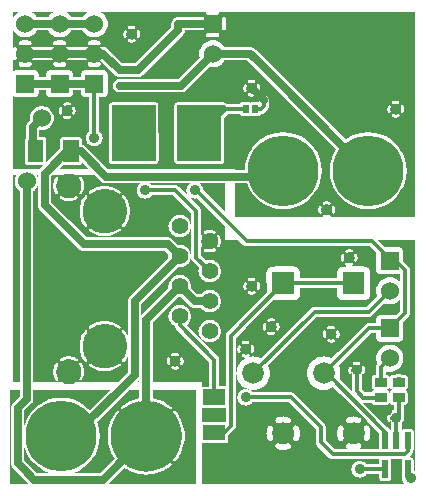
<source format=gbr>
G04 start of page 2 for group 0 idx 0 *
G04 Title: (unknown), top *
G04 Creator: pcb 20140316 *
G04 CreationDate: Fri 25 Mar 2016 01:42:07 PM GMT UTC *
G04 For: commonadmin *
G04 Format: Gerber/RS-274X *
G04 PCB-Dimensions (mil): 1410.00 1650.00 *
G04 PCB-Coordinate-Origin: lower left *
%MOIN*%
%FSLAX25Y25*%
%LNTOP*%
%ADD33C,0.0630*%
%ADD32C,0.1280*%
%ADD31C,0.0354*%
%ADD30C,0.0300*%
%ADD29C,0.1870*%
%ADD28C,0.0380*%
%ADD27C,0.0350*%
%ADD26C,0.0200*%
%ADD25C,0.0360*%
%ADD24R,0.0200X0.0200*%
%ADD23R,0.0295X0.0295*%
%ADD22R,0.0197X0.0197*%
%ADD21R,0.0512X0.0512*%
%ADD20R,0.1450X0.1450*%
%ADD19C,0.0827*%
%ADD18C,0.1476*%
%ADD17C,0.0551*%
%ADD16C,0.0720*%
%ADD15C,0.2362*%
%ADD14C,0.0600*%
%ADD13C,0.0140*%
%ADD12C,0.0250*%
%ADD11C,0.0001*%
G54D11*G36*
X57694Y25645D02*X57933Y25073D01*
X58248Y24083D01*
X58475Y23069D01*
X58612Y22038D01*
X58657Y21000D01*
X58612Y19962D01*
X58475Y18931D01*
X58248Y17917D01*
X57933Y16927D01*
X57694Y16355D01*
Y25645D01*
G37*
G36*
Y36500D02*X63500D01*
Y5000D01*
X57694D01*
Y14183D01*
X57923Y14538D01*
X58448Y15537D01*
X58883Y16578D01*
X59225Y17653D01*
X59472Y18754D01*
X59620Y19873D01*
X59670Y21000D01*
X59620Y22127D01*
X59472Y23246D01*
X59225Y24347D01*
X58883Y25422D01*
X58448Y26463D01*
X57923Y27462D01*
X57694Y27817D01*
Y36500D01*
G37*
G36*
X49096D02*X57694D01*
Y27817D01*
X57312Y28411D01*
X56620Y29302D01*
X56564Y29359D01*
X56499Y29407D01*
X56427Y29444D01*
X56350Y29469D01*
X56271Y29482D01*
X56190Y29482D01*
X56111Y29469D01*
X56034Y29445D01*
X55962Y29408D01*
X55897Y29361D01*
X55840Y29304D01*
X55793Y29239D01*
X55756Y29168D01*
X55731Y29091D01*
X55718Y29012D01*
X55718Y28931D01*
X55730Y28852D01*
X55755Y28775D01*
X55791Y28703D01*
X55839Y28639D01*
X56486Y27826D01*
X57048Y26952D01*
X57532Y26032D01*
X57694Y25645D01*
Y16355D01*
X57532Y15968D01*
X57048Y15048D01*
X56486Y14174D01*
X55848Y13354D01*
X55801Y13291D01*
X55765Y13221D01*
X55741Y13146D01*
X55729Y13068D01*
X55729Y12989D01*
X55742Y12911D01*
X55766Y12837D01*
X55802Y12767D01*
X55849Y12703D01*
X55905Y12648D01*
X55968Y12602D01*
X56039Y12566D01*
X56114Y12542D01*
X56191Y12530D01*
X56270Y12530D01*
X56348Y12542D01*
X56422Y12567D01*
X56492Y12603D01*
X56556Y12649D01*
X56610Y12706D01*
X57312Y13589D01*
X57694Y14183D01*
Y5000D01*
X34028D01*
X39513Y10485D01*
X40385Y9924D01*
X41383Y9399D01*
X42424Y8963D01*
X43499Y8621D01*
X44601Y8375D01*
X45719Y8226D01*
X46846Y8177D01*
X47974Y8226D01*
X49092Y8375D01*
X50193Y8621D01*
X51269Y8963D01*
X52310Y9399D01*
X53308Y9924D01*
X54257Y10535D01*
X55148Y11227D01*
X55206Y11283D01*
X55253Y11348D01*
X55290Y11420D01*
X55315Y11496D01*
X55328Y11576D01*
X55328Y11656D01*
X55316Y11736D01*
X55291Y11812D01*
X55255Y11884D01*
X55208Y11949D01*
X55151Y12006D01*
X55086Y12054D01*
X55014Y12091D01*
X54938Y12116D01*
X54858Y12128D01*
X54778Y12129D01*
X54698Y12116D01*
X54622Y12092D01*
X54550Y12055D01*
X54486Y12007D01*
X53672Y11361D01*
X52798Y10798D01*
X51878Y10314D01*
X50920Y9914D01*
X49929Y9598D01*
X48915Y9372D01*
X47885Y9235D01*
X46846Y9189D01*
X45808Y9235D01*
X44778Y9372D01*
X43764Y9598D01*
X42773Y9914D01*
X41815Y10314D01*
X40895Y10798D01*
X40245Y11217D01*
X48375Y19347D01*
X48442Y19404D01*
X48672Y19673D01*
X48672Y19673D01*
X48857Y19975D01*
X48993Y20303D01*
X49076Y20647D01*
X49103Y21000D01*
X49096Y21088D01*
Y32588D01*
X49929Y32402D01*
X50920Y32086D01*
X51878Y31686D01*
X52798Y31202D01*
X53672Y30639D01*
X54493Y30002D01*
X54556Y29955D01*
X54626Y29919D01*
X54701Y29895D01*
X54779Y29883D01*
X54857Y29883D01*
X54935Y29895D01*
X55010Y29920D01*
X55080Y29956D01*
X55143Y30002D01*
X55199Y30058D01*
X55245Y30122D01*
X55280Y30192D01*
X55305Y30267D01*
X55317Y30345D01*
X55317Y30424D01*
X55304Y30501D01*
X55279Y30576D01*
X55244Y30646D01*
X55197Y30710D01*
X55140Y30764D01*
X54257Y31465D01*
X53308Y32076D01*
X52310Y32601D01*
X51269Y33037D01*
X50193Y33379D01*
X49096Y33624D01*
Y36500D01*
G37*
G36*
X1500D02*X4750D01*
Y34432D01*
X2471Y32153D01*
X2404Y32096D01*
X2174Y31827D01*
X1989Y31525D01*
X1854Y31197D01*
X1771Y30853D01*
X1771Y30853D01*
X1743Y30500D01*
X1750Y30412D01*
Y12088D01*
X1743Y12000D01*
X1771Y11647D01*
Y11647D01*
X1854Y11303D01*
X1989Y10975D01*
X2059Y10861D01*
X2174Y10673D01*
X2174Y10673D01*
X2404Y10404D01*
X2471Y10347D01*
X7818Y5000D01*
X1500D01*
Y36500D01*
G37*
G36*
X9250D02*X34818D01*
X27964Y29646D01*
X27587Y30087D01*
X26053Y31396D01*
X24334Y32450D01*
X22471Y33222D01*
X20510Y33692D01*
X18500Y33851D01*
X16490Y33692D01*
X14529Y33222D01*
X12666Y32450D01*
X10947Y31396D01*
X9413Y30087D01*
X8104Y28553D01*
X7050Y26834D01*
X6278Y24971D01*
X6250Y24853D01*
Y29568D01*
X8529Y31847D01*
X8596Y31904D01*
X8826Y32173D01*
X8826Y32173D01*
X9011Y32475D01*
X9146Y32803D01*
X9229Y33147D01*
X9257Y33500D01*
X9250Y33588D01*
Y36500D01*
G37*
G36*
X30409Y25727D02*X41182Y36500D01*
X44596D01*
Y33624D01*
X43499Y33379D01*
X42424Y33037D01*
X41383Y32601D01*
X40385Y32076D01*
X39436Y31465D01*
X38545Y30773D01*
X38487Y30717D01*
X38440Y30652D01*
X38403Y30580D01*
X38378Y30504D01*
X38365Y30424D01*
X38365Y30344D01*
X38377Y30264D01*
X38402Y30188D01*
X38438Y30116D01*
X38485Y30051D01*
X38542Y29994D01*
X38607Y29946D01*
X38679Y29909D01*
X38755Y29884D01*
X38835Y29872D01*
X38915Y29871D01*
X38995Y29884D01*
X39071Y29908D01*
X39143Y29945D01*
X39207Y29993D01*
X40021Y30639D01*
X40895Y31202D01*
X41815Y31686D01*
X42773Y32086D01*
X43764Y32402D01*
X44596Y32588D01*
Y21932D01*
X37063Y14399D01*
X36645Y15048D01*
X36161Y15968D01*
X35760Y16927D01*
X35445Y17917D01*
X35218Y18931D01*
X35081Y19962D01*
X35035Y21000D01*
X35081Y22038D01*
X35218Y23069D01*
X35445Y24083D01*
X35760Y25073D01*
X36161Y26032D01*
X36645Y26952D01*
X37207Y27826D01*
X37845Y28646D01*
X37892Y28709D01*
X37927Y28779D01*
X37952Y28854D01*
X37964Y28932D01*
X37963Y29011D01*
X37951Y29089D01*
X37926Y29163D01*
X37891Y29233D01*
X37844Y29297D01*
X37788Y29352D01*
X37725Y29399D01*
X37654Y29434D01*
X37579Y29458D01*
X37502Y29470D01*
X37423Y29470D01*
X37345Y29458D01*
X37270Y29433D01*
X37200Y29397D01*
X37137Y29351D01*
X37083Y29294D01*
X36381Y28411D01*
X35770Y27462D01*
X35245Y26463D01*
X34810Y25422D01*
X34468Y24347D01*
X34221Y23246D01*
X34073Y22127D01*
X34023Y21000D01*
X34073Y19873D01*
X34221Y18754D01*
X34468Y17653D01*
X34810Y16578D01*
X35245Y15537D01*
X35770Y14538D01*
X36331Y13667D01*
X31414Y8750D01*
X22353D01*
X22471Y8778D01*
X24334Y9550D01*
X26053Y10604D01*
X27587Y11913D01*
X28896Y13447D01*
X29950Y15166D01*
X30722Y17029D01*
X31192Y18990D01*
X31311Y21000D01*
X31192Y23010D01*
X30722Y24971D01*
X30409Y25727D01*
G37*
G36*
X14647Y8750D02*X10432D01*
X6250Y12932D01*
Y17147D01*
X6278Y17029D01*
X7050Y15166D01*
X8104Y13447D01*
X9413Y11913D01*
X10947Y10604D01*
X12666Y9550D01*
X14529Y8778D01*
X14647Y8750D01*
G37*
G36*
X96940Y29655D02*X103300Y23296D01*
Y19067D01*
X103295Y19000D01*
X103316Y18733D01*
Y18733D01*
X103378Y18473D01*
X103481Y18226D01*
X103620Y17998D01*
X103794Y17794D01*
X103845Y17751D01*
X107751Y13845D01*
X107794Y13794D01*
X107998Y13620D01*
X108226Y13481D01*
X108473Y13378D01*
X108733Y13316D01*
X108733D01*
X109000Y13295D01*
X109067Y13300D01*
X124603D01*
X124566Y13210D01*
X124529Y13057D01*
X124520Y12900D01*
X124522Y11700D01*
X120230D01*
X119986Y11986D01*
X119651Y12272D01*
X119275Y12503D01*
X118868Y12671D01*
X118439Y12774D01*
X118000Y12809D01*
X117561Y12774D01*
X117132Y12671D01*
X116725Y12503D01*
X116349Y12272D01*
X116014Y11986D01*
X115728Y11651D01*
X115497Y11275D01*
X115329Y10868D01*
X115226Y10439D01*
X115191Y10000D01*
X115226Y9561D01*
X115329Y9132D01*
X115497Y8725D01*
X115728Y8349D01*
X116014Y8014D01*
X116349Y7728D01*
X116725Y7497D01*
X117132Y7329D01*
X117561Y7226D01*
X118000Y7191D01*
X118439Y7226D01*
X118868Y7329D01*
X119275Y7497D01*
X119651Y7728D01*
X119986Y8014D01*
X120230Y8300D01*
X124527D01*
X124529Y6943D01*
X124566Y6790D01*
X124626Y6645D01*
X124708Y6510D01*
X124811Y6391D01*
X124930Y6288D01*
X125064Y6206D01*
X125210Y6146D01*
X125363Y6109D01*
X125520Y6100D01*
X127677Y6109D01*
X127830Y6146D01*
X127975Y6206D01*
X128109Y6288D01*
X128229Y6391D01*
X128331Y6510D01*
X128414Y6645D01*
X128474Y6790D01*
X128511Y6943D01*
X128520Y7100D01*
X128511Y13057D01*
X128474Y13210D01*
X128437Y13300D01*
X132083D01*
X132046Y13210D01*
X132009Y13057D01*
X132000Y12900D01*
X132009Y6943D01*
X132046Y6790D01*
X132106Y6645D01*
X132188Y6510D01*
X132257Y6429D01*
X132329Y6132D01*
X132497Y5725D01*
X132728Y5349D01*
X133014Y5014D01*
X133030Y5000D01*
X96940D01*
Y19427D01*
X97062Y19451D01*
X97208Y19505D01*
X97343Y19580D01*
X97465Y19676D01*
X97571Y19789D01*
X97657Y19918D01*
X97719Y20059D01*
X97877Y20529D01*
X97986Y21013D01*
X98052Y21505D01*
X98074Y22000D01*
X98052Y22495D01*
X97986Y22987D01*
X97877Y23471D01*
X97725Y23943D01*
X97660Y24084D01*
X97573Y24213D01*
X97468Y24327D01*
X97345Y24423D01*
X97209Y24499D01*
X97063Y24552D01*
X96940Y24576D01*
Y29655D01*
G37*
G36*
X92502Y32300D02*X94296D01*
X96940Y29655D01*
Y24576D01*
X96911Y24582D01*
X96755Y24588D01*
X96601Y24569D01*
X96451Y24526D01*
X96310Y24461D01*
X96181Y24374D01*
X96067Y24268D01*
X95972Y24146D01*
X95896Y24010D01*
X95842Y23864D01*
X95813Y23712D01*
X95807Y23556D01*
X95825Y23402D01*
X95871Y23253D01*
X95972Y22950D01*
X96043Y22637D01*
X96086Y22320D01*
X96100Y22000D01*
X96086Y21680D01*
X96043Y21363D01*
X95972Y21050D01*
X95874Y20745D01*
X95829Y20597D01*
X95810Y20444D01*
X95816Y20289D01*
X95846Y20137D01*
X95899Y19991D01*
X95975Y19856D01*
X96070Y19734D01*
X96184Y19629D01*
X96312Y19542D01*
X96453Y19477D01*
X96602Y19434D01*
X96756Y19416D01*
X96910Y19422D01*
X96940Y19427D01*
Y5000D01*
X92502D01*
Y16426D01*
X92995Y16448D01*
X93487Y16514D01*
X93971Y16623D01*
X94443Y16775D01*
X94584Y16840D01*
X94713Y16927D01*
X94827Y17032D01*
X94923Y17155D01*
X94999Y17291D01*
X95052Y17437D01*
X95082Y17589D01*
X95088Y17745D01*
X95069Y17899D01*
X95026Y18049D01*
X94961Y18190D01*
X94874Y18319D01*
X94768Y18433D01*
X94646Y18528D01*
X94510Y18604D01*
X94364Y18658D01*
X94212Y18687D01*
X94056Y18693D01*
X93902Y18675D01*
X93753Y18629D01*
X93450Y18528D01*
X93137Y18457D01*
X92820Y18414D01*
X92502Y18400D01*
Y25600D01*
X92820Y25586D01*
X93137Y25543D01*
X93450Y25472D01*
X93755Y25374D01*
X93903Y25329D01*
X94056Y25310D01*
X94211Y25316D01*
X94363Y25346D01*
X94509Y25399D01*
X94644Y25475D01*
X94766Y25570D01*
X94871Y25684D01*
X94958Y25812D01*
X95023Y25953D01*
X95066Y26102D01*
X95084Y26256D01*
X95078Y26410D01*
X95049Y26562D01*
X94995Y26708D01*
X94920Y26843D01*
X94824Y26965D01*
X94711Y27071D01*
X94582Y27157D01*
X94441Y27219D01*
X93971Y27377D01*
X93487Y27486D01*
X92995Y27552D01*
X92502Y27574D01*
Y32300D01*
G37*
G36*
X88501D02*X92502D01*
Y27574D01*
X92500Y27574D01*
X92005Y27552D01*
X91513Y27486D01*
X91029Y27377D01*
X90557Y27225D01*
X90416Y27160D01*
X90287Y27073D01*
X90173Y26968D01*
X90077Y26845D01*
X90001Y26709D01*
X89948Y26563D01*
X89918Y26411D01*
X89912Y26255D01*
X89931Y26101D01*
X89974Y25951D01*
X90039Y25810D01*
X90126Y25681D01*
X90232Y25567D01*
X90354Y25472D01*
X90490Y25396D01*
X90636Y25342D01*
X90788Y25313D01*
X90944Y25307D01*
X91098Y25325D01*
X91247Y25371D01*
X91550Y25472D01*
X91863Y25543D01*
X92180Y25586D01*
X92500Y25600D01*
X92502Y25600D01*
Y18400D01*
X92500Y18400D01*
X92180Y18414D01*
X91863Y18457D01*
X91550Y18528D01*
X91245Y18626D01*
X91097Y18671D01*
X90944Y18690D01*
X90789Y18684D01*
X90637Y18654D01*
X90491Y18601D01*
X90356Y18525D01*
X90234Y18430D01*
X90129Y18316D01*
X90042Y18188D01*
X89977Y18047D01*
X89934Y17898D01*
X89916Y17744D01*
X89922Y17590D01*
X89951Y17438D01*
X90005Y17292D01*
X90080Y17157D01*
X90176Y17035D01*
X90289Y16929D01*
X90418Y16843D01*
X90559Y16781D01*
X91029Y16623D01*
X91513Y16514D01*
X92005Y16448D01*
X92500Y16426D01*
X92502Y16426D01*
Y5000D01*
X88501D01*
Y19460D01*
X88549Y19474D01*
X88690Y19539D01*
X88819Y19626D01*
X88933Y19732D01*
X89028Y19854D01*
X89104Y19990D01*
X89158Y20136D01*
X89187Y20288D01*
X89193Y20444D01*
X89175Y20598D01*
X89129Y20747D01*
X89028Y21050D01*
X88957Y21363D01*
X88914Y21680D01*
X88900Y22000D01*
X88914Y22320D01*
X88957Y22637D01*
X89028Y22950D01*
X89126Y23255D01*
X89171Y23403D01*
X89190Y23556D01*
X89184Y23711D01*
X89154Y23863D01*
X89101Y24009D01*
X89025Y24144D01*
X88930Y24266D01*
X88816Y24371D01*
X88688Y24458D01*
X88547Y24523D01*
X88501Y24536D01*
Y32300D01*
G37*
G36*
X116730Y84300D02*X121296D01*
X123501Y82095D01*
X123514Y76265D01*
X123569Y76035D01*
X123659Y75817D01*
X123783Y75616D01*
X123936Y75436D01*
X124116Y75283D01*
X124317Y75159D01*
X124535Y75069D01*
X124765Y75014D01*
X125000Y75000D01*
X131235Y75014D01*
X131300Y75029D01*
Y72565D01*
X131192Y72692D01*
X130653Y73152D01*
X130049Y73522D01*
X129395Y73793D01*
X128706Y73958D01*
X128000Y74014D01*
X127294Y73958D01*
X126605Y73793D01*
X125951Y73522D01*
X125347Y73152D01*
X124808Y72692D01*
X124348Y72153D01*
X123978Y71549D01*
X123707Y70895D01*
X123542Y70206D01*
X123486Y69500D01*
X123542Y68794D01*
X123707Y68105D01*
X123852Y67756D01*
X120296Y64200D01*
X116730D01*
Y66442D01*
X119909Y66450D01*
X120210Y66522D01*
X120496Y66641D01*
X120761Y66803D01*
X120996Y67004D01*
X121197Y67239D01*
X121359Y67504D01*
X121478Y67790D01*
X121550Y68091D01*
X121568Y68400D01*
X121550Y75909D01*
X121478Y76210D01*
X121359Y76496D01*
X121197Y76761D01*
X120996Y76996D01*
X120761Y77197D01*
X120496Y77359D01*
X120210Y77478D01*
X119909Y77550D01*
X119600Y77568D01*
X116730Y77562D01*
Y79214D01*
X116798Y79228D01*
X116871Y79255D01*
X116940Y79294D01*
X117002Y79343D01*
X117055Y79401D01*
X117098Y79466D01*
X117130Y79538D01*
X117206Y79771D01*
X117260Y80011D01*
X117292Y80255D01*
X117303Y80500D01*
X117292Y80745D01*
X117260Y80989D01*
X117206Y81229D01*
X117132Y81463D01*
X117100Y81535D01*
X117056Y81600D01*
X117003Y81659D01*
X116941Y81708D01*
X116872Y81746D01*
X116798Y81774D01*
X116730Y81788D01*
Y84300D01*
G37*
G36*
Y64200D02*X114501D01*
Y66437D01*
X116730Y66442D01*
Y64200D01*
G37*
G36*
X114501Y84300D02*X116730D01*
Y81788D01*
X116721Y81790D01*
X116642Y81793D01*
X116563Y81784D01*
X116487Y81763D01*
X116415Y81730D01*
X116350Y81686D01*
X116291Y81633D01*
X116242Y81571D01*
X116204Y81502D01*
X116176Y81428D01*
X116160Y81351D01*
X116157Y81272D01*
X116166Y81193D01*
X116189Y81118D01*
X116238Y80968D01*
X116272Y80814D01*
X116293Y80658D01*
X116300Y80500D01*
X116293Y80342D01*
X116272Y80186D01*
X116238Y80032D01*
X116190Y79882D01*
X116168Y79806D01*
X116159Y79728D01*
X116162Y79650D01*
X116178Y79573D01*
X116205Y79499D01*
X116244Y79430D01*
X116293Y79369D01*
X116351Y79315D01*
X116416Y79272D01*
X116488Y79239D01*
X116564Y79218D01*
X116642Y79209D01*
X116720Y79212D01*
X116730Y79214D01*
Y77562D01*
X114501Y77556D01*
Y77697D01*
X114745Y77708D01*
X114989Y77740D01*
X115229Y77794D01*
X115463Y77868D01*
X115535Y77900D01*
X115600Y77944D01*
X115659Y77997D01*
X115708Y78059D01*
X115746Y78128D01*
X115774Y78202D01*
X115790Y78279D01*
X115793Y78358D01*
X115784Y78437D01*
X115763Y78513D01*
X115730Y78585D01*
X115686Y78650D01*
X115633Y78709D01*
X115571Y78758D01*
X115502Y78796D01*
X115428Y78824D01*
X115351Y78840D01*
X115272Y78843D01*
X115193Y78834D01*
X115118Y78811D01*
X114968Y78762D01*
X114814Y78728D01*
X114658Y78707D01*
X114501Y78700D01*
Y82300D01*
X114658Y82293D01*
X114814Y82272D01*
X114968Y82238D01*
X115118Y82190D01*
X115194Y82168D01*
X115272Y82159D01*
X115350Y82162D01*
X115427Y82178D01*
X115501Y82205D01*
X115570Y82244D01*
X115631Y82293D01*
X115685Y82351D01*
X115728Y82416D01*
X115761Y82488D01*
X115782Y82564D01*
X115791Y82642D01*
X115788Y82720D01*
X115772Y82798D01*
X115745Y82871D01*
X115706Y82940D01*
X115657Y83002D01*
X115599Y83055D01*
X115534Y83098D01*
X115462Y83130D01*
X115229Y83206D01*
X114989Y83260D01*
X114745Y83292D01*
X114501Y83303D01*
Y84300D01*
G37*
G36*
Y64200D02*X103067D01*
X103000Y64205D01*
X102733Y64184D01*
X102473Y64122D01*
X102226Y64019D01*
X101998Y63880D01*
X101997Y63879D01*
X101794Y63706D01*
X101751Y63655D01*
X90730Y52634D01*
Y56214D01*
X90798Y56228D01*
X90871Y56255D01*
X90940Y56294D01*
X91002Y56343D01*
X91055Y56401D01*
X91098Y56466D01*
X91130Y56538D01*
X91206Y56771D01*
X91260Y57011D01*
X91292Y57255D01*
X91303Y57500D01*
X91292Y57745D01*
X91260Y57989D01*
X91206Y58229D01*
X91132Y58463D01*
X91100Y58535D01*
X91056Y58600D01*
X91003Y58659D01*
X90941Y58708D01*
X90872Y58746D01*
X90798Y58774D01*
X90730Y58788D01*
Y66436D01*
X96409Y66450D01*
X96710Y66522D01*
X96996Y66641D01*
X97261Y66803D01*
X97496Y67004D01*
X97697Y67239D01*
X97859Y67504D01*
X97978Y67790D01*
X98050Y68091D01*
X98068Y68400D01*
X98064Y70300D01*
X110444D01*
X110450Y68091D01*
X110522Y67790D01*
X110641Y67504D01*
X110803Y67239D01*
X111004Y67004D01*
X111239Y66803D01*
X111504Y66641D01*
X111790Y66522D01*
X112091Y66450D01*
X112400Y66432D01*
X114501Y66437D01*
Y64200D01*
G37*
G36*
X112270Y84300D02*X114501D01*
Y83303D01*
X114500Y83303D01*
X114255Y83292D01*
X114011Y83260D01*
X113771Y83206D01*
X113537Y83132D01*
X113465Y83100D01*
X113400Y83056D01*
X113341Y83003D01*
X113292Y82941D01*
X113254Y82872D01*
X113226Y82798D01*
X113210Y82721D01*
X113207Y82642D01*
X113216Y82563D01*
X113237Y82487D01*
X113270Y82415D01*
X113314Y82350D01*
X113367Y82291D01*
X113429Y82242D01*
X113498Y82204D01*
X113572Y82176D01*
X113649Y82160D01*
X113728Y82157D01*
X113807Y82166D01*
X113882Y82189D01*
X114032Y82238D01*
X114186Y82272D01*
X114342Y82293D01*
X114500Y82300D01*
X114501Y82300D01*
Y78700D01*
X114500Y78700D01*
X114342Y78707D01*
X114186Y78728D01*
X114032Y78762D01*
X113882Y78810D01*
X113806Y78832D01*
X113728Y78841D01*
X113650Y78838D01*
X113573Y78822D01*
X113499Y78795D01*
X113430Y78756D01*
X113369Y78707D01*
X113315Y78649D01*
X113272Y78584D01*
X113239Y78512D01*
X113218Y78436D01*
X113209Y78358D01*
X113212Y78280D01*
X113228Y78202D01*
X113255Y78129D01*
X113294Y78060D01*
X113343Y77998D01*
X113401Y77945D01*
X113466Y77902D01*
X113538Y77870D01*
X113771Y77794D01*
X114011Y77740D01*
X114255Y77708D01*
X114500Y77697D01*
X114501Y77697D01*
Y77556D01*
X112270Y77551D01*
Y79212D01*
X112279Y79210D01*
X112358Y79207D01*
X112437Y79216D01*
X112513Y79237D01*
X112585Y79270D01*
X112650Y79314D01*
X112709Y79367D01*
X112758Y79429D01*
X112796Y79498D01*
X112824Y79572D01*
X112840Y79649D01*
X112843Y79728D01*
X112834Y79807D01*
X112811Y79882D01*
X112762Y80032D01*
X112728Y80186D01*
X112707Y80342D01*
X112700Y80500D01*
X112707Y80658D01*
X112728Y80814D01*
X112762Y80968D01*
X112810Y81118D01*
X112832Y81194D01*
X112841Y81272D01*
X112838Y81350D01*
X112822Y81427D01*
X112795Y81501D01*
X112756Y81570D01*
X112707Y81631D01*
X112649Y81685D01*
X112584Y81728D01*
X112512Y81761D01*
X112436Y81782D01*
X112358Y81791D01*
X112280Y81788D01*
X112270Y81786D01*
Y84300D01*
G37*
G36*
X90730D02*X112270D01*
Y81786D01*
X112202Y81772D01*
X112129Y81745D01*
X112060Y81706D01*
X111998Y81657D01*
X111945Y81599D01*
X111902Y81534D01*
X111870Y81462D01*
X111794Y81229D01*
X111740Y80989D01*
X111708Y80745D01*
X111697Y80500D01*
X111708Y80255D01*
X111740Y80011D01*
X111794Y79771D01*
X111868Y79537D01*
X111900Y79465D01*
X111944Y79400D01*
X111997Y79341D01*
X112059Y79292D01*
X112128Y79254D01*
X112202Y79226D01*
X112270Y79212D01*
Y77551D01*
X112091Y77550D01*
X111790Y77478D01*
X111504Y77359D01*
X111239Y77197D01*
X111004Y76996D01*
X110803Y76761D01*
X110641Y76496D01*
X110522Y76210D01*
X110450Y75909D01*
X110432Y75600D01*
X110436Y73700D01*
X98056D01*
X98050Y75909D01*
X97978Y76210D01*
X97859Y76496D01*
X97697Y76761D01*
X97496Y76996D01*
X97261Y77197D01*
X96996Y77359D01*
X96710Y77478D01*
X96409Y77550D01*
X96100Y77568D01*
X90730Y77555D01*
Y84300D01*
G37*
G36*
Y52634D02*X88501Y50405D01*
Y54697D01*
X88745Y54708D01*
X88989Y54740D01*
X89229Y54794D01*
X89463Y54868D01*
X89535Y54900D01*
X89600Y54944D01*
X89659Y54997D01*
X89708Y55059D01*
X89746Y55128D01*
X89774Y55202D01*
X89790Y55279D01*
X89793Y55358D01*
X89784Y55437D01*
X89763Y55513D01*
X89730Y55585D01*
X89686Y55650D01*
X89633Y55709D01*
X89571Y55758D01*
X89502Y55796D01*
X89428Y55824D01*
X89351Y55840D01*
X89272Y55843D01*
X89193Y55834D01*
X89118Y55811D01*
X88968Y55762D01*
X88814Y55728D01*
X88658Y55707D01*
X88501Y55700D01*
Y59300D01*
X88658Y59293D01*
X88814Y59272D01*
X88968Y59238D01*
X89118Y59190D01*
X89194Y59168D01*
X89272Y59159D01*
X89350Y59162D01*
X89427Y59178D01*
X89501Y59205D01*
X89570Y59244D01*
X89631Y59293D01*
X89685Y59351D01*
X89728Y59416D01*
X89761Y59488D01*
X89782Y59564D01*
X89791Y59642D01*
X89788Y59720D01*
X89772Y59798D01*
X89745Y59871D01*
X89706Y59940D01*
X89657Y60002D01*
X89599Y60055D01*
X89534Y60098D01*
X89462Y60130D01*
X89229Y60206D01*
X88989Y60260D01*
X88745Y60292D01*
X88501Y60303D01*
Y65597D01*
X89337Y66433D01*
X90730Y66436D01*
Y58788D01*
X90721Y58790D01*
X90642Y58793D01*
X90563Y58784D01*
X90487Y58763D01*
X90415Y58730D01*
X90350Y58686D01*
X90291Y58633D01*
X90242Y58571D01*
X90204Y58502D01*
X90176Y58428D01*
X90160Y58351D01*
X90157Y58272D01*
X90166Y58193D01*
X90189Y58118D01*
X90238Y57968D01*
X90272Y57814D01*
X90293Y57658D01*
X90300Y57500D01*
X90293Y57342D01*
X90272Y57186D01*
X90238Y57032D01*
X90190Y56882D01*
X90168Y56806D01*
X90159Y56728D01*
X90162Y56650D01*
X90178Y56573D01*
X90205Y56499D01*
X90244Y56430D01*
X90293Y56369D01*
X90351Y56315D01*
X90416Y56272D01*
X90488Y56239D01*
X90564Y56218D01*
X90642Y56209D01*
X90720Y56212D01*
X90730Y56214D01*
Y52634D01*
G37*
G36*
X88501Y84300D02*X90730D01*
Y77555D01*
X88591Y77550D01*
X88501Y77529D01*
Y84300D01*
G37*
G36*
X86270Y32300D02*X88501D01*
Y24536D01*
X88398Y24566D01*
X88244Y24584D01*
X88090Y24578D01*
X87938Y24549D01*
X87792Y24495D01*
X87657Y24420D01*
X87535Y24324D01*
X87429Y24211D01*
X87343Y24082D01*
X87281Y23941D01*
X87123Y23471D01*
X87014Y22987D01*
X86948Y22495D01*
X86926Y22000D01*
X86948Y21505D01*
X87014Y21013D01*
X87123Y20529D01*
X87275Y20057D01*
X87340Y19916D01*
X87427Y19787D01*
X87532Y19673D01*
X87655Y19577D01*
X87791Y19501D01*
X87937Y19448D01*
X88089Y19418D01*
X88245Y19412D01*
X88399Y19431D01*
X88501Y19460D01*
Y5000D01*
X86270D01*
Y32300D01*
G37*
G36*
X88501Y50405D02*X86270Y48174D01*
Y56212D01*
X86279Y56210D01*
X86358Y56207D01*
X86437Y56216D01*
X86513Y56237D01*
X86585Y56270D01*
X86650Y56314D01*
X86709Y56367D01*
X86758Y56429D01*
X86796Y56498D01*
X86824Y56572D01*
X86840Y56649D01*
X86843Y56728D01*
X86834Y56807D01*
X86811Y56882D01*
X86762Y57032D01*
X86728Y57186D01*
X86707Y57342D01*
X86700Y57500D01*
X86707Y57658D01*
X86728Y57814D01*
X86762Y57968D01*
X86810Y58118D01*
X86832Y58194D01*
X86841Y58272D01*
X86838Y58350D01*
X86822Y58427D01*
X86795Y58501D01*
X86756Y58570D01*
X86707Y58631D01*
X86649Y58685D01*
X86584Y58728D01*
X86512Y58761D01*
X86436Y58782D01*
X86358Y58791D01*
X86280Y58788D01*
X86270Y58786D01*
Y63366D01*
X88501Y65597D01*
Y60303D01*
X88500Y60303D01*
X88255Y60292D01*
X88011Y60260D01*
X87771Y60206D01*
X87537Y60132D01*
X87465Y60100D01*
X87400Y60056D01*
X87341Y60003D01*
X87292Y59941D01*
X87254Y59872D01*
X87226Y59798D01*
X87210Y59721D01*
X87207Y59642D01*
X87216Y59563D01*
X87237Y59487D01*
X87270Y59415D01*
X87314Y59350D01*
X87367Y59291D01*
X87429Y59242D01*
X87498Y59204D01*
X87572Y59176D01*
X87649Y59160D01*
X87728Y59157D01*
X87807Y59166D01*
X87882Y59189D01*
X88032Y59238D01*
X88186Y59272D01*
X88342Y59293D01*
X88500Y59300D01*
X88501Y59300D01*
Y55700D01*
X88500Y55700D01*
X88342Y55707D01*
X88186Y55728D01*
X88032Y55762D01*
X87882Y55810D01*
X87806Y55832D01*
X87728Y55841D01*
X87650Y55838D01*
X87573Y55822D01*
X87499Y55795D01*
X87430Y55756D01*
X87369Y55707D01*
X87315Y55649D01*
X87272Y55584D01*
X87239Y55512D01*
X87218Y55436D01*
X87209Y55358D01*
X87212Y55280D01*
X87228Y55202D01*
X87255Y55129D01*
X87294Y55060D01*
X87343Y54998D01*
X87401Y54945D01*
X87466Y54902D01*
X87538Y54870D01*
X87771Y54794D01*
X88011Y54740D01*
X88255Y54708D01*
X88500Y54697D01*
X88501Y54697D01*
Y50405D01*
G37*
G36*
X82230Y32300D02*X82230Y32300D01*
X86270D01*
Y5000D01*
X82230D01*
Y32300D01*
G37*
G36*
X86270Y48174D02*X85059Y46963D01*
X85036Y46977D01*
X84226Y47312D01*
X83374Y47517D01*
X82500Y47586D01*
X82230Y47564D01*
Y48714D01*
X82298Y48728D01*
X82371Y48755D01*
X82440Y48794D01*
X82502Y48843D01*
X82555Y48901D01*
X82598Y48966D01*
X82630Y49038D01*
X82706Y49271D01*
X82760Y49511D01*
X82792Y49755D01*
X82803Y50000D01*
X82792Y50245D01*
X82760Y50489D01*
X82706Y50729D01*
X82632Y50963D01*
X82600Y51035D01*
X82556Y51100D01*
X82503Y51159D01*
X82441Y51208D01*
X82372Y51246D01*
X82298Y51274D01*
X82230Y51288D01*
Y59326D01*
X86270Y63366D01*
Y58786D01*
X86202Y58772D01*
X86129Y58745D01*
X86060Y58706D01*
X85998Y58657D01*
X85945Y58599D01*
X85902Y58534D01*
X85870Y58462D01*
X85794Y58229D01*
X85740Y57989D01*
X85708Y57745D01*
X85697Y57500D01*
X85708Y57255D01*
X85740Y57011D01*
X85794Y56771D01*
X85868Y56537D01*
X85900Y56465D01*
X85944Y56400D01*
X85997Y56341D01*
X86059Y56292D01*
X86128Y56254D01*
X86202Y56226D01*
X86270Y56212D01*
Y48174D01*
G37*
G36*
X79999Y31191D02*X80000Y31191D01*
X80439Y31226D01*
X80868Y31329D01*
X81275Y31497D01*
X81651Y31728D01*
X81986Y32014D01*
X82230Y32300D01*
Y5000D01*
X79999D01*
Y31191D01*
G37*
G36*
Y37009D02*X80739Y36702D01*
X80439Y36774D01*
X80000Y36809D01*
X79999Y36809D01*
Y37009D01*
G37*
G36*
Y47197D02*X80000Y47197D01*
X80245Y47208D01*
X80489Y47240D01*
X80729Y47294D01*
X80730Y47294D01*
X79999Y46991D01*
Y47197D01*
G37*
G36*
X82230Y47564D02*X81626Y47517D01*
X80829Y47326D01*
X80963Y47368D01*
X81035Y47400D01*
X81100Y47444D01*
X81159Y47497D01*
X81208Y47559D01*
X81246Y47628D01*
X81274Y47702D01*
X81290Y47779D01*
X81293Y47858D01*
X81284Y47937D01*
X81263Y48013D01*
X81230Y48085D01*
X81186Y48150D01*
X81133Y48209D01*
X81071Y48258D01*
X81002Y48296D01*
X80928Y48324D01*
X80851Y48340D01*
X80772Y48343D01*
X80693Y48334D01*
X80618Y48311D01*
X80468Y48262D01*
X80314Y48228D01*
X80158Y48207D01*
X80000Y48200D01*
X79999Y48200D01*
Y51800D01*
X80000Y51800D01*
X80158Y51793D01*
X80314Y51772D01*
X80468Y51738D01*
X80618Y51690D01*
X80694Y51668D01*
X80772Y51659D01*
X80850Y51662D01*
X80927Y51678D01*
X81001Y51705D01*
X81070Y51744D01*
X81131Y51793D01*
X81185Y51851D01*
X81228Y51916D01*
X81261Y51988D01*
X81282Y52064D01*
X81291Y52142D01*
X81288Y52220D01*
X81272Y52298D01*
X81245Y52371D01*
X81206Y52440D01*
X81157Y52502D01*
X81099Y52555D01*
X81034Y52598D01*
X80962Y52630D01*
X80729Y52706D01*
X80489Y52760D01*
X80245Y52792D01*
X80000Y52803D01*
X79999Y52803D01*
Y57095D01*
X82230Y59326D01*
Y51288D01*
X82221Y51290D01*
X82142Y51293D01*
X82063Y51284D01*
X81987Y51263D01*
X81915Y51230D01*
X81850Y51186D01*
X81791Y51133D01*
X81742Y51071D01*
X81704Y51002D01*
X81676Y50928D01*
X81660Y50851D01*
X81657Y50772D01*
X81666Y50693D01*
X81689Y50618D01*
X81738Y50468D01*
X81772Y50314D01*
X81793Y50158D01*
X81800Y50000D01*
X81793Y49842D01*
X81772Y49686D01*
X81738Y49532D01*
X81690Y49382D01*
X81668Y49306D01*
X81659Y49228D01*
X81662Y49150D01*
X81678Y49073D01*
X81705Y48999D01*
X81744Y48930D01*
X81793Y48869D01*
X81851Y48815D01*
X81916Y48772D01*
X81988Y48739D01*
X82064Y48718D01*
X82142Y48709D01*
X82220Y48712D01*
X82230Y48714D01*
Y47564D01*
G37*
G36*
X77770Y32300D02*X78014Y32014D01*
X78349Y31728D01*
X78725Y31497D01*
X79132Y31329D01*
X79561Y31226D01*
X79999Y31191D01*
Y5000D01*
X77770D01*
Y32300D01*
G37*
G36*
Y39061D02*X77981Y38717D01*
X78550Y38050D01*
X79217Y37481D01*
X79964Y37023D01*
X79999Y37009D01*
Y36809D01*
X79561Y36774D01*
X79132Y36671D01*
X78725Y36503D01*
X78349Y36272D01*
X78014Y35986D01*
X77770Y35700D01*
Y39061D01*
G37*
G36*
X79999Y48200D02*X79842Y48207D01*
X79686Y48228D01*
X79532Y48262D01*
X79382Y48310D01*
X79306Y48332D01*
X79228Y48341D01*
X79150Y48338D01*
X79073Y48322D01*
X78999Y48295D01*
X78930Y48256D01*
X78869Y48207D01*
X78815Y48149D01*
X78772Y48084D01*
X78739Y48012D01*
X78718Y47936D01*
X78709Y47858D01*
X78712Y47780D01*
X78728Y47702D01*
X78755Y47629D01*
X78794Y47560D01*
X78843Y47498D01*
X78901Y47445D01*
X78966Y47402D01*
X79038Y47370D01*
X79271Y47294D01*
X79511Y47240D01*
X79755Y47208D01*
X79999Y47197D01*
Y46991D01*
X79964Y46977D01*
X79217Y46519D01*
X78550Y45950D01*
X77981Y45283D01*
X77770Y44939D01*
Y48712D01*
X77779Y48710D01*
X77858Y48707D01*
X77937Y48716D01*
X78013Y48737D01*
X78085Y48770D01*
X78150Y48814D01*
X78209Y48867D01*
X78258Y48929D01*
X78296Y48998D01*
X78324Y49072D01*
X78340Y49149D01*
X78343Y49228D01*
X78334Y49307D01*
X78311Y49382D01*
X78262Y49532D01*
X78228Y49686D01*
X78207Y49842D01*
X78200Y50000D01*
X78207Y50158D01*
X78228Y50314D01*
X78262Y50468D01*
X78310Y50618D01*
X78332Y50694D01*
X78341Y50772D01*
X78338Y50850D01*
X78322Y50927D01*
X78295Y51001D01*
X78256Y51070D01*
X78207Y51131D01*
X78149Y51185D01*
X78084Y51228D01*
X78012Y51261D01*
X77936Y51282D01*
X77858Y51291D01*
X77780Y51288D01*
X77770Y51286D01*
Y54866D01*
X79999Y57095D01*
Y52803D01*
X79755Y52792D01*
X79511Y52760D01*
X79271Y52706D01*
X79037Y52632D01*
X78965Y52600D01*
X78900Y52556D01*
X78841Y52503D01*
X78792Y52441D01*
X78754Y52372D01*
X78726Y52298D01*
X78710Y52221D01*
X78707Y52142D01*
X78716Y52063D01*
X78737Y51987D01*
X78770Y51915D01*
X78814Y51850D01*
X78867Y51791D01*
X78929Y51742D01*
X78998Y51704D01*
X79072Y51676D01*
X79149Y51660D01*
X79228Y51657D01*
X79307Y51666D01*
X79382Y51689D01*
X79532Y51738D01*
X79686Y51772D01*
X79842Y51793D01*
X79999Y51800D01*
Y48200D01*
G37*
G36*
X77770Y44939D02*X77523Y44536D01*
X77188Y43726D01*
X76983Y42874D01*
X76914Y42000D01*
X76983Y41126D01*
X77188Y40274D01*
X77523Y39464D01*
X77770Y39061D01*
Y35700D01*
X77728Y35651D01*
X77497Y35275D01*
X77329Y34868D01*
X77226Y34439D01*
X77191Y34000D01*
X77226Y33561D01*
X77329Y33132D01*
X77497Y32725D01*
X77728Y32349D01*
X77770Y32300D01*
Y5000D01*
X65500D01*
Y18665D01*
X65603Y18640D01*
X65760Y18631D01*
X73397Y18640D01*
X73550Y18677D01*
X73695Y18737D01*
X73830Y18819D01*
X73949Y18922D01*
X74052Y19041D01*
X74134Y19175D01*
X74194Y19321D01*
X74231Y19474D01*
X74240Y19631D01*
X74237Y21333D01*
X76155Y23251D01*
X76206Y23294D01*
X76379Y23497D01*
X76380Y23498D01*
X76519Y23726D01*
X76622Y23973D01*
X76684Y24233D01*
X76705Y24500D01*
X76700Y24567D01*
Y53796D01*
X77770Y54866D01*
Y51286D01*
X77702Y51272D01*
X77629Y51245D01*
X77560Y51206D01*
X77498Y51157D01*
X77445Y51099D01*
X77402Y51034D01*
X77370Y50962D01*
X77294Y50729D01*
X77240Y50489D01*
X77208Y50245D01*
X77197Y50000D01*
X77208Y49755D01*
X77240Y49511D01*
X77294Y49271D01*
X77368Y49037D01*
X77400Y48965D01*
X77444Y48900D01*
X77497Y48841D01*
X77559Y48792D01*
X77628Y48754D01*
X77702Y48726D01*
X77770Y48712D01*
Y44939D01*
G37*
G36*
X58730Y54866D02*X67800Y45796D01*
Y37552D01*
X65603Y37550D01*
X65500Y37525D01*
Y39000D01*
X58730D01*
Y44714D01*
X58798Y44728D01*
X58871Y44755D01*
X58940Y44794D01*
X59002Y44843D01*
X59055Y44901D01*
X59098Y44966D01*
X59130Y45038D01*
X59206Y45271D01*
X59260Y45511D01*
X59292Y45755D01*
X59303Y46000D01*
X59292Y46245D01*
X59260Y46489D01*
X59206Y46729D01*
X59132Y46963D01*
X59100Y47035D01*
X59056Y47100D01*
X59003Y47159D01*
X58941Y47208D01*
X58872Y47246D01*
X58798Y47274D01*
X58730Y47288D01*
Y54866D01*
G37*
G36*
X56501Y57193D02*X56620Y56998D01*
X56794Y56794D01*
X56845Y56751D01*
X58730Y54866D01*
Y47288D01*
X58721Y47290D01*
X58642Y47293D01*
X58563Y47284D01*
X58487Y47263D01*
X58415Y47230D01*
X58350Y47186D01*
X58291Y47133D01*
X58242Y47071D01*
X58204Y47002D01*
X58176Y46928D01*
X58160Y46851D01*
X58157Y46772D01*
X58166Y46693D01*
X58189Y46618D01*
X58238Y46468D01*
X58272Y46314D01*
X58293Y46158D01*
X58300Y46000D01*
X58293Y45842D01*
X58272Y45686D01*
X58238Y45532D01*
X58190Y45382D01*
X58168Y45306D01*
X58159Y45228D01*
X58162Y45150D01*
X58178Y45073D01*
X58205Y44999D01*
X58244Y44930D01*
X58293Y44869D01*
X58351Y44815D01*
X58416Y44772D01*
X58488Y44739D01*
X58564Y44718D01*
X58642Y44709D01*
X58720Y44712D01*
X58730Y44714D01*
Y39000D01*
X56501D01*
Y43197D01*
X56745Y43208D01*
X56989Y43240D01*
X57229Y43294D01*
X57463Y43368D01*
X57535Y43400D01*
X57600Y43444D01*
X57659Y43497D01*
X57708Y43559D01*
X57746Y43628D01*
X57774Y43702D01*
X57790Y43779D01*
X57793Y43858D01*
X57784Y43937D01*
X57763Y44013D01*
X57730Y44085D01*
X57686Y44150D01*
X57633Y44209D01*
X57571Y44258D01*
X57502Y44296D01*
X57428Y44324D01*
X57351Y44340D01*
X57272Y44343D01*
X57193Y44334D01*
X57118Y44311D01*
X56968Y44262D01*
X56814Y44228D01*
X56658Y44207D01*
X56501Y44200D01*
Y47800D01*
X56658Y47793D01*
X56814Y47772D01*
X56968Y47738D01*
X57118Y47690D01*
X57194Y47668D01*
X57272Y47659D01*
X57350Y47662D01*
X57427Y47678D01*
X57501Y47705D01*
X57570Y47744D01*
X57631Y47793D01*
X57685Y47851D01*
X57728Y47916D01*
X57761Y47988D01*
X57782Y48064D01*
X57791Y48142D01*
X57788Y48220D01*
X57772Y48298D01*
X57745Y48371D01*
X57706Y48440D01*
X57657Y48502D01*
X57599Y48555D01*
X57534Y48598D01*
X57462Y48630D01*
X57229Y48706D01*
X56989Y48760D01*
X56745Y48792D01*
X56501Y48803D01*
Y57193D01*
G37*
G36*
X84230Y84300D02*X88501D01*
Y77529D01*
X88290Y77478D01*
X88004Y77359D01*
X87739Y77197D01*
X87504Y76996D01*
X87303Y76761D01*
X87141Y76496D01*
X87022Y76210D01*
X86950Y75909D01*
X86932Y75600D01*
X86948Y68852D01*
X84230Y66134D01*
Y69714D01*
X84298Y69728D01*
X84371Y69755D01*
X84440Y69794D01*
X84502Y69843D01*
X84555Y69901D01*
X84598Y69966D01*
X84630Y70038D01*
X84706Y70271D01*
X84760Y70511D01*
X84792Y70755D01*
X84803Y71000D01*
X84792Y71245D01*
X84760Y71489D01*
X84706Y71729D01*
X84632Y71963D01*
X84600Y72035D01*
X84556Y72100D01*
X84503Y72159D01*
X84441Y72208D01*
X84372Y72246D01*
X84298Y72274D01*
X84230Y72288D01*
Y84300D01*
G37*
G36*
X82001D02*X84230D01*
Y72288D01*
X84221Y72290D01*
X84142Y72293D01*
X84063Y72284D01*
X83987Y72263D01*
X83915Y72230D01*
X83850Y72186D01*
X83791Y72133D01*
X83742Y72071D01*
X83704Y72002D01*
X83676Y71928D01*
X83660Y71851D01*
X83657Y71772D01*
X83666Y71693D01*
X83689Y71618D01*
X83738Y71468D01*
X83772Y71314D01*
X83793Y71158D01*
X83800Y71000D01*
X83793Y70842D01*
X83772Y70686D01*
X83738Y70532D01*
X83690Y70382D01*
X83668Y70306D01*
X83659Y70228D01*
X83662Y70150D01*
X83678Y70073D01*
X83705Y69999D01*
X83744Y69930D01*
X83793Y69869D01*
X83851Y69815D01*
X83916Y69772D01*
X83988Y69739D01*
X84064Y69718D01*
X84142Y69709D01*
X84220Y69712D01*
X84230Y69714D01*
Y66134D01*
X82001Y63905D01*
Y68197D01*
X82245Y68208D01*
X82489Y68240D01*
X82729Y68294D01*
X82963Y68368D01*
X83035Y68400D01*
X83100Y68444D01*
X83159Y68497D01*
X83208Y68559D01*
X83246Y68628D01*
X83274Y68702D01*
X83290Y68779D01*
X83293Y68858D01*
X83284Y68937D01*
X83263Y69013D01*
X83230Y69085D01*
X83186Y69150D01*
X83133Y69209D01*
X83071Y69258D01*
X83002Y69296D01*
X82928Y69324D01*
X82851Y69340D01*
X82772Y69343D01*
X82693Y69334D01*
X82618Y69311D01*
X82468Y69262D01*
X82314Y69228D01*
X82158Y69207D01*
X82001Y69200D01*
Y72800D01*
X82158Y72793D01*
X82314Y72772D01*
X82468Y72738D01*
X82618Y72690D01*
X82694Y72668D01*
X82772Y72659D01*
X82850Y72662D01*
X82927Y72678D01*
X83001Y72705D01*
X83070Y72744D01*
X83131Y72793D01*
X83185Y72851D01*
X83228Y72916D01*
X83261Y72988D01*
X83282Y73064D01*
X83291Y73142D01*
X83288Y73220D01*
X83272Y73298D01*
X83245Y73371D01*
X83206Y73440D01*
X83157Y73502D01*
X83099Y73555D01*
X83034Y73598D01*
X82962Y73630D01*
X82729Y73706D01*
X82489Y73760D01*
X82245Y73792D01*
X82001Y73803D01*
Y84300D01*
G37*
G36*
X79770Y84462D02*X79973Y84378D01*
X80233Y84316D01*
X80500Y84295D01*
X80567Y84300D01*
X82001D01*
Y73803D01*
X82000Y73803D01*
X81755Y73792D01*
X81511Y73760D01*
X81271Y73706D01*
X81037Y73632D01*
X80965Y73600D01*
X80900Y73556D01*
X80841Y73503D01*
X80792Y73441D01*
X80754Y73372D01*
X80726Y73298D01*
X80710Y73221D01*
X80707Y73142D01*
X80716Y73063D01*
X80737Y72987D01*
X80770Y72915D01*
X80814Y72850D01*
X80867Y72791D01*
X80929Y72742D01*
X80998Y72704D01*
X81072Y72676D01*
X81149Y72660D01*
X81228Y72657D01*
X81307Y72666D01*
X81382Y72689D01*
X81532Y72738D01*
X81686Y72772D01*
X81842Y72793D01*
X82000Y72800D01*
X82001Y72800D01*
Y69200D01*
X82000Y69200D01*
X81842Y69207D01*
X81686Y69228D01*
X81532Y69262D01*
X81382Y69310D01*
X81306Y69332D01*
X81228Y69341D01*
X81150Y69338D01*
X81073Y69322D01*
X80999Y69295D01*
X80930Y69256D01*
X80869Y69207D01*
X80815Y69149D01*
X80772Y69084D01*
X80739Y69012D01*
X80718Y68936D01*
X80709Y68858D01*
X80712Y68780D01*
X80728Y68702D01*
X80755Y68629D01*
X80794Y68560D01*
X80843Y68498D01*
X80901Y68445D01*
X80966Y68402D01*
X81038Y68370D01*
X81271Y68294D01*
X81511Y68240D01*
X81755Y68208D01*
X82000Y68197D01*
X82001Y68197D01*
Y63905D01*
X79770Y61674D01*
Y69712D01*
X79779Y69710D01*
X79858Y69707D01*
X79937Y69716D01*
X80013Y69737D01*
X80085Y69770D01*
X80150Y69814D01*
X80209Y69867D01*
X80258Y69929D01*
X80296Y69998D01*
X80324Y70072D01*
X80340Y70149D01*
X80343Y70228D01*
X80334Y70307D01*
X80311Y70382D01*
X80262Y70532D01*
X80228Y70686D01*
X80207Y70842D01*
X80200Y71000D01*
X80207Y71158D01*
X80228Y71314D01*
X80262Y71468D01*
X80310Y71618D01*
X80332Y71694D01*
X80341Y71772D01*
X80338Y71850D01*
X80322Y71927D01*
X80295Y72001D01*
X80256Y72070D01*
X80207Y72131D01*
X80149Y72185D01*
X80084Y72228D01*
X80012Y72261D01*
X79936Y72282D01*
X79858Y72291D01*
X79780Y72288D01*
X79770Y72286D01*
Y84462D01*
G37*
G36*
X71073Y73826D02*X71357Y74290D01*
X71583Y74836D01*
X71721Y75411D01*
X71756Y76000D01*
X71721Y76589D01*
X71583Y77164D01*
X71357Y77710D01*
X71073Y78174D01*
Y84036D01*
X71115Y84053D01*
X71183Y84094D01*
X71243Y84144D01*
X71294Y84204D01*
X71334Y84271D01*
X71488Y84596D01*
X71606Y84936D01*
X71692Y85285D01*
X71743Y85641D01*
X71760Y86000D01*
X71743Y86359D01*
X71692Y86715D01*
X71606Y87064D01*
X71488Y87404D01*
X71338Y87731D01*
X71297Y87798D01*
X71245Y87858D01*
X71184Y87909D01*
X71117Y87950D01*
X71073Y87967D01*
Y93023D01*
X73000Y91096D01*
Y86500D01*
X77596D01*
X79251Y84845D01*
X79294Y84794D01*
X79498Y84621D01*
X79498Y84620D01*
X79726Y84481D01*
X79770Y84462D01*
Y72286D01*
X79702Y72272D01*
X79629Y72245D01*
X79560Y72206D01*
X79498Y72157D01*
X79445Y72099D01*
X79402Y72034D01*
X79370Y71962D01*
X79294Y71729D01*
X79240Y71489D01*
X79208Y71245D01*
X79197Y71000D01*
X79208Y70755D01*
X79240Y70511D01*
X79294Y70271D01*
X79368Y70037D01*
X79400Y69965D01*
X79444Y69900D01*
X79497Y69841D01*
X79559Y69792D01*
X79628Y69754D01*
X79702Y69726D01*
X79770Y69712D01*
Y61674D01*
X73845Y55749D01*
X73794Y55706D01*
X73620Y55502D01*
X73481Y55274D01*
X73378Y55027D01*
X73316Y54767D01*
X73316Y54767D01*
X73295Y54500D01*
X73300Y54433D01*
Y37555D01*
X73240Y37559D01*
X71200Y37556D01*
Y46433D01*
X71205Y46500D01*
X71184Y46767D01*
X71184Y46767D01*
X71122Y47027D01*
X71073Y47145D01*
Y53826D01*
X71357Y54290D01*
X71583Y54836D01*
X71721Y55411D01*
X71756Y56000D01*
X71721Y56589D01*
X71583Y57164D01*
X71357Y57710D01*
X71073Y58174D01*
Y63826D01*
X71357Y64290D01*
X71583Y64836D01*
X71721Y65411D01*
X71756Y66000D01*
X71721Y66589D01*
X71583Y67164D01*
X71357Y67710D01*
X71073Y68174D01*
Y73826D01*
G37*
G36*
Y58174D02*X71048Y58214D01*
X70664Y58664D01*
X70214Y59048D01*
X69710Y59357D01*
X69164Y59583D01*
X68589Y59721D01*
X68002Y59767D01*
Y62233D01*
X68589Y62279D01*
X69164Y62417D01*
X69710Y62643D01*
X70214Y62952D01*
X70664Y63336D01*
X71048Y63786D01*
X71073Y63826D01*
Y58174D01*
G37*
G36*
Y47145D02*X71019Y47274D01*
X70880Y47502D01*
X70706Y47706D01*
X70655Y47749D01*
X68002Y50403D01*
Y52233D01*
X68589Y52279D01*
X69164Y52417D01*
X69710Y52643D01*
X70214Y52952D01*
X70664Y53336D01*
X71048Y53786D01*
X71073Y53826D01*
Y47145D01*
G37*
G36*
Y78174D02*X71048Y78214D01*
X70664Y78664D01*
X70214Y79048D01*
X69710Y79357D01*
X69164Y79583D01*
X68589Y79721D01*
X68002Y79767D01*
Y82240D01*
X68359Y82257D01*
X68715Y82308D01*
X69064Y82394D01*
X69404Y82512D01*
X69731Y82662D01*
X69798Y82703D01*
X69858Y82755D01*
X69909Y82816D01*
X69950Y82883D01*
X69980Y82957D01*
X69998Y83034D01*
X70003Y83113D01*
X69996Y83192D01*
X69977Y83269D01*
X69947Y83342D01*
X69905Y83409D01*
X69853Y83469D01*
X69792Y83520D01*
X69724Y83561D01*
X69651Y83591D01*
X69574Y83608D01*
X69495Y83614D01*
X69416Y83607D01*
X69339Y83588D01*
X69267Y83556D01*
X69029Y83443D01*
X68780Y83357D01*
X68524Y83294D01*
X68263Y83257D01*
X68002Y83244D01*
Y88756D01*
X68263Y88743D01*
X68524Y88706D01*
X68780Y88643D01*
X69029Y88557D01*
X69268Y88447D01*
X69340Y88415D01*
X69417Y88396D01*
X69495Y88389D01*
X69573Y88395D01*
X69650Y88413D01*
X69723Y88442D01*
X69790Y88483D01*
X69851Y88533D01*
X69902Y88593D01*
X69944Y88660D01*
X69974Y88732D01*
X69993Y88809D01*
X70000Y88887D01*
X69994Y88966D01*
X69977Y89042D01*
X69947Y89115D01*
X69906Y89183D01*
X69856Y89243D01*
X69796Y89294D01*
X69729Y89334D01*
X69404Y89488D01*
X69064Y89606D01*
X68715Y89692D01*
X68359Y89743D01*
X68002Y89760D01*
Y96094D01*
X71073Y93023D01*
Y87967D01*
X71043Y87980D01*
X70966Y87998D01*
X70887Y88003D01*
X70808Y87996D01*
X70731Y87977D01*
X70658Y87947D01*
X70591Y87905D01*
X70531Y87853D01*
X70480Y87792D01*
X70439Y87724D01*
X70409Y87651D01*
X70392Y87574D01*
X70386Y87495D01*
X70393Y87416D01*
X70412Y87339D01*
X70444Y87267D01*
X70557Y87029D01*
X70643Y86780D01*
X70706Y86524D01*
X70743Y86263D01*
X70756Y86000D01*
X70743Y85737D01*
X70706Y85476D01*
X70643Y85220D01*
X70557Y84971D01*
X70447Y84732D01*
X70415Y84660D01*
X70396Y84583D01*
X70389Y84505D01*
X70395Y84427D01*
X70413Y84350D01*
X70442Y84277D01*
X70483Y84210D01*
X70533Y84149D01*
X70593Y84098D01*
X70660Y84056D01*
X70732Y84026D01*
X70809Y84007D01*
X70887Y84000D01*
X70966Y84006D01*
X71042Y84023D01*
X71073Y84036D01*
Y78174D01*
G37*
G36*
X68002Y72233D02*X68589Y72279D01*
X69164Y72417D01*
X69710Y72643D01*
X70214Y72952D01*
X70664Y73336D01*
X71048Y73786D01*
X71073Y73826D01*
Y68174D01*
X71048Y68214D01*
X70664Y68664D01*
X70214Y69048D01*
X69710Y69357D01*
X69164Y69583D01*
X68589Y69721D01*
X68002Y69767D01*
Y72233D01*
G37*
G36*
Y50403D02*X60343Y58062D01*
X60664Y58336D01*
X61048Y58786D01*
X61357Y59290D01*
X61583Y59836D01*
X61721Y60411D01*
X61756Y61000D01*
X61721Y61589D01*
X61583Y62164D01*
X61357Y62710D01*
X61048Y63214D01*
X60664Y63664D01*
X60214Y64048D01*
X59710Y64357D01*
X59164Y64583D01*
X58589Y64721D01*
X58000Y64767D01*
X57411Y64721D01*
X56836Y64583D01*
X56501Y64444D01*
Y66319D01*
X57457Y67275D01*
X58000Y67233D01*
X58543Y67275D01*
X61347Y64471D01*
X61404Y64404D01*
X61673Y64174D01*
X61673Y64174D01*
X61861Y64059D01*
X61975Y63989D01*
X62303Y63854D01*
X62647Y63771D01*
X62647D01*
X63000Y63743D01*
X63088Y63750D01*
X64982D01*
X65336Y63336D01*
X65786Y62952D01*
X66290Y62643D01*
X66836Y62417D01*
X67411Y62279D01*
X68000Y62233D01*
X68002Y62233D01*
Y59767D01*
X68000Y59767D01*
X67411Y59721D01*
X66836Y59583D01*
X66290Y59357D01*
X65786Y59048D01*
X65336Y58664D01*
X64952Y58214D01*
X64643Y57710D01*
X64417Y57164D01*
X64279Y56589D01*
X64233Y56000D01*
X64279Y55411D01*
X64417Y54836D01*
X64643Y54290D01*
X64952Y53786D01*
X65336Y53336D01*
X65786Y52952D01*
X66290Y52643D01*
X66836Y52417D01*
X67411Y52279D01*
X68000Y52233D01*
X68002Y52233D01*
Y50403D01*
G37*
G36*
Y79767D02*X68000Y79767D01*
X67411Y79721D01*
X66836Y79583D01*
X66825Y79579D01*
X65200Y81204D01*
Y84006D01*
X65269Y84023D01*
X65342Y84053D01*
X65409Y84095D01*
X65469Y84147D01*
X65520Y84208D01*
X65561Y84276D01*
X65591Y84349D01*
X65608Y84426D01*
X65614Y84505D01*
X65607Y84584D01*
X65588Y84661D01*
X65556Y84733D01*
X65443Y84971D01*
X65357Y85220D01*
X65294Y85476D01*
X65257Y85737D01*
X65244Y86000D01*
X65257Y86263D01*
X65294Y86524D01*
X65357Y86780D01*
X65443Y87029D01*
X65553Y87268D01*
X65585Y87340D01*
X65604Y87417D01*
X65611Y87495D01*
X65605Y87573D01*
X65587Y87650D01*
X65558Y87723D01*
X65517Y87790D01*
X65467Y87851D01*
X65407Y87902D01*
X65340Y87944D01*
X65268Y87974D01*
X65200Y87991D01*
Y95933D01*
X65205Y96000D01*
X65184Y96267D01*
X65184Y96267D01*
X65122Y96527D01*
X65019Y96774D01*
X64880Y97002D01*
X64706Y97206D01*
X64655Y97249D01*
X57749Y104155D01*
X57706Y104206D01*
X57502Y104380D01*
X57274Y104519D01*
X57027Y104622D01*
X56767Y104684D01*
X56767Y104684D01*
X56501Y104705D01*
Y105250D01*
X61323D01*
X61014Y104986D01*
X60728Y104651D01*
X60497Y104275D01*
X60329Y103868D01*
X60226Y103439D01*
X60191Y103000D01*
X60226Y102561D01*
X60329Y102132D01*
X60497Y101725D01*
X60728Y101349D01*
X61014Y101014D01*
X61349Y100728D01*
X61725Y100497D01*
X62132Y100329D01*
X62561Y100226D01*
X63000Y100191D01*
X63439Y100226D01*
X63787Y100309D01*
X68002Y96094D01*
Y89760D01*
X68000Y89760D01*
X67641Y89743D01*
X67285Y89692D01*
X66936Y89606D01*
X66596Y89488D01*
X66269Y89338D01*
X66202Y89297D01*
X66142Y89245D01*
X66091Y89184D01*
X66050Y89117D01*
X66020Y89043D01*
X66002Y88966D01*
X65997Y88887D01*
X66004Y88808D01*
X66023Y88731D01*
X66053Y88658D01*
X66095Y88591D01*
X66147Y88531D01*
X66208Y88480D01*
X66276Y88439D01*
X66349Y88409D01*
X66426Y88392D01*
X66505Y88386D01*
X66584Y88393D01*
X66661Y88412D01*
X66733Y88444D01*
X66971Y88557D01*
X67220Y88643D01*
X67476Y88706D01*
X67737Y88743D01*
X68000Y88756D01*
X68002Y88756D01*
Y83244D01*
X68000Y83244D01*
X67737Y83257D01*
X67476Y83294D01*
X67220Y83357D01*
X66971Y83443D01*
X66732Y83553D01*
X66660Y83585D01*
X66583Y83604D01*
X66505Y83611D01*
X66427Y83605D01*
X66350Y83587D01*
X66277Y83558D01*
X66210Y83517D01*
X66149Y83467D01*
X66098Y83407D01*
X66056Y83340D01*
X66026Y83268D01*
X66007Y83191D01*
X66000Y83113D01*
X66006Y83034D01*
X66023Y82958D01*
X66053Y82885D01*
X66094Y82817D01*
X66144Y82757D01*
X66204Y82706D01*
X66271Y82666D01*
X66596Y82512D01*
X66936Y82394D01*
X67285Y82308D01*
X67641Y82257D01*
X68000Y82240D01*
X68002Y82240D01*
Y79767D01*
G37*
G36*
X56501Y100595D02*X61800Y95296D01*
Y80567D01*
X61795Y80500D01*
X61816Y80233D01*
Y80233D01*
X61878Y79973D01*
X61981Y79726D01*
X62120Y79498D01*
X62294Y79294D01*
X62345Y79251D01*
X64421Y77175D01*
X64417Y77164D01*
X64279Y76589D01*
X64233Y76000D01*
X64279Y75411D01*
X64417Y74836D01*
X64643Y74290D01*
X64952Y73786D01*
X65336Y73336D01*
X65786Y72952D01*
X66290Y72643D01*
X66836Y72417D01*
X67411Y72279D01*
X68000Y72233D01*
X68002Y72233D01*
Y69767D01*
X68000Y69767D01*
X67411Y69721D01*
X66836Y69583D01*
X66290Y69357D01*
X65786Y69048D01*
X65336Y68664D01*
X64982Y68250D01*
X63932D01*
X61724Y70458D01*
X61756Y71000D01*
X61721Y71589D01*
X61583Y72164D01*
X61357Y72710D01*
X61048Y73214D01*
X60664Y73664D01*
X60214Y74048D01*
X59710Y74357D01*
X59164Y74583D01*
X58589Y74721D01*
X58000Y74767D01*
X57411Y74721D01*
X56836Y74583D01*
X56501Y74444D01*
Y76319D01*
X57457Y77275D01*
X58000Y77233D01*
X58589Y77279D01*
X59164Y77417D01*
X59710Y77643D01*
X60214Y77952D01*
X60664Y78336D01*
X61048Y78786D01*
X61357Y79290D01*
X61583Y79836D01*
X61721Y80411D01*
X61756Y81000D01*
X61721Y81589D01*
X61583Y82164D01*
X61357Y82710D01*
X61048Y83214D01*
X60664Y83664D01*
X60214Y84048D01*
X59710Y84357D01*
X59164Y84583D01*
X58589Y84721D01*
X58000Y84767D01*
X57457Y84725D01*
X56501Y85681D01*
Y87556D01*
X56836Y87417D01*
X57411Y87279D01*
X58000Y87233D01*
X58589Y87279D01*
X59164Y87417D01*
X59710Y87643D01*
X60214Y87952D01*
X60664Y88336D01*
X61048Y88786D01*
X61357Y89290D01*
X61583Y89836D01*
X61721Y90411D01*
X61756Y91000D01*
X61721Y91589D01*
X61583Y92164D01*
X61357Y92710D01*
X61048Y93214D01*
X60664Y93664D01*
X60214Y94048D01*
X59710Y94357D01*
X59164Y94583D01*
X58589Y94721D01*
X58000Y94767D01*
X57411Y94721D01*
X56836Y94583D01*
X56501Y94444D01*
Y100595D01*
G37*
G36*
Y74444D02*X56290Y74357D01*
X55786Y74048D01*
X55336Y73664D01*
X54952Y73214D01*
X54643Y72710D01*
X54417Y72164D01*
X54279Y71589D01*
X54233Y71000D01*
X54275Y70457D01*
X45318Y61500D01*
X45251Y61442D01*
X45250Y61442D01*
Y65068D01*
X56501Y76319D01*
Y74444D01*
G37*
G36*
X54270Y60523D02*X54279Y60411D01*
X54417Y59836D01*
X54643Y59290D01*
X54952Y58786D01*
X55336Y58336D01*
X55786Y57952D01*
X56290Y57643D01*
X56343Y57621D01*
X56378Y57473D01*
X56481Y57226D01*
X56501Y57193D01*
Y48803D01*
X56500Y48803D01*
X56255Y48792D01*
X56011Y48760D01*
X55771Y48706D01*
X55537Y48632D01*
X55465Y48600D01*
X55400Y48556D01*
X55341Y48503D01*
X55292Y48441D01*
X55254Y48372D01*
X55226Y48298D01*
X55210Y48221D01*
X55207Y48142D01*
X55216Y48063D01*
X55237Y47987D01*
X55270Y47915D01*
X55314Y47850D01*
X55367Y47791D01*
X55429Y47742D01*
X55498Y47704D01*
X55572Y47676D01*
X55649Y47660D01*
X55728Y47657D01*
X55807Y47666D01*
X55882Y47689D01*
X56032Y47738D01*
X56186Y47772D01*
X56342Y47793D01*
X56500Y47800D01*
X56501Y47800D01*
Y44200D01*
X56500Y44200D01*
X56342Y44207D01*
X56186Y44228D01*
X56032Y44262D01*
X55882Y44310D01*
X55806Y44332D01*
X55728Y44341D01*
X55650Y44338D01*
X55573Y44322D01*
X55499Y44295D01*
X55430Y44256D01*
X55369Y44207D01*
X55315Y44149D01*
X55272Y44084D01*
X55239Y44012D01*
X55218Y43936D01*
X55209Y43858D01*
X55212Y43780D01*
X55228Y43702D01*
X55255Y43629D01*
X55294Y43560D01*
X55343Y43498D01*
X55401Y43445D01*
X55466Y43402D01*
X55538Y43370D01*
X55771Y43294D01*
X56011Y43240D01*
X56255Y43208D01*
X56500Y43197D01*
X56501Y43197D01*
Y39000D01*
X54270D01*
Y44712D01*
X54279Y44710D01*
X54358Y44707D01*
X54437Y44716D01*
X54513Y44737D01*
X54585Y44770D01*
X54650Y44814D01*
X54709Y44867D01*
X54758Y44929D01*
X54796Y44998D01*
X54824Y45072D01*
X54840Y45149D01*
X54843Y45228D01*
X54834Y45307D01*
X54811Y45382D01*
X54762Y45532D01*
X54728Y45686D01*
X54707Y45842D01*
X54700Y46000D01*
X54707Y46158D01*
X54728Y46314D01*
X54762Y46468D01*
X54810Y46618D01*
X54832Y46694D01*
X54841Y46772D01*
X54838Y46850D01*
X54822Y46927D01*
X54795Y47001D01*
X54756Y47070D01*
X54707Y47131D01*
X54649Y47185D01*
X54584Y47228D01*
X54512Y47261D01*
X54436Y47282D01*
X54358Y47291D01*
X54280Y47288D01*
X54270Y47286D01*
Y60523D01*
G37*
G36*
X56501Y64444D02*X56290Y64357D01*
X55786Y64048D01*
X55336Y63664D01*
X54952Y63214D01*
X54643Y62710D01*
X54417Y62164D01*
X54279Y61589D01*
X54270Y61477D01*
Y64088D01*
X56501Y66319D01*
Y64444D01*
G37*
G36*
X54270Y61477D02*X54233Y61000D01*
X54270Y60523D01*
Y47286D01*
X54202Y47272D01*
X54129Y47245D01*
X54060Y47206D01*
X53998Y47157D01*
X53945Y47099D01*
X53902Y47034D01*
X53870Y46962D01*
X53794Y46729D01*
X53740Y46489D01*
X53708Y46245D01*
X53697Y46000D01*
X53708Y45755D01*
X53740Y45511D01*
X53794Y45271D01*
X53868Y45037D01*
X53900Y44965D01*
X53944Y44900D01*
X53997Y44841D01*
X54059Y44792D01*
X54128Y44754D01*
X54202Y44726D01*
X54270Y44712D01*
Y39000D01*
X49096D01*
Y58653D01*
X49096Y58654D01*
Y58914D01*
X54270Y64088D01*
Y61477D01*
G37*
G36*
X56501Y104705D02*X56500Y104705D01*
X56433Y104700D01*
X48730D01*
X48486Y104986D01*
X48177Y105250D01*
X56501D01*
Y104705D01*
G37*
G36*
X40054Y98168D02*X40205Y97607D01*
X40318Y96969D01*
X40375Y96324D01*
Y95676D01*
X40318Y95031D01*
X40205Y94393D01*
X40054Y93832D01*
Y98168D01*
G37*
G36*
X48730Y101300D02*X55796D01*
X56501Y100595D01*
Y94444D01*
X56290Y94357D01*
X55786Y94048D01*
X55336Y93664D01*
X54952Y93214D01*
X54643Y92710D01*
X54417Y92164D01*
X54279Y91589D01*
X54233Y91000D01*
X54279Y90411D01*
X54417Y89836D01*
X54643Y89290D01*
X54952Y88786D01*
X55336Y88336D01*
X55786Y87952D01*
X56290Y87643D01*
X56501Y87556D01*
Y85681D01*
X55653Y86529D01*
X55596Y86596D01*
X55327Y86826D01*
X55025Y87011D01*
X54697Y87146D01*
X54353Y87229D01*
X54353Y87229D01*
X54000Y87257D01*
X53912Y87250D01*
X40054D01*
Y91458D01*
X40060Y91467D01*
X40431Y92104D01*
X40744Y92771D01*
X40997Y93462D01*
X41189Y94173D01*
X41317Y94898D01*
X41382Y95632D01*
Y96368D01*
X41317Y97102D01*
X41189Y97827D01*
X40997Y98538D01*
X40744Y99229D01*
X40431Y99896D01*
X40060Y100533D01*
X40054Y100542D01*
Y105250D01*
X44823D01*
X44514Y104986D01*
X44228Y104651D01*
X43997Y104275D01*
X43829Y103868D01*
X43726Y103439D01*
X43691Y103000D01*
X43726Y102561D01*
X43829Y102132D01*
X43997Y101725D01*
X44228Y101349D01*
X44514Y101014D01*
X44849Y100728D01*
X45225Y100497D01*
X45632Y100329D01*
X46061Y100226D01*
X46500Y100191D01*
X46939Y100226D01*
X47368Y100329D01*
X47775Y100497D01*
X48151Y100728D01*
X48486Y101014D01*
X48730Y101300D01*
G37*
G36*
X40054Y87250D02*X33004D01*
Y87618D01*
X33368D01*
X34102Y87683D01*
X34827Y87811D01*
X35538Y88003D01*
X36229Y88256D01*
X36896Y88569D01*
X37533Y88940D01*
X38134Y89364D01*
X38194Y89418D01*
X38244Y89480D01*
X38283Y89549D01*
X38312Y89624D01*
X38328Y89702D01*
X38332Y89782D01*
X38323Y89861D01*
X38302Y89938D01*
X38269Y90011D01*
X38226Y90078D01*
X38172Y90137D01*
X38110Y90187D01*
X38040Y90226D01*
X37966Y90255D01*
X37888Y90271D01*
X37808Y90275D01*
X37729Y90266D01*
X37652Y90245D01*
X37579Y90212D01*
X37513Y90167D01*
X36988Y89788D01*
X36428Y89462D01*
X35841Y89187D01*
X35233Y88964D01*
X34607Y88795D01*
X33969Y88682D01*
X33324Y88625D01*
X33004D01*
Y103375D01*
X33324D01*
X33969Y103318D01*
X34607Y103205D01*
X35233Y103036D01*
X35841Y102813D01*
X36428Y102538D01*
X36988Y102212D01*
X37517Y101838D01*
X37582Y101794D01*
X37654Y101762D01*
X37730Y101741D01*
X37808Y101732D01*
X37887Y101736D01*
X37964Y101752D01*
X38037Y101780D01*
X38106Y101819D01*
X38167Y101869D01*
X38220Y101927D01*
X38263Y101993D01*
X38295Y102064D01*
X38316Y102140D01*
X38325Y102219D01*
X38321Y102297D01*
X38305Y102374D01*
X38277Y102448D01*
X38238Y102516D01*
X38189Y102578D01*
X38129Y102629D01*
X37533Y103060D01*
X36896Y103431D01*
X36229Y103744D01*
X35538Y103997D01*
X34827Y104189D01*
X34102Y104317D01*
X33368Y104382D01*
X33004D01*
Y105305D01*
X33147Y105271D01*
X33500Y105243D01*
X33588Y105250D01*
X40054D01*
Y100542D01*
X39636Y101134D01*
X39582Y101194D01*
X39520Y101244D01*
X39451Y101283D01*
X39376Y101312D01*
X39298Y101328D01*
X39218Y101332D01*
X39139Y101323D01*
X39062Y101302D01*
X38989Y101269D01*
X38922Y101226D01*
X38863Y101172D01*
X38813Y101110D01*
X38774Y101040D01*
X38745Y100966D01*
X38729Y100888D01*
X38725Y100808D01*
X38734Y100729D01*
X38755Y100652D01*
X38788Y100579D01*
X38833Y100513D01*
X39212Y99988D01*
X39538Y99428D01*
X39813Y98841D01*
X40036Y98233D01*
X40054Y98168D01*
Y93832D01*
X40036Y93767D01*
X39813Y93159D01*
X39538Y92572D01*
X39212Y92012D01*
X38838Y91483D01*
X38794Y91418D01*
X38762Y91346D01*
X38741Y91270D01*
X38732Y91192D01*
X38736Y91113D01*
X38752Y91036D01*
X38780Y90963D01*
X38819Y90894D01*
X38869Y90833D01*
X38927Y90780D01*
X38993Y90737D01*
X39064Y90705D01*
X39140Y90684D01*
X39219Y90675D01*
X39297Y90679D01*
X39374Y90695D01*
X39448Y90723D01*
X39516Y90762D01*
X39578Y90811D01*
X39629Y90871D01*
X40054Y91458D01*
Y87250D01*
G37*
G36*
X33004D02*X26932D01*
X25946Y88236D01*
Y91458D01*
X26364Y90866D01*
X26418Y90806D01*
X26480Y90756D01*
X26549Y90717D01*
X26624Y90688D01*
X26702Y90672D01*
X26782Y90668D01*
X26861Y90677D01*
X26938Y90698D01*
X27011Y90731D01*
X27078Y90774D01*
X27137Y90828D01*
X27187Y90890D01*
X27226Y90960D01*
X27255Y91034D01*
X27271Y91112D01*
X27275Y91192D01*
X27266Y91271D01*
X27245Y91348D01*
X27212Y91421D01*
X27167Y91487D01*
X26788Y92012D01*
X26462Y92572D01*
X26187Y93159D01*
X25964Y93767D01*
X25946Y93832D01*
Y98168D01*
X25964Y98233D01*
X26187Y98841D01*
X26462Y99428D01*
X26788Y99988D01*
X27162Y100517D01*
X27206Y100582D01*
X27238Y100654D01*
X27259Y100730D01*
X27268Y100808D01*
X27264Y100887D01*
X27248Y100964D01*
X27220Y101037D01*
X27181Y101106D01*
X27131Y101167D01*
X27073Y101220D01*
X27007Y101263D01*
X26936Y101295D01*
X26860Y101316D01*
X26781Y101325D01*
X26703Y101321D01*
X26626Y101305D01*
X26552Y101277D01*
X26484Y101238D01*
X26422Y101189D01*
X26371Y101129D01*
X25946Y100542D01*
Y103197D01*
X26008Y103427D01*
X26087Y103870D01*
X26126Y104318D01*
Y104768D01*
X26087Y105217D01*
X26008Y105660D01*
X25946Y105889D01*
Y108000D01*
X29818D01*
X31847Y105971D01*
X31904Y105904D01*
X32173Y105674D01*
X32173Y105674D01*
X32475Y105489D01*
X32803Y105354D01*
X33004Y105305D01*
Y104382D01*
X32632D01*
X31898Y104317D01*
X31173Y104189D01*
X30462Y103997D01*
X29771Y103744D01*
X29104Y103431D01*
X28467Y103060D01*
X27866Y102636D01*
X27806Y102582D01*
X27756Y102520D01*
X27717Y102451D01*
X27688Y102376D01*
X27672Y102298D01*
X27668Y102218D01*
X27677Y102139D01*
X27698Y102062D01*
X27731Y101989D01*
X27774Y101922D01*
X27828Y101863D01*
X27890Y101813D01*
X27960Y101774D01*
X28034Y101745D01*
X28112Y101729D01*
X28192Y101725D01*
X28271Y101734D01*
X28348Y101755D01*
X28421Y101788D01*
X28487Y101833D01*
X29012Y102212D01*
X29572Y102538D01*
X30159Y102813D01*
X30767Y103036D01*
X31393Y103205D01*
X32031Y103318D01*
X32676Y103375D01*
X33004D01*
Y88625D01*
X32676D01*
X32031Y88682D01*
X31393Y88795D01*
X30767Y88964D01*
X30159Y89187D01*
X29572Y89462D01*
X29012Y89788D01*
X28483Y90162D01*
X28418Y90206D01*
X28346Y90238D01*
X28270Y90259D01*
X28192Y90268D01*
X28113Y90264D01*
X28036Y90248D01*
X27963Y90220D01*
X27894Y90181D01*
X27833Y90131D01*
X27780Y90073D01*
X27737Y90007D01*
X27705Y89936D01*
X27684Y89860D01*
X27675Y89781D01*
X27679Y89703D01*
X27695Y89626D01*
X27723Y89552D01*
X27762Y89484D01*
X27811Y89422D01*
X27871Y89371D01*
X28467Y88940D01*
X29104Y88569D01*
X29771Y88256D01*
X30462Y88003D01*
X31173Y87811D01*
X31898Y87683D01*
X32632Y87618D01*
X33004D01*
Y87250D01*
G37*
G36*
X25946Y93832D02*X25795Y94393D01*
X25682Y95031D01*
X25625Y95676D01*
Y96324D01*
X25682Y96969D01*
X25795Y97607D01*
X25946Y98168D01*
Y93832D01*
G37*
G36*
Y88236D02*X20994Y93188D01*
Y99409D01*
X21217D01*
X21666Y99449D01*
X22109Y99527D01*
X22544Y99644D01*
X22966Y99799D01*
X23374Y99990D01*
X23763Y100216D01*
X23827Y100263D01*
X23882Y100320D01*
X23927Y100386D01*
X23962Y100457D01*
X23985Y100533D01*
X23996Y100611D01*
X23994Y100691D01*
X23980Y100769D01*
X23954Y100844D01*
X23917Y100914D01*
X23869Y100977D01*
X23812Y101032D01*
X23747Y101077D01*
X23675Y101112D01*
X23599Y101135D01*
X23521Y101146D01*
X23441Y101144D01*
X23363Y101130D01*
X23288Y101104D01*
X23219Y101065D01*
X22908Y100880D01*
X22580Y100727D01*
X22240Y100602D01*
X21891Y100508D01*
X21534Y100445D01*
X21173Y100413D01*
X20994D01*
Y108000D01*
X23265D01*
X23290Y107986D01*
X23364Y107960D01*
X23442Y107946D01*
X23521Y107945D01*
X23599Y107956D01*
X23674Y107978D01*
X23718Y108000D01*
X25946D01*
Y105889D01*
X25891Y106095D01*
X25737Y106518D01*
X25546Y106925D01*
X25320Y107315D01*
X25272Y107378D01*
X25215Y107433D01*
X25150Y107478D01*
X25079Y107513D01*
X25003Y107536D01*
X24924Y107547D01*
X24845Y107545D01*
X24767Y107531D01*
X24692Y107505D01*
X24622Y107468D01*
X24559Y107420D01*
X24504Y107363D01*
X24458Y107298D01*
X24424Y107226D01*
X24401Y107151D01*
X24390Y107072D01*
X24391Y106993D01*
X24405Y106915D01*
X24431Y106840D01*
X24470Y106771D01*
X24655Y106459D01*
X24809Y106132D01*
X24933Y105791D01*
X25027Y105442D01*
X25090Y105085D01*
X25122Y104724D01*
Y104362D01*
X25090Y104001D01*
X25027Y103645D01*
X24933Y103295D01*
X24809Y102955D01*
X24655Y102627D01*
X24473Y102314D01*
X24435Y102245D01*
X24409Y102171D01*
X24395Y102094D01*
X24394Y102015D01*
X24404Y101937D01*
X24427Y101862D01*
X24462Y101791D01*
X24507Y101726D01*
X24561Y101669D01*
X24624Y101622D01*
X24693Y101585D01*
X24768Y101559D01*
X24845Y101545D01*
X24924Y101544D01*
X25002Y101554D01*
X25077Y101577D01*
X25148Y101612D01*
X25212Y101657D01*
X25269Y101711D01*
X25315Y101775D01*
X25546Y102161D01*
X25737Y102569D01*
X25891Y102992D01*
X25946Y103197D01*
Y100542D01*
X25940Y100533D01*
X25569Y99896D01*
X25256Y99229D01*
X25003Y98538D01*
X24811Y97827D01*
X24683Y97102D01*
X24618Y96368D01*
Y95632D01*
X24683Y94898D01*
X24811Y94173D01*
X25003Y93462D01*
X25256Y92771D01*
X25569Y92104D01*
X25940Y91467D01*
X25946Y91458D01*
Y88236D01*
G37*
G36*
X20994Y93188D02*X16726Y97456D01*
Y101695D01*
X16769Y101653D01*
X16834Y101608D01*
X16906Y101574D01*
X16982Y101551D01*
X17060Y101540D01*
X17140Y101541D01*
X17218Y101555D01*
X17293Y101581D01*
X17362Y101619D01*
X17426Y101666D01*
X17481Y101724D01*
X17526Y101789D01*
X17561Y101860D01*
X17584Y101936D01*
X17595Y102015D01*
X17593Y102094D01*
X17579Y102172D01*
X17553Y102247D01*
X17514Y102316D01*
X17329Y102627D01*
X17176Y102955D01*
X17051Y103295D01*
X16957Y103645D01*
X16894Y104001D01*
X16862Y104362D01*
Y104724D01*
X16894Y105085D01*
X16957Y105442D01*
X17051Y105791D01*
X17176Y106132D01*
X17329Y106459D01*
X17511Y106773D01*
X17549Y106841D01*
X17575Y106916D01*
X17589Y106993D01*
X17591Y107072D01*
X17580Y107150D01*
X17557Y107225D01*
X17523Y107296D01*
X17478Y107360D01*
X17423Y107417D01*
X17360Y107465D01*
X17291Y107502D01*
X17217Y107528D01*
X17139Y107541D01*
X17060Y107543D01*
X16982Y107532D01*
X16907Y107509D01*
X16836Y107475D01*
X16772Y107430D01*
X16726Y107386D01*
Y108000D01*
X18257D01*
X18309Y107975D01*
X18385Y107952D01*
X18463Y107941D01*
X18543Y107942D01*
X18621Y107956D01*
X18696Y107982D01*
X18727Y108000D01*
X20994D01*
Y100413D01*
X20811D01*
X20450Y100445D01*
X20094Y100508D01*
X19744Y100602D01*
X19404Y100727D01*
X19076Y100880D01*
X18763Y101062D01*
X18694Y101101D01*
X18620Y101126D01*
X18542Y101140D01*
X18464Y101142D01*
X18386Y101131D01*
X18310Y101108D01*
X18240Y101074D01*
X18175Y101029D01*
X18118Y100974D01*
X18071Y100912D01*
X18034Y100842D01*
X18008Y100768D01*
X17994Y100690D01*
X17992Y100612D01*
X18003Y100534D01*
X18026Y100458D01*
X18060Y100388D01*
X18105Y100323D01*
X18160Y100266D01*
X18223Y100220D01*
X18610Y99990D01*
X19018Y99799D01*
X19441Y99644D01*
X19875Y99527D01*
X20319Y99449D01*
X20767Y99409D01*
X20994D01*
Y93188D01*
G37*
G36*
X16726Y97456D02*X15250Y98932D01*
Y107568D01*
X15682Y108000D01*
X16726D01*
Y107386D01*
X16715Y107376D01*
X16669Y107312D01*
X16439Y106925D01*
X16248Y106518D01*
X16093Y106095D01*
X15976Y105660D01*
X15898Y105217D01*
X15858Y104768D01*
Y104318D01*
X15898Y103870D01*
X15976Y103427D01*
X16093Y102992D01*
X16248Y102569D01*
X16439Y102161D01*
X16665Y101772D01*
X16712Y101708D01*
X16726Y101695D01*
Y97456D01*
G37*
G36*
X44596Y39000D02*X43682D01*
X44529Y39847D01*
X44596Y39904D01*
X44596Y39905D01*
Y39000D01*
G37*
G36*
X4750D02*X2500D01*
Y108000D01*
X3534D01*
X3425Y107822D01*
X3184Y107240D01*
X3037Y106628D01*
X2988Y106000D01*
X3037Y105372D01*
X3184Y104760D01*
X3425Y104178D01*
X3754Y103642D01*
X4163Y103163D01*
X4642Y102754D01*
X4750Y102688D01*
Y39000D01*
G37*
G36*
X16726D02*X9250D01*
Y102688D01*
X9358Y102754D01*
X9837Y103163D01*
X10246Y103642D01*
X10575Y104178D01*
X10750Y104601D01*
Y98088D01*
X10743Y98000D01*
X10771Y97647D01*
Y97647D01*
X10854Y97303D01*
X10989Y96975D01*
X11059Y96861D01*
X11174Y96673D01*
X11174Y96673D01*
X11404Y96404D01*
X11471Y96347D01*
X16726Y91092D01*
Y45379D01*
X16715Y45368D01*
X16669Y45304D01*
X16439Y44917D01*
X16248Y44510D01*
X16093Y44087D01*
X15976Y43652D01*
X15898Y43209D01*
X15858Y42761D01*
Y42310D01*
X15898Y41862D01*
X15976Y41419D01*
X16093Y40984D01*
X16248Y40561D01*
X16439Y40153D01*
X16665Y39764D01*
X16712Y39701D01*
X16726Y39687D01*
Y39000D01*
G37*
G36*
X20990D02*X18856D01*
X18763Y39054D01*
X18694Y39093D01*
X18620Y39118D01*
X18542Y39132D01*
X18464Y39134D01*
X18386Y39123D01*
X18310Y39100D01*
X18240Y39066D01*
X18175Y39021D01*
X18153Y39000D01*
X16726D01*
Y39687D01*
X16769Y39646D01*
X16834Y39600D01*
X16906Y39566D01*
X16982Y39543D01*
X17060Y39532D01*
X17140Y39533D01*
X17218Y39547D01*
X17293Y39573D01*
X17362Y39611D01*
X17426Y39659D01*
X17481Y39716D01*
X17526Y39781D01*
X17561Y39852D01*
X17584Y39928D01*
X17595Y40007D01*
X17593Y40086D01*
X17579Y40164D01*
X17553Y40239D01*
X17514Y40308D01*
X17329Y40619D01*
X17176Y40947D01*
X17051Y41287D01*
X16957Y41637D01*
X16894Y41994D01*
X16862Y42354D01*
Y42717D01*
X16894Y43077D01*
X16957Y43434D01*
X17051Y43784D01*
X17176Y44124D01*
X17329Y44452D01*
X17511Y44765D01*
X17549Y44833D01*
X17575Y44908D01*
X17589Y44985D01*
X17591Y45064D01*
X17580Y45142D01*
X17557Y45217D01*
X17523Y45288D01*
X17478Y45353D01*
X17423Y45409D01*
X17360Y45457D01*
X17291Y45494D01*
X17217Y45520D01*
X17139Y45534D01*
X17060Y45535D01*
X16982Y45524D01*
X16907Y45502D01*
X16836Y45467D01*
X16772Y45422D01*
X16726Y45379D01*
Y91092D01*
X20990Y86828D01*
Y47669D01*
X20767D01*
X20319Y47630D01*
X19875Y47551D01*
X19441Y47434D01*
X19018Y47280D01*
X18610Y47089D01*
X18221Y46863D01*
X18157Y46816D01*
X18102Y46758D01*
X18057Y46693D01*
X18022Y46622D01*
X17999Y46546D01*
X17988Y46467D01*
X17990Y46388D01*
X18004Y46310D01*
X18030Y46235D01*
X18067Y46165D01*
X18115Y46102D01*
X18172Y46047D01*
X18238Y46002D01*
X18309Y45967D01*
X18385Y45944D01*
X18463Y45933D01*
X18543Y45935D01*
X18621Y45949D01*
X18696Y45975D01*
X18765Y46013D01*
X19076Y46198D01*
X19404Y46352D01*
X19744Y46476D01*
X20094Y46570D01*
X20450Y46634D01*
X20811Y46665D01*
X20990D01*
Y39000D01*
G37*
G36*
X25946D02*X23837D01*
X23812Y39024D01*
X23747Y39069D01*
X23675Y39104D01*
X23599Y39127D01*
X23521Y39138D01*
X23441Y39136D01*
X23363Y39122D01*
X23288Y39096D01*
X23219Y39058D01*
X23123Y39000D01*
X20990D01*
Y46665D01*
X21173D01*
X21534Y46634D01*
X21891Y46570D01*
X22240Y46476D01*
X22580Y46352D01*
X22908Y46198D01*
X23221Y46017D01*
X23290Y45978D01*
X23364Y45952D01*
X23442Y45939D01*
X23521Y45937D01*
X23599Y45948D01*
X23674Y45971D01*
X23745Y46005D01*
X23809Y46050D01*
X23866Y46104D01*
X23913Y46167D01*
X23951Y46237D01*
X23976Y46311D01*
X23990Y46388D01*
X23992Y46467D01*
X23981Y46545D01*
X23958Y46620D01*
X23924Y46691D01*
X23879Y46756D01*
X23824Y46813D01*
X23761Y46859D01*
X23374Y47089D01*
X22966Y47280D01*
X22544Y47434D01*
X22109Y47551D01*
X21666Y47630D01*
X21217Y47669D01*
X20990D01*
Y86828D01*
X24347Y83471D01*
X24404Y83404D01*
X24673Y83174D01*
X24673Y83174D01*
X24861Y83059D01*
X24975Y82989D01*
X25303Y82854D01*
X25647Y82771D01*
X25647D01*
X25946Y82747D01*
Y55542D01*
X25940Y55533D01*
X25569Y54896D01*
X25256Y54229D01*
X25003Y53538D01*
X24811Y52827D01*
X24683Y52102D01*
X24618Y51368D01*
Y50632D01*
X24683Y49898D01*
X24811Y49173D01*
X25003Y48462D01*
X25256Y47771D01*
X25569Y47104D01*
X25940Y46467D01*
X25946Y46458D01*
Y43881D01*
X25891Y44087D01*
X25737Y44510D01*
X25546Y44917D01*
X25320Y45307D01*
X25272Y45370D01*
X25215Y45425D01*
X25150Y45471D01*
X25079Y45505D01*
X25003Y45528D01*
X24924Y45539D01*
X24845Y45538D01*
X24767Y45524D01*
X24692Y45498D01*
X24622Y45460D01*
X24559Y45412D01*
X24504Y45355D01*
X24458Y45290D01*
X24424Y45219D01*
X24401Y45143D01*
X24390Y45064D01*
X24391Y44985D01*
X24405Y44907D01*
X24431Y44832D01*
X24470Y44763D01*
X24655Y44452D01*
X24809Y44124D01*
X24933Y43784D01*
X25027Y43434D01*
X25090Y43077D01*
X25122Y42717D01*
Y42354D01*
X25090Y41994D01*
X25027Y41637D01*
X24933Y41287D01*
X24809Y40947D01*
X24655Y40619D01*
X24473Y40306D01*
X24435Y40238D01*
X24409Y40163D01*
X24395Y40086D01*
X24394Y40007D01*
X24404Y39929D01*
X24427Y39854D01*
X24462Y39783D01*
X24507Y39718D01*
X24561Y39662D01*
X24624Y39614D01*
X24693Y39577D01*
X24768Y39551D01*
X24845Y39537D01*
X24924Y39536D01*
X25002Y39547D01*
X25077Y39569D01*
X25148Y39604D01*
X25212Y39649D01*
X25269Y39703D01*
X25315Y39767D01*
X25546Y40153D01*
X25737Y40561D01*
X25891Y40984D01*
X25946Y41189D01*
Y39000D01*
G37*
G36*
Y48832D02*X25795Y49393D01*
X25682Y50031D01*
X25625Y50676D01*
Y51324D01*
X25682Y51969D01*
X25795Y52607D01*
X25946Y53168D01*
Y48832D01*
G37*
G36*
X33004Y39000D02*X25946D01*
Y41189D01*
X26008Y41419D01*
X26087Y41862D01*
X26126Y42310D01*
Y42761D01*
X26087Y43209D01*
X26008Y43652D01*
X25946Y43881D01*
Y46458D01*
X26364Y45866D01*
X26418Y45806D01*
X26480Y45756D01*
X26549Y45717D01*
X26624Y45688D01*
X26702Y45672D01*
X26782Y45668D01*
X26861Y45677D01*
X26938Y45698D01*
X27011Y45731D01*
X27078Y45774D01*
X27137Y45828D01*
X27187Y45890D01*
X27226Y45960D01*
X27255Y46034D01*
X27271Y46112D01*
X27275Y46192D01*
X27266Y46271D01*
X27245Y46348D01*
X27212Y46421D01*
X27167Y46487D01*
X26788Y47012D01*
X26462Y47572D01*
X26187Y48159D01*
X25964Y48767D01*
X25946Y48832D01*
Y53168D01*
X25964Y53233D01*
X26187Y53841D01*
X26462Y54428D01*
X26788Y54988D01*
X27162Y55517D01*
X27206Y55582D01*
X27238Y55654D01*
X27259Y55730D01*
X27268Y55808D01*
X27264Y55887D01*
X27248Y55964D01*
X27220Y56037D01*
X27181Y56106D01*
X27131Y56167D01*
X27073Y56220D01*
X27007Y56263D01*
X26936Y56295D01*
X26860Y56316D01*
X26781Y56325D01*
X26703Y56321D01*
X26626Y56305D01*
X26552Y56277D01*
X26484Y56238D01*
X26422Y56189D01*
X26371Y56129D01*
X25946Y55542D01*
Y82747D01*
X26000Y82743D01*
X26088Y82750D01*
X33004D01*
Y59382D01*
X32632D01*
X31898Y59317D01*
X31173Y59189D01*
X30462Y58997D01*
X29771Y58744D01*
X29104Y58431D01*
X28467Y58060D01*
X27866Y57636D01*
X27806Y57582D01*
X27756Y57520D01*
X27717Y57451D01*
X27688Y57376D01*
X27672Y57298D01*
X27668Y57218D01*
X27677Y57139D01*
X27698Y57062D01*
X27731Y56989D01*
X27774Y56922D01*
X27828Y56863D01*
X27890Y56813D01*
X27960Y56774D01*
X28034Y56745D01*
X28112Y56729D01*
X28192Y56725D01*
X28271Y56734D01*
X28348Y56755D01*
X28421Y56788D01*
X28487Y56833D01*
X29012Y57212D01*
X29572Y57538D01*
X30159Y57813D01*
X30767Y58036D01*
X31393Y58205D01*
X32031Y58318D01*
X32676Y58375D01*
X33004D01*
Y43625D01*
X32676D01*
X32031Y43682D01*
X31393Y43795D01*
X30767Y43964D01*
X30159Y44187D01*
X29572Y44462D01*
X29012Y44788D01*
X28483Y45162D01*
X28418Y45206D01*
X28346Y45238D01*
X28270Y45259D01*
X28192Y45268D01*
X28113Y45264D01*
X28036Y45248D01*
X27963Y45220D01*
X27894Y45181D01*
X27833Y45131D01*
X27780Y45073D01*
X27737Y45007D01*
X27705Y44936D01*
X27684Y44860D01*
X27675Y44781D01*
X27679Y44703D01*
X27695Y44626D01*
X27723Y44552D01*
X27762Y44484D01*
X27811Y44422D01*
X27871Y44371D01*
X28467Y43940D01*
X29104Y43569D01*
X29771Y43256D01*
X30462Y43003D01*
X31173Y42811D01*
X31898Y42683D01*
X32632Y42618D01*
X33004D01*
Y39000D01*
G37*
G36*
X41471Y67653D02*X41404Y67596D01*
X41174Y67327D01*
X40989Y67025D01*
X40854Y66697D01*
X40771Y66353D01*
X40771Y66353D01*
X40743Y66000D01*
X40750Y65912D01*
Y54212D01*
X40744Y54229D01*
X40431Y54896D01*
X40060Y55533D01*
X39636Y56134D01*
X39582Y56194D01*
X39520Y56244D01*
X39451Y56283D01*
X39376Y56312D01*
X39298Y56328D01*
X39218Y56332D01*
X39139Y56323D01*
X39062Y56302D01*
X38989Y56269D01*
X38922Y56226D01*
X38863Y56172D01*
X38813Y56110D01*
X38774Y56040D01*
X38745Y55966D01*
X38729Y55888D01*
X38725Y55808D01*
X38734Y55729D01*
X38755Y55652D01*
X38788Y55579D01*
X38833Y55513D01*
X39212Y54988D01*
X39538Y54428D01*
X39813Y53841D01*
X40036Y53233D01*
X40205Y52607D01*
X40318Y51969D01*
X40375Y51324D01*
Y50676D01*
X40318Y50031D01*
X40205Y49393D01*
X40036Y48767D01*
X39813Y48159D01*
X39538Y47572D01*
X39212Y47012D01*
X38838Y46483D01*
X38794Y46418D01*
X38762Y46346D01*
X38741Y46270D01*
X38732Y46192D01*
X38736Y46113D01*
X38752Y46036D01*
X38780Y45963D01*
X38819Y45894D01*
X38869Y45833D01*
X38927Y45780D01*
X38993Y45737D01*
X39064Y45705D01*
X39140Y45684D01*
X39219Y45675D01*
X39297Y45679D01*
X39374Y45695D01*
X39448Y45723D01*
X39516Y45762D01*
X39578Y45811D01*
X39629Y45871D01*
X40060Y46467D01*
X40431Y47104D01*
X40744Y47771D01*
X40750Y47788D01*
Y42432D01*
X37318Y39000D01*
X33004D01*
Y42618D01*
X33368D01*
X34102Y42683D01*
X34827Y42811D01*
X35538Y43003D01*
X36229Y43256D01*
X36896Y43569D01*
X37533Y43940D01*
X38134Y44364D01*
X38194Y44418D01*
X38244Y44480D01*
X38283Y44549D01*
X38312Y44624D01*
X38328Y44702D01*
X38332Y44782D01*
X38323Y44861D01*
X38302Y44938D01*
X38269Y45011D01*
X38226Y45078D01*
X38172Y45137D01*
X38110Y45187D01*
X38040Y45226D01*
X37966Y45255D01*
X37888Y45271D01*
X37808Y45275D01*
X37729Y45266D01*
X37652Y45245D01*
X37579Y45212D01*
X37513Y45167D01*
X36988Y44788D01*
X36428Y44462D01*
X35841Y44187D01*
X35233Y43964D01*
X34607Y43795D01*
X33969Y43682D01*
X33324Y43625D01*
X33004D01*
Y58375D01*
X33324D01*
X33969Y58318D01*
X34607Y58205D01*
X35233Y58036D01*
X35841Y57813D01*
X36428Y57538D01*
X36988Y57212D01*
X37517Y56838D01*
X37582Y56794D01*
X37654Y56762D01*
X37730Y56741D01*
X37808Y56732D01*
X37887Y56736D01*
X37964Y56752D01*
X38037Y56780D01*
X38106Y56819D01*
X38167Y56869D01*
X38220Y56927D01*
X38263Y56993D01*
X38295Y57064D01*
X38316Y57140D01*
X38325Y57219D01*
X38321Y57297D01*
X38305Y57374D01*
X38277Y57448D01*
X38238Y57516D01*
X38189Y57578D01*
X38129Y57629D01*
X37533Y58060D01*
X36896Y58431D01*
X36229Y58744D01*
X35538Y58997D01*
X34827Y59189D01*
X34102Y59317D01*
X33368Y59382D01*
X33004D01*
Y82750D01*
X53068D01*
X54275Y81543D01*
X54233Y81000D01*
X54275Y80457D01*
X41471Y67653D01*
G37*
G36*
X10466Y108000D02*X10750D01*
Y107399D01*
X10575Y107822D01*
X10466Y108000D01*
G37*
G36*
X127266Y27604D02*X127240Y27489D01*
X127208Y27245D01*
X127197Y27000D01*
X127208Y26755D01*
X127240Y26511D01*
X127266Y26396D01*
Y24138D01*
X119222Y32182D01*
X122057D01*
X122078Y32096D01*
X122138Y31951D01*
X122220Y31816D01*
X122323Y31697D01*
X122442Y31594D01*
X122577Y31512D01*
X122722Y31452D01*
X122875Y31415D01*
X123032Y31406D01*
X127125Y31415D01*
X127266Y31449D01*
Y27604D01*
G37*
G36*
X116999Y44705D02*X116733Y44684D01*
X116473Y44622D01*
X116226Y44519D01*
X115998Y44380D01*
X115794Y44206D01*
X115620Y44002D01*
X115481Y43774D01*
X115378Y43527D01*
X115316Y43267D01*
X115300Y43000D01*
Y42416D01*
X115262Y42532D01*
X115228Y42686D01*
X115207Y42842D01*
X115200Y43000D01*
X115207Y43158D01*
X115228Y43314D01*
X115262Y43468D01*
X115310Y43618D01*
X115332Y43694D01*
X115341Y43772D01*
X115338Y43850D01*
X115322Y43927D01*
X115295Y44001D01*
X115256Y44070D01*
X115207Y44131D01*
X115149Y44185D01*
X115084Y44228D01*
X115012Y44261D01*
X114936Y44282D01*
X114858Y44291D01*
X114780Y44288D01*
X114702Y44272D01*
X114629Y44245D01*
X114560Y44206D01*
X114498Y44157D01*
X114445Y44099D01*
X114402Y44034D01*
X114370Y43962D01*
X114294Y43729D01*
X114240Y43489D01*
X114208Y43245D01*
X114197Y43000D01*
X114208Y42755D01*
X114240Y42511D01*
X114294Y42271D01*
X114368Y42037D01*
X114400Y41965D01*
X114444Y41900D01*
X114497Y41841D01*
X114559Y41792D01*
X114628Y41754D01*
X114702Y41726D01*
X114779Y41710D01*
X114858Y41707D01*
X114937Y41716D01*
X115013Y41737D01*
X115085Y41770D01*
X115150Y41814D01*
X115209Y41867D01*
X115258Y41929D01*
X115296Y41998D01*
X115300Y42008D01*
Y36104D01*
X111259Y40145D01*
X111312Y40274D01*
X111517Y41126D01*
X111568Y42000D01*
X111517Y42874D01*
X111312Y43726D01*
X110977Y44536D01*
X110963Y44559D01*
X116999Y50595D01*
Y45803D01*
X116755Y45792D01*
X116511Y45760D01*
X116271Y45706D01*
X116037Y45632D01*
X115965Y45600D01*
X115900Y45556D01*
X115841Y45503D01*
X115792Y45441D01*
X115754Y45372D01*
X115726Y45298D01*
X115710Y45221D01*
X115707Y45142D01*
X115716Y45063D01*
X115737Y44987D01*
X115770Y44915D01*
X115814Y44850D01*
X115867Y44791D01*
X115929Y44742D01*
X115998Y44704D01*
X116072Y44676D01*
X116149Y44660D01*
X116228Y44657D01*
X116307Y44666D01*
X116382Y44689D01*
X116532Y44738D01*
X116686Y44772D01*
X116842Y44793D01*
X116999Y44800D01*
Y44705D01*
G37*
G36*
X127266Y36315D02*X127125Y36349D01*
X126968Y36358D01*
X122875Y36349D01*
X122722Y36312D01*
X122577Y36252D01*
X122442Y36169D01*
X122323Y36067D01*
X122220Y35948D01*
X122138Y35813D01*
X122078Y35668D01*
X122057Y35582D01*
X119822D01*
X118700Y36704D01*
Y42013D01*
X118705Y41999D01*
X118744Y41930D01*
X118793Y41869D01*
X118851Y41815D01*
X118916Y41772D01*
X118988Y41739D01*
X119064Y41718D01*
X119142Y41709D01*
X119220Y41712D01*
X119298Y41728D01*
X119371Y41755D01*
X119440Y41794D01*
X119502Y41843D01*
X119555Y41901D01*
X119598Y41966D01*
X119630Y42038D01*
X119706Y42271D01*
X119760Y42511D01*
X119792Y42755D01*
X119803Y43000D01*
X119792Y43245D01*
X119760Y43489D01*
X119706Y43729D01*
X119632Y43963D01*
X119600Y44035D01*
X119556Y44100D01*
X119503Y44159D01*
X119441Y44208D01*
X119372Y44246D01*
X119298Y44274D01*
X119221Y44290D01*
X119142Y44293D01*
X119063Y44284D01*
X118987Y44263D01*
X118915Y44230D01*
X118850Y44186D01*
X118791Y44133D01*
X118742Y44071D01*
X118704Y44002D01*
X118676Y43928D01*
X118660Y43851D01*
X118657Y43772D01*
X118666Y43693D01*
X118689Y43618D01*
X118738Y43468D01*
X118772Y43314D01*
X118793Y43158D01*
X118800Y43000D01*
X118793Y42842D01*
X118772Y42686D01*
X118738Y42532D01*
X118700Y42412D01*
Y43000D01*
X118684Y43267D01*
X118622Y43527D01*
X118519Y43774D01*
X118380Y44002D01*
X118206Y44206D01*
X118002Y44380D01*
X117774Y44519D01*
X117527Y44622D01*
X117267Y44684D01*
X117000Y44705D01*
X116999Y44705D01*
Y44800D01*
X117000Y44800D01*
X117158Y44793D01*
X117314Y44772D01*
X117468Y44738D01*
X117618Y44690D01*
X117694Y44668D01*
X117772Y44659D01*
X117850Y44662D01*
X117927Y44678D01*
X118001Y44705D01*
X118070Y44744D01*
X118131Y44793D01*
X118185Y44851D01*
X118228Y44916D01*
X118261Y44988D01*
X118282Y45064D01*
X118291Y45142D01*
X118288Y45220D01*
X118272Y45298D01*
X118245Y45371D01*
X118206Y45440D01*
X118157Y45502D01*
X118099Y45555D01*
X118034Y45598D01*
X117962Y45630D01*
X117729Y45706D01*
X117489Y45760D01*
X117245Y45792D01*
X117000Y45803D01*
X116999Y45803D01*
Y50595D01*
X121704Y55300D01*
X123510D01*
X123514Y53765D01*
X123569Y53535D01*
X123659Y53317D01*
X123783Y53116D01*
X123936Y52936D01*
X124116Y52783D01*
X124317Y52659D01*
X124535Y52569D01*
X124765Y52514D01*
X125000Y52500D01*
X127266Y52505D01*
Y51452D01*
X126605Y51293D01*
X125951Y51022D01*
X125347Y50652D01*
X124808Y50192D01*
X124348Y49653D01*
X123978Y49049D01*
X123707Y48395D01*
X123542Y47706D01*
X123486Y47000D01*
X123542Y46294D01*
X123707Y45605D01*
X123852Y45256D01*
X123845Y45249D01*
X123794Y45206D01*
X123620Y45002D01*
X123481Y44774D01*
X123378Y44527D01*
X123316Y44267D01*
X123316Y44266D01*
X123295Y44000D01*
X123300Y43933D01*
Y41468D01*
X122875Y41467D01*
X122722Y41430D01*
X122577Y41370D01*
X122442Y41287D01*
X122323Y41185D01*
X122220Y41066D01*
X122138Y40931D01*
X122078Y40786D01*
X122041Y40633D01*
X122032Y40476D01*
X122041Y37367D01*
X122078Y37214D01*
X122138Y37069D01*
X122220Y36934D01*
X122323Y36815D01*
X122442Y36712D01*
X122577Y36630D01*
X122722Y36570D01*
X122875Y36533D01*
X123032Y36524D01*
X127125Y36533D01*
X127266Y36567D01*
Y36315D01*
G37*
G36*
Y83992D02*X126414Y83990D01*
X123904Y86500D01*
X127266D01*
Y83992D01*
G37*
G36*
Y41433D02*X127125Y41467D01*
X126968Y41476D01*
X126700Y41475D01*
Y42684D01*
X127266Y42548D01*
Y41433D01*
G37*
G36*
X128032Y40476D02*X128041Y37367D01*
X128078Y37214D01*
X128138Y37069D01*
X128220Y36934D01*
X128323Y36815D01*
X128442Y36712D01*
X128577Y36630D01*
X128722Y36570D01*
X128875Y36533D01*
X129032Y36524D01*
X129679Y36525D01*
X129725Y36497D01*
X130078Y36351D01*
X128875Y36349D01*
X128722Y36312D01*
X128577Y36252D01*
X128442Y36169D01*
X128323Y36067D01*
X128220Y35948D01*
X128138Y35813D01*
X128078Y35668D01*
X128041Y35515D01*
X128032Y35358D01*
X128041Y32249D01*
X128078Y32096D01*
X128138Y31951D01*
X128220Y31816D01*
X128323Y31697D01*
X128442Y31594D01*
X128577Y31512D01*
X128722Y31452D01*
X128875Y31415D01*
X129032Y31406D01*
X129300Y31407D01*
Y29713D01*
X129271Y29706D01*
X129037Y29632D01*
X128965Y29600D01*
X128900Y29556D01*
X128841Y29503D01*
X128792Y29441D01*
X128754Y29372D01*
X128726Y29298D01*
X128710Y29221D01*
X128707Y29142D01*
X128711Y29108D01*
X128620Y29002D01*
X128481Y28774D01*
X128378Y28527D01*
X128316Y28267D01*
X128300Y28000D01*
Y27987D01*
X128295Y28001D01*
X128256Y28070D01*
X128207Y28131D01*
X128149Y28185D01*
X128084Y28228D01*
X128012Y28261D01*
X127936Y28282D01*
X127858Y28291D01*
X127780Y28288D01*
X127702Y28272D01*
X127629Y28245D01*
X127560Y28206D01*
X127498Y28157D01*
X127445Y28099D01*
X127402Y28034D01*
X127370Y27962D01*
X127294Y27729D01*
X127266Y27604D01*
Y31449D01*
X127278Y31452D01*
X127423Y31512D01*
X127558Y31594D01*
X127677Y31697D01*
X127780Y31816D01*
X127862Y31951D01*
X127922Y32096D01*
X127959Y32249D01*
X127968Y32406D01*
X127959Y35515D01*
X127922Y35668D01*
X127862Y35813D01*
X127780Y35948D01*
X127677Y36067D01*
X127558Y36169D01*
X127423Y36252D01*
X127278Y36312D01*
X127266Y36315D01*
Y36567D01*
X127278Y36570D01*
X127423Y36630D01*
X127558Y36712D01*
X127677Y36815D01*
X127780Y36934D01*
X127862Y37069D01*
X127922Y37214D01*
X127959Y37367D01*
X127968Y37524D01*
X127959Y40633D01*
X127922Y40786D01*
X127862Y40931D01*
X127780Y41066D01*
X127677Y41185D01*
X127558Y41287D01*
X127423Y41370D01*
X127278Y41430D01*
X127266Y41433D01*
Y42548D01*
X127294Y42542D01*
X128000Y42486D01*
X128706Y42542D01*
X129395Y42707D01*
X130049Y42978D01*
X130653Y43348D01*
X131192Y43808D01*
X131652Y44347D01*
X132022Y44951D01*
X132293Y45605D01*
X132458Y46294D01*
X132500Y47000D01*
X132458Y47706D01*
X132293Y48395D01*
X132022Y49049D01*
X131652Y49653D01*
X131192Y50192D01*
X130653Y50652D01*
X130049Y51022D01*
X129395Y51293D01*
X128706Y51458D01*
X128000Y51514D01*
X127294Y51458D01*
X127266Y51452D01*
Y52505D01*
X131235Y52514D01*
X131465Y52569D01*
X131683Y52659D01*
X131884Y52783D01*
X132064Y52936D01*
X132217Y53116D01*
X132341Y53317D01*
X132431Y53535D01*
X132486Y53765D01*
X132500Y54000D01*
X132489Y59085D01*
X134155Y60751D01*
X134206Y60794D01*
X134379Y60997D01*
X134380Y60998D01*
X134519Y61226D01*
X134622Y61473D01*
X134684Y61733D01*
X134705Y62000D01*
X134700Y62067D01*
Y76433D01*
X134705Y76500D01*
X134684Y76767D01*
X134622Y77027D01*
X134519Y77274D01*
X134380Y77502D01*
X134206Y77706D01*
X134155Y77749D01*
X132494Y79411D01*
X132486Y82735D01*
X132431Y82965D01*
X132341Y83183D01*
X132217Y83384D01*
X132064Y83564D01*
X131884Y83717D01*
X131683Y83841D01*
X131465Y83931D01*
X131235Y83986D01*
X131000Y84000D01*
X127266Y83992D01*
Y86500D01*
X136500D01*
Y9365D01*
X136275Y9503D01*
X135996Y9618D01*
X135991Y13057D01*
X135954Y13210D01*
X135894Y13355D01*
X135811Y13490D01*
X135709Y13609D01*
X135589Y13712D01*
X135455Y13794D01*
X135310Y13854D01*
X135157Y13891D01*
X135000Y13900D01*
X134301Y13897D01*
X135155Y14751D01*
X135206Y14794D01*
X135379Y14998D01*
X135380Y14998D01*
X135519Y15226D01*
X135622Y15473D01*
X135684Y15733D01*
X135704Y15986D01*
X135709Y15991D01*
X135811Y16110D01*
X135894Y16245D01*
X135954Y16390D01*
X135991Y16543D01*
X136000Y16700D01*
X135991Y22657D01*
X135954Y22810D01*
X135894Y22955D01*
X135811Y23090D01*
X135709Y23209D01*
X135589Y23312D01*
X135455Y23394D01*
X135310Y23454D01*
X135157Y23491D01*
X135000Y23500D01*
X132843Y23491D01*
X132690Y23454D01*
X132544Y23394D01*
X132410Y23312D01*
X132291Y23209D01*
X132188Y23090D01*
X132130Y22994D01*
X132071Y23090D01*
X131969Y23209D01*
X131960Y23217D01*
Y25752D01*
X131988Y25739D01*
X132064Y25718D01*
X132142Y25709D01*
X132220Y25712D01*
X132298Y25728D01*
X132371Y25755D01*
X132440Y25794D01*
X132502Y25843D01*
X132555Y25901D01*
X132598Y25966D01*
X132630Y26038D01*
X132706Y26271D01*
X132760Y26511D01*
X132792Y26755D01*
X132803Y27000D01*
X132792Y27245D01*
X132760Y27489D01*
X132706Y27729D01*
X132688Y27785D01*
X132705Y28000D01*
X132700Y28067D01*
Y31414D01*
X133125Y31415D01*
X133278Y31452D01*
X133423Y31512D01*
X133558Y31594D01*
X133677Y31697D01*
X133780Y31816D01*
X133862Y31951D01*
X133922Y32096D01*
X133959Y32249D01*
X133968Y32406D01*
X133959Y35515D01*
X133922Y35668D01*
X133862Y35813D01*
X133780Y35948D01*
X133677Y36067D01*
X133558Y36169D01*
X133423Y36252D01*
X133278Y36312D01*
X133125Y36349D01*
X132968Y36358D01*
X131933Y36356D01*
X132275Y36497D01*
X132330Y36531D01*
X133125Y36533D01*
X133278Y36570D01*
X133423Y36630D01*
X133558Y36712D01*
X133677Y36815D01*
X133780Y36934D01*
X133862Y37069D01*
X133922Y37214D01*
X133959Y37367D01*
X133968Y37524D01*
X133959Y40633D01*
X133922Y40786D01*
X133862Y40931D01*
X133780Y41066D01*
X133677Y41185D01*
X133558Y41287D01*
X133423Y41370D01*
X133278Y41430D01*
X133125Y41467D01*
X132968Y41476D01*
X132321Y41474D01*
X132275Y41503D01*
X131868Y41671D01*
X131439Y41774D01*
X131000Y41809D01*
X130561Y41774D01*
X130132Y41671D01*
X129725Y41503D01*
X129669Y41468D01*
X128875Y41467D01*
X128722Y41430D01*
X128577Y41370D01*
X128442Y41287D01*
X128323Y41185D01*
X128220Y41066D01*
X128138Y40931D01*
X128078Y40786D01*
X128041Y40633D01*
X128032Y40476D01*
G37*
G36*
X127266Y26396D02*X127294Y26271D01*
X127368Y26037D01*
X127400Y25965D01*
X127444Y25900D01*
X127497Y25841D01*
X127559Y25792D01*
X127628Y25754D01*
X127702Y25726D01*
X127779Y25710D01*
X127858Y25707D01*
X127937Y25716D01*
X128013Y25737D01*
X128085Y25770D01*
X128150Y25814D01*
X128209Y25867D01*
X128258Y25929D01*
X128296Y25998D01*
X128324Y26072D01*
X128340Y26149D01*
X128343Y26228D01*
X128334Y26307D01*
X128311Y26382D01*
X128262Y26532D01*
X128228Y26686D01*
X128207Y26842D01*
X128200Y27000D01*
X128207Y27158D01*
X128228Y27314D01*
X128262Y27468D01*
X128300Y27588D01*
Y27067D01*
X128295Y27000D01*
Y27000D01*
X128296Y26979D01*
X128316Y26733D01*
X128378Y26473D01*
X128481Y26226D01*
X128560Y26097D01*
Y23217D01*
X128551Y23209D01*
X128448Y23090D01*
X128390Y22994D01*
X128331Y23090D01*
X128229Y23209D01*
X128109Y23312D01*
X127975Y23394D01*
X127947Y23406D01*
X127900Y23482D01*
X127726Y23686D01*
X127675Y23729D01*
X127266Y24138D01*
Y26396D01*
G37*
G36*
X73300Y25745D02*X73240Y25749D01*
X65603Y25740D01*
X65500Y25715D01*
Y30475D01*
X65603Y30450D01*
X65760Y30441D01*
X73300Y30450D01*
Y25745D01*
G37*
G36*
X87463Y44559D02*X103704Y60800D01*
X106270D01*
Y56286D01*
X106202Y56272D01*
X106129Y56245D01*
X106060Y56206D01*
X105998Y56157D01*
X105945Y56099D01*
X105902Y56034D01*
X105870Y55962D01*
X105794Y55729D01*
X105740Y55489D01*
X105708Y55245D01*
X105697Y55000D01*
X105708Y54755D01*
X105740Y54511D01*
X105794Y54271D01*
X105868Y54037D01*
X105900Y53965D01*
X105944Y53900D01*
X105997Y53841D01*
X106059Y53792D01*
X106128Y53754D01*
X106202Y53726D01*
X106270Y53712D01*
Y47564D01*
X106000Y47586D01*
X105126Y47517D01*
X104274Y47312D01*
X103464Y46977D01*
X102717Y46519D01*
X102050Y45950D01*
X101481Y45283D01*
X101023Y44536D01*
X100688Y43726D01*
X100483Y42874D01*
X100414Y42000D01*
X100483Y41126D01*
X100688Y40274D01*
X101023Y39464D01*
X101481Y38717D01*
X102050Y38050D01*
X102717Y37481D01*
X103464Y37023D01*
X104274Y36688D01*
X105126Y36483D01*
X106000Y36414D01*
X106270Y36436D01*
Y25131D01*
X106206Y25206D01*
X106155Y25249D01*
X96249Y35155D01*
X96206Y35206D01*
X96002Y35380D01*
X95774Y35519D01*
X95527Y35622D01*
X95267Y35684D01*
X95000Y35705D01*
X94933Y35700D01*
X82230D01*
X81986Y35986D01*
X81651Y36272D01*
X81275Y36503D01*
X80903Y36657D01*
X81626Y36483D01*
X82500Y36414D01*
X83374Y36483D01*
X84226Y36688D01*
X85036Y37023D01*
X85783Y37481D01*
X86450Y38050D01*
X87019Y38717D01*
X87477Y39464D01*
X87812Y40274D01*
X88017Y41126D01*
X88068Y42000D01*
X88017Y42874D01*
X87812Y43726D01*
X87477Y44536D01*
X87463Y44559D01*
G37*
G36*
X106270Y60800D02*X108501D01*
Y57803D01*
X108500Y57803D01*
X108255Y57792D01*
X108011Y57760D01*
X107771Y57706D01*
X107537Y57632D01*
X107465Y57600D01*
X107400Y57556D01*
X107341Y57503D01*
X107292Y57441D01*
X107254Y57372D01*
X107226Y57298D01*
X107210Y57221D01*
X107207Y57142D01*
X107216Y57063D01*
X107237Y56987D01*
X107270Y56915D01*
X107314Y56850D01*
X107367Y56791D01*
X107429Y56742D01*
X107498Y56704D01*
X107572Y56676D01*
X107649Y56660D01*
X107728Y56657D01*
X107807Y56666D01*
X107882Y56689D01*
X108032Y56738D01*
X108186Y56772D01*
X108342Y56793D01*
X108500Y56800D01*
X108501Y56800D01*
Y53200D01*
X108500Y53200D01*
X108342Y53207D01*
X108186Y53228D01*
X108032Y53262D01*
X107882Y53310D01*
X107806Y53332D01*
X107728Y53341D01*
X107650Y53338D01*
X107573Y53322D01*
X107499Y53295D01*
X107430Y53256D01*
X107369Y53207D01*
X107315Y53149D01*
X107272Y53084D01*
X107239Y53012D01*
X107218Y52936D01*
X107209Y52858D01*
X107212Y52780D01*
X107228Y52702D01*
X107255Y52629D01*
X107294Y52560D01*
X107343Y52498D01*
X107401Y52445D01*
X107466Y52402D01*
X107538Y52370D01*
X107771Y52294D01*
X108011Y52240D01*
X108255Y52208D01*
X108500Y52197D01*
X108501Y52197D01*
Y46991D01*
X107726Y47312D01*
X106874Y47517D01*
X106270Y47564D01*
Y53712D01*
X106279Y53710D01*
X106358Y53707D01*
X106437Y53716D01*
X106513Y53737D01*
X106585Y53770D01*
X106650Y53814D01*
X106709Y53867D01*
X106758Y53929D01*
X106796Y53998D01*
X106824Y54072D01*
X106840Y54149D01*
X106843Y54228D01*
X106834Y54307D01*
X106811Y54382D01*
X106762Y54532D01*
X106728Y54686D01*
X106707Y54842D01*
X106700Y55000D01*
X106707Y55158D01*
X106728Y55314D01*
X106762Y55468D01*
X106810Y55618D01*
X106832Y55694D01*
X106841Y55772D01*
X106838Y55850D01*
X106822Y55927D01*
X106795Y56001D01*
X106756Y56070D01*
X106707Y56131D01*
X106649Y56185D01*
X106584Y56228D01*
X106512Y56261D01*
X106436Y56282D01*
X106358Y56291D01*
X106280Y56288D01*
X106270Y56286D01*
Y60800D01*
G37*
G36*
Y36436D02*X106874Y36483D01*
X107726Y36688D01*
X108501Y37009D01*
Y17903D01*
X106700Y19704D01*
Y23933D01*
X106705Y24000D01*
X106684Y24267D01*
X106684Y24267D01*
X106622Y24527D01*
X106519Y24774D01*
X106380Y25002D01*
X106270Y25131D01*
Y36436D01*
G37*
G36*
X108501Y60800D02*X110730D01*
Y56288D01*
X110721Y56290D01*
X110642Y56293D01*
X110563Y56284D01*
X110487Y56263D01*
X110415Y56230D01*
X110350Y56186D01*
X110291Y56133D01*
X110242Y56071D01*
X110204Y56002D01*
X110176Y55928D01*
X110160Y55851D01*
X110157Y55772D01*
X110166Y55693D01*
X110189Y55618D01*
X110238Y55468D01*
X110272Y55314D01*
X110293Y55158D01*
X110300Y55000D01*
X110293Y54842D01*
X110272Y54686D01*
X110238Y54532D01*
X110190Y54382D01*
X110168Y54306D01*
X110159Y54228D01*
X110162Y54150D01*
X110178Y54073D01*
X110205Y53999D01*
X110244Y53930D01*
X110293Y53869D01*
X110351Y53815D01*
X110416Y53772D01*
X110488Y53739D01*
X110564Y53718D01*
X110642Y53709D01*
X110720Y53712D01*
X110730Y53714D01*
Y49134D01*
X108559Y46963D01*
X108536Y46977D01*
X108501Y46991D01*
Y52197D01*
X108745Y52208D01*
X108989Y52240D01*
X109229Y52294D01*
X109463Y52368D01*
X109535Y52400D01*
X109600Y52444D01*
X109659Y52497D01*
X109708Y52559D01*
X109746Y52628D01*
X109774Y52702D01*
X109790Y52779D01*
X109793Y52858D01*
X109784Y52937D01*
X109763Y53013D01*
X109730Y53085D01*
X109686Y53150D01*
X109633Y53209D01*
X109571Y53258D01*
X109502Y53296D01*
X109428Y53324D01*
X109351Y53340D01*
X109272Y53343D01*
X109193Y53334D01*
X109118Y53311D01*
X108968Y53262D01*
X108814Y53228D01*
X108658Y53207D01*
X108501Y53200D01*
Y56800D01*
X108658Y56793D01*
X108814Y56772D01*
X108968Y56738D01*
X109118Y56690D01*
X109194Y56668D01*
X109272Y56659D01*
X109350Y56662D01*
X109427Y56678D01*
X109501Y56705D01*
X109570Y56744D01*
X109631Y56793D01*
X109685Y56851D01*
X109728Y56916D01*
X109761Y56988D01*
X109782Y57064D01*
X109791Y57142D01*
X109788Y57220D01*
X109772Y57298D01*
X109745Y57371D01*
X109706Y57440D01*
X109657Y57502D01*
X109599Y57555D01*
X109534Y57598D01*
X109462Y57630D01*
X109229Y57706D01*
X108989Y57760D01*
X108745Y57792D01*
X108501Y57803D01*
Y60800D01*
G37*
G36*
X110730D02*X120933D01*
X121000Y60795D01*
X121267Y60816D01*
X121267Y60816D01*
X121527Y60878D01*
X121774Y60981D01*
X122002Y61120D01*
X122206Y61294D01*
X122249Y61345D01*
X126256Y65352D01*
X126605Y65207D01*
X127294Y65042D01*
X128000Y64986D01*
X128706Y65042D01*
X129395Y65207D01*
X130049Y65478D01*
X130653Y65848D01*
X131192Y66308D01*
X131300Y66435D01*
Y62704D01*
X130094Y61498D01*
X124765Y61486D01*
X124535Y61431D01*
X124317Y61341D01*
X124116Y61217D01*
X123936Y61064D01*
X123783Y60884D01*
X123659Y60683D01*
X123569Y60465D01*
X123514Y60235D01*
X123500Y60000D01*
X123503Y58700D01*
X121067D01*
X121000Y58705D01*
X120733Y58684D01*
X120473Y58622D01*
X120226Y58519D01*
X119998Y58380D01*
X119998Y58379D01*
X119794Y58206D01*
X119751Y58155D01*
X110730Y49134D01*
Y53714D01*
X110798Y53728D01*
X110871Y53755D01*
X110940Y53794D01*
X111002Y53843D01*
X111055Y53901D01*
X111098Y53966D01*
X111130Y54038D01*
X111206Y54271D01*
X111260Y54511D01*
X111292Y54755D01*
X111303Y55000D01*
X111292Y55245D01*
X111260Y55489D01*
X111206Y55729D01*
X111132Y55963D01*
X111100Y56035D01*
X111056Y56100D01*
X111003Y56159D01*
X110941Y56208D01*
X110872Y56246D01*
X110798Y56274D01*
X110730Y56288D01*
Y60800D01*
G37*
G36*
X108501Y37009D02*X108536Y37023D01*
X109179Y37417D01*
X111560Y35036D01*
Y24573D01*
X111438Y24549D01*
X111292Y24495D01*
X111157Y24420D01*
X111035Y24324D01*
X110929Y24211D01*
X110843Y24082D01*
X110781Y23941D01*
X110623Y23471D01*
X110514Y22987D01*
X110448Y22495D01*
X110426Y22000D01*
X110448Y21505D01*
X110514Y21013D01*
X110623Y20529D01*
X110775Y20057D01*
X110840Y19916D01*
X110927Y19787D01*
X111032Y19673D01*
X111155Y19577D01*
X111291Y19501D01*
X111437Y19448D01*
X111560Y19424D01*
Y16700D01*
X109704D01*
X108501Y17903D01*
Y37009D01*
G37*
G36*
X111560Y35036D02*X115998Y30598D01*
Y27574D01*
X115505Y27552D01*
X115013Y27486D01*
X114529Y27377D01*
X114057Y27225D01*
X113916Y27160D01*
X113787Y27073D01*
X113673Y26968D01*
X113577Y26845D01*
X113501Y26709D01*
X113448Y26563D01*
X113418Y26411D01*
X113412Y26255D01*
X113431Y26101D01*
X113474Y25951D01*
X113539Y25810D01*
X113626Y25681D01*
X113732Y25567D01*
X113854Y25472D01*
X113990Y25396D01*
X114136Y25342D01*
X114288Y25313D01*
X114444Y25307D01*
X114598Y25325D01*
X114747Y25371D01*
X115050Y25472D01*
X115363Y25543D01*
X115680Y25586D01*
X115998Y25600D01*
Y18400D01*
X115680Y18414D01*
X115363Y18457D01*
X115050Y18528D01*
X114745Y18626D01*
X114597Y18671D01*
X114444Y18690D01*
X114289Y18684D01*
X114137Y18654D01*
X113991Y18601D01*
X113856Y18525D01*
X113734Y18430D01*
X113629Y18316D01*
X113542Y18188D01*
X113477Y18047D01*
X113434Y17898D01*
X113416Y17744D01*
X113422Y17590D01*
X113451Y17438D01*
X113505Y17292D01*
X113580Y17157D01*
X113676Y17035D01*
X113789Y16929D01*
X113918Y16843D01*
X114059Y16781D01*
X114300Y16700D01*
X111560D01*
Y19424D01*
X111589Y19418D01*
X111745Y19412D01*
X111899Y19431D01*
X112049Y19474D01*
X112190Y19539D01*
X112319Y19626D01*
X112433Y19732D01*
X112528Y19854D01*
X112604Y19990D01*
X112658Y20136D01*
X112687Y20288D01*
X112693Y20444D01*
X112675Y20598D01*
X112629Y20747D01*
X112528Y21050D01*
X112457Y21363D01*
X112414Y21680D01*
X112400Y22000D01*
X112414Y22320D01*
X112457Y22637D01*
X112528Y22950D01*
X112626Y23255D01*
X112671Y23403D01*
X112690Y23556D01*
X112684Y23711D01*
X112654Y23863D01*
X112601Y24009D01*
X112525Y24144D01*
X112430Y24266D01*
X112316Y24371D01*
X112188Y24458D01*
X112047Y24523D01*
X111898Y24566D01*
X111744Y24584D01*
X111590Y24578D01*
X111560Y24573D01*
Y35036D01*
G37*
G36*
X115998Y30598D02*X120440Y26155D01*
Y24576D01*
X120411Y24582D01*
X120255Y24588D01*
X120101Y24569D01*
X119951Y24526D01*
X119810Y24461D01*
X119681Y24374D01*
X119567Y24268D01*
X119472Y24146D01*
X119396Y24010D01*
X119342Y23864D01*
X119313Y23712D01*
X119307Y23556D01*
X119325Y23402D01*
X119371Y23253D01*
X119472Y22950D01*
X119543Y22637D01*
X119586Y22320D01*
X119600Y22000D01*
X119586Y21680D01*
X119543Y21363D01*
X119472Y21050D01*
X119374Y20745D01*
X119329Y20597D01*
X119310Y20444D01*
X119316Y20289D01*
X119346Y20137D01*
X119399Y19991D01*
X119475Y19856D01*
X119570Y19734D01*
X119684Y19629D01*
X119812Y19542D01*
X119953Y19477D01*
X120102Y19434D01*
X120256Y19416D01*
X120410Y19422D01*
X120440Y19427D01*
Y16700D01*
X117708D01*
X117943Y16775D01*
X118084Y16840D01*
X118213Y16927D01*
X118327Y17032D01*
X118423Y17155D01*
X118499Y17291D01*
X118552Y17437D01*
X118582Y17589D01*
X118588Y17745D01*
X118569Y17899D01*
X118526Y18049D01*
X118461Y18190D01*
X118374Y18319D01*
X118268Y18433D01*
X118146Y18528D01*
X118010Y18604D01*
X117864Y18658D01*
X117712Y18687D01*
X117556Y18693D01*
X117402Y18675D01*
X117253Y18629D01*
X116950Y18528D01*
X116637Y18457D01*
X116320Y18414D01*
X116000Y18400D01*
X115998Y18400D01*
Y25600D01*
X116000Y25600D01*
X116320Y25586D01*
X116637Y25543D01*
X116950Y25472D01*
X117255Y25374D01*
X117403Y25329D01*
X117556Y25310D01*
X117711Y25316D01*
X117863Y25346D01*
X118009Y25399D01*
X118144Y25475D01*
X118266Y25570D01*
X118371Y25684D01*
X118458Y25812D01*
X118523Y25953D01*
X118566Y26102D01*
X118584Y26256D01*
X118578Y26410D01*
X118549Y26562D01*
X118495Y26708D01*
X118420Y26843D01*
X118324Y26965D01*
X118211Y27071D01*
X118082Y27157D01*
X117941Y27219D01*
X117471Y27377D01*
X116987Y27486D01*
X116495Y27552D01*
X116000Y27574D01*
X115998Y27574D01*
Y30598D01*
G37*
G36*
X120440Y26155D02*X124520Y22075D01*
X124529Y16700D01*
X120440D01*
Y19427D01*
X120562Y19451D01*
X120708Y19505D01*
X120843Y19580D01*
X120965Y19676D01*
X121071Y19789D01*
X121157Y19918D01*
X121219Y20059D01*
X121377Y20529D01*
X121486Y21013D01*
X121552Y21505D01*
X121574Y22000D01*
X121552Y22495D01*
X121486Y22987D01*
X121377Y23471D01*
X121225Y23943D01*
X121160Y24084D01*
X121073Y24213D01*
X120968Y24327D01*
X120845Y24423D01*
X120709Y24499D01*
X120563Y24552D01*
X120440Y24576D01*
Y26155D01*
G37*
G36*
X64677Y105250D02*X73000D01*
Y95904D01*
X65793Y103111D01*
X65774Y103439D01*
X65671Y103868D01*
X65503Y104275D01*
X65272Y104651D01*
X64986Y104986D01*
X64677Y105250D01*
G37*
G36*
X132230Y162500D02*X136500D01*
Y94000D01*
X132230D01*
Y103558D01*
X132296Y103666D01*
X133068Y105529D01*
X133539Y107490D01*
X133657Y109500D01*
X133539Y111510D01*
X133068Y113471D01*
X132296Y115334D01*
X132230Y115442D01*
Y128714D01*
X132298Y128728D01*
X132371Y128755D01*
X132440Y128794D01*
X132502Y128843D01*
X132555Y128901D01*
X132598Y128966D01*
X132630Y129038D01*
X132706Y129271D01*
X132760Y129511D01*
X132792Y129755D01*
X132803Y130000D01*
X132792Y130245D01*
X132760Y130489D01*
X132706Y130729D01*
X132632Y130963D01*
X132600Y131035D01*
X132556Y131100D01*
X132503Y131159D01*
X132441Y131208D01*
X132372Y131246D01*
X132298Y131274D01*
X132230Y131288D01*
Y162500D01*
G37*
G36*
Y94000D02*X130001D01*
Y100493D01*
X131243Y101947D01*
X132230Y103558D01*
Y94000D01*
G37*
G36*
X130001Y162500D02*X132230D01*
Y131288D01*
X132221Y131290D01*
X132142Y131293D01*
X132063Y131284D01*
X131987Y131263D01*
X131915Y131230D01*
X131850Y131186D01*
X131791Y131133D01*
X131742Y131071D01*
X131704Y131002D01*
X131676Y130928D01*
X131660Y130851D01*
X131657Y130772D01*
X131666Y130693D01*
X131689Y130618D01*
X131738Y130468D01*
X131772Y130314D01*
X131793Y130158D01*
X131800Y130000D01*
X131793Y129842D01*
X131772Y129686D01*
X131738Y129532D01*
X131690Y129382D01*
X131668Y129306D01*
X131659Y129228D01*
X131662Y129150D01*
X131678Y129073D01*
X131705Y128999D01*
X131744Y128930D01*
X131793Y128869D01*
X131851Y128815D01*
X131916Y128772D01*
X131988Y128739D01*
X132064Y128718D01*
X132142Y128709D01*
X132220Y128712D01*
X132230Y128714D01*
Y115442D01*
X131243Y117053D01*
X130001Y118507D01*
Y127197D01*
X130245Y127208D01*
X130489Y127240D01*
X130729Y127294D01*
X130963Y127368D01*
X131035Y127400D01*
X131100Y127444D01*
X131159Y127497D01*
X131208Y127559D01*
X131246Y127628D01*
X131274Y127702D01*
X131290Y127779D01*
X131293Y127858D01*
X131284Y127937D01*
X131263Y128013D01*
X131230Y128085D01*
X131186Y128150D01*
X131133Y128209D01*
X131071Y128258D01*
X131002Y128296D01*
X130928Y128324D01*
X130851Y128340D01*
X130772Y128343D01*
X130693Y128334D01*
X130618Y128311D01*
X130468Y128262D01*
X130314Y128228D01*
X130158Y128207D01*
X130001Y128200D01*
Y131800D01*
X130158Y131793D01*
X130314Y131772D01*
X130468Y131738D01*
X130618Y131690D01*
X130694Y131668D01*
X130772Y131659D01*
X130850Y131662D01*
X130927Y131678D01*
X131001Y131705D01*
X131070Y131744D01*
X131131Y131793D01*
X131185Y131851D01*
X131228Y131916D01*
X131261Y131988D01*
X131282Y132064D01*
X131291Y132142D01*
X131288Y132220D01*
X131272Y132298D01*
X131245Y132371D01*
X131206Y132440D01*
X131157Y132502D01*
X131099Y132555D01*
X131034Y132598D01*
X130962Y132630D01*
X130729Y132706D01*
X130489Y132760D01*
X130245Y132792D01*
X130001Y132803D01*
Y162500D01*
G37*
G36*
X109230Y117588D02*X110190Y116628D01*
X109397Y115334D01*
X109230Y114932D01*
Y117588D01*
G37*
G36*
X130001Y94000D02*X109230D01*
Y95214D01*
X109298Y95228D01*
X109371Y95255D01*
X109440Y95294D01*
X109502Y95343D01*
X109555Y95401D01*
X109598Y95466D01*
X109630Y95538D01*
X109706Y95771D01*
X109760Y96011D01*
X109792Y96255D01*
X109803Y96500D01*
X109792Y96745D01*
X109760Y96989D01*
X109706Y97229D01*
X109632Y97463D01*
X109600Y97535D01*
X109556Y97600D01*
X109503Y97659D01*
X109441Y97708D01*
X109372Y97746D01*
X109298Y97774D01*
X109230Y97788D01*
Y104068D01*
X109397Y103666D01*
X110450Y101947D01*
X111760Y100413D01*
X113293Y99104D01*
X115012Y98050D01*
X116875Y97278D01*
X118836Y96808D01*
X120846Y96649D01*
X122857Y96808D01*
X124817Y97278D01*
X126680Y98050D01*
X128400Y99104D01*
X129933Y100413D01*
X130001Y100493D01*
Y94000D01*
G37*
G36*
X109230D02*X108161D01*
X108208Y94059D01*
X108246Y94128D01*
X108274Y94202D01*
X108290Y94279D01*
X108293Y94358D01*
X108284Y94437D01*
X108263Y94513D01*
X108230Y94585D01*
X108186Y94650D01*
X108133Y94709D01*
X108071Y94758D01*
X108002Y94796D01*
X107928Y94824D01*
X107851Y94840D01*
X107772Y94843D01*
X107693Y94834D01*
X107618Y94811D01*
X107468Y94762D01*
X107314Y94728D01*
X107158Y94707D01*
X107000Y94700D01*
X106999Y94700D01*
Y98300D01*
X107000Y98300D01*
X107158Y98293D01*
X107314Y98272D01*
X107468Y98238D01*
X107618Y98190D01*
X107694Y98168D01*
X107772Y98159D01*
X107850Y98162D01*
X107927Y98178D01*
X108001Y98205D01*
X108070Y98244D01*
X108131Y98293D01*
X108185Y98351D01*
X108228Y98416D01*
X108261Y98488D01*
X108282Y98564D01*
X108291Y98642D01*
X108288Y98720D01*
X108272Y98798D01*
X108245Y98871D01*
X108206Y98940D01*
X108157Y99002D01*
X108099Y99055D01*
X108034Y99098D01*
X107962Y99130D01*
X107729Y99206D01*
X107489Y99260D01*
X107245Y99292D01*
X107000Y99303D01*
X106999Y99303D01*
Y119819D01*
X109230Y117588D01*
Y114932D01*
X108625Y113471D01*
X108154Y111510D01*
X107996Y109500D01*
X108154Y107490D01*
X108625Y105529D01*
X109230Y104068D01*
Y97788D01*
X109221Y97790D01*
X109142Y97793D01*
X109063Y97784D01*
X108987Y97763D01*
X108915Y97730D01*
X108850Y97686D01*
X108791Y97633D01*
X108742Y97571D01*
X108704Y97502D01*
X108676Y97428D01*
X108660Y97351D01*
X108657Y97272D01*
X108666Y97193D01*
X108689Y97118D01*
X108738Y96968D01*
X108772Y96814D01*
X108793Y96658D01*
X108800Y96500D01*
X108793Y96342D01*
X108772Y96186D01*
X108738Y96032D01*
X108690Y95882D01*
X108668Y95806D01*
X108659Y95728D01*
X108662Y95650D01*
X108678Y95573D01*
X108705Y95499D01*
X108744Y95430D01*
X108793Y95369D01*
X108851Y95315D01*
X108916Y95272D01*
X108988Y95239D01*
X109064Y95218D01*
X109142Y95209D01*
X109220Y95212D01*
X109230Y95214D01*
Y94000D01*
G37*
G36*
X106999Y94700D02*X106842Y94707D01*
X106686Y94728D01*
X106532Y94762D01*
X106382Y94810D01*
X106306Y94832D01*
X106228Y94841D01*
X106150Y94838D01*
X106073Y94822D01*
X105999Y94795D01*
X105930Y94756D01*
X105869Y94707D01*
X105815Y94649D01*
X105772Y94584D01*
X105739Y94512D01*
X105718Y94436D01*
X105709Y94358D01*
X105712Y94280D01*
X105728Y94202D01*
X105755Y94129D01*
X105794Y94060D01*
X105841Y94000D01*
X104770D01*
Y95212D01*
X104779Y95210D01*
X104858Y95207D01*
X104937Y95216D01*
X105013Y95237D01*
X105085Y95270D01*
X105150Y95314D01*
X105209Y95367D01*
X105258Y95429D01*
X105296Y95498D01*
X105324Y95572D01*
X105340Y95649D01*
X105343Y95728D01*
X105334Y95807D01*
X105311Y95882D01*
X105262Y96032D01*
X105228Y96186D01*
X105207Y96342D01*
X105200Y96500D01*
X105207Y96658D01*
X105228Y96814D01*
X105262Y96968D01*
X105310Y97118D01*
X105332Y97194D01*
X105341Y97272D01*
X105338Y97350D01*
X105322Y97427D01*
X105295Y97501D01*
X105256Y97570D01*
X105207Y97631D01*
X105149Y97685D01*
X105084Y97728D01*
X105012Y97761D01*
X104936Y97782D01*
X104858Y97791D01*
X104780Y97788D01*
X104770Y97786D01*
Y105731D01*
X105192Y107490D01*
X105311Y109500D01*
X105192Y111510D01*
X104770Y113269D01*
Y122048D01*
X106999Y119819D01*
Y99303D01*
X106755Y99292D01*
X106511Y99260D01*
X106271Y99206D01*
X106037Y99132D01*
X105965Y99100D01*
X105900Y99056D01*
X105841Y99003D01*
X105792Y98941D01*
X105754Y98872D01*
X105726Y98798D01*
X105710Y98721D01*
X105707Y98642D01*
X105716Y98563D01*
X105737Y98487D01*
X105770Y98415D01*
X105814Y98350D01*
X105867Y98291D01*
X105929Y98242D01*
X105998Y98204D01*
X106072Y98176D01*
X106149Y98160D01*
X106228Y98157D01*
X106307Y98166D01*
X106382Y98189D01*
X106532Y98238D01*
X106686Y98272D01*
X106842Y98293D01*
X106999Y98300D01*
Y94700D01*
G37*
G36*
X104770Y113269D02*X104722Y113471D01*
X103950Y115334D01*
X102896Y117053D01*
X101587Y118587D01*
X100053Y119896D01*
X98334Y120950D01*
X96471Y121722D01*
X94510Y122192D01*
X92500Y122351D01*
X90490Y122192D01*
X88529Y121722D01*
X86666Y120950D01*
X84947Y119896D01*
X84230Y119284D01*
Y127632D01*
X84289Y127632D01*
X84442Y127669D01*
X84587Y127729D01*
X84722Y127811D01*
X84841Y127914D01*
X84944Y128033D01*
X85026Y128168D01*
X85081Y128301D01*
X85266Y128316D01*
X85267Y128316D01*
X85527Y128378D01*
X85774Y128481D01*
X86002Y128620D01*
X86206Y128794D01*
X86249Y128845D01*
X87155Y129751D01*
X87206Y129794D01*
X87379Y129997D01*
X87380Y129998D01*
X87519Y130226D01*
X87622Y130473D01*
X87684Y130733D01*
X87705Y131000D01*
X87700Y131067D01*
Y133000D01*
X87684Y133267D01*
X87622Y133527D01*
X87519Y133774D01*
X87380Y134002D01*
X87206Y134206D01*
X87002Y134380D01*
X86774Y134519D01*
X86527Y134622D01*
X86267Y134684D01*
X86000Y134705D01*
X85733Y134684D01*
X85473Y134622D01*
X85226Y134519D01*
X84998Y134380D01*
X84794Y134206D01*
X84620Y134002D01*
X84481Y133774D01*
X84378Y133527D01*
X84316Y133267D01*
X84300Y133000D01*
Y132365D01*
X84289Y132368D01*
X84230Y132371D01*
Y135714D01*
X84298Y135728D01*
X84371Y135755D01*
X84440Y135794D01*
X84502Y135843D01*
X84555Y135901D01*
X84598Y135966D01*
X84630Y136038D01*
X84706Y136271D01*
X84760Y136511D01*
X84792Y136755D01*
X84803Y137000D01*
X84792Y137245D01*
X84760Y137489D01*
X84706Y137729D01*
X84632Y137963D01*
X84600Y138035D01*
X84556Y138100D01*
X84503Y138159D01*
X84441Y138208D01*
X84372Y138246D01*
X84298Y138274D01*
X84230Y138288D01*
Y142588D01*
X104770Y122048D01*
Y113269D01*
G37*
G36*
X84230Y132371D02*X84132Y132377D01*
X82007Y132368D01*
X82001Y132366D01*
Y134197D01*
X82245Y134208D01*
X82489Y134240D01*
X82729Y134294D01*
X82963Y134368D01*
X83035Y134400D01*
X83100Y134444D01*
X83159Y134497D01*
X83208Y134559D01*
X83246Y134628D01*
X83274Y134702D01*
X83290Y134779D01*
X83293Y134858D01*
X83284Y134937D01*
X83263Y135013D01*
X83230Y135085D01*
X83186Y135150D01*
X83133Y135209D01*
X83071Y135258D01*
X83002Y135296D01*
X82928Y135324D01*
X82851Y135340D01*
X82772Y135343D01*
X82693Y135334D01*
X82618Y135311D01*
X82468Y135262D01*
X82314Y135228D01*
X82158Y135207D01*
X82001Y135200D01*
Y138800D01*
X82158Y138793D01*
X82314Y138772D01*
X82468Y138738D01*
X82618Y138690D01*
X82694Y138668D01*
X82772Y138659D01*
X82850Y138662D01*
X82927Y138678D01*
X83001Y138705D01*
X83070Y138744D01*
X83131Y138793D01*
X83185Y138851D01*
X83228Y138916D01*
X83261Y138988D01*
X83282Y139064D01*
X83291Y139142D01*
X83288Y139220D01*
X83272Y139298D01*
X83245Y139371D01*
X83206Y139440D01*
X83157Y139502D01*
X83099Y139555D01*
X83034Y139598D01*
X82962Y139630D01*
X82729Y139706D01*
X82489Y139760D01*
X82245Y139792D01*
X82001Y139803D01*
Y144817D01*
X84230Y142588D01*
Y138288D01*
X84221Y138290D01*
X84142Y138293D01*
X84063Y138284D01*
X83987Y138263D01*
X83915Y138230D01*
X83850Y138186D01*
X83791Y138133D01*
X83742Y138071D01*
X83704Y138002D01*
X83676Y137928D01*
X83660Y137851D01*
X83657Y137772D01*
X83666Y137693D01*
X83689Y137618D01*
X83738Y137468D01*
X83772Y137314D01*
X83793Y137158D01*
X83800Y137000D01*
X83793Y136842D01*
X83772Y136686D01*
X83738Y136532D01*
X83690Y136382D01*
X83668Y136306D01*
X83659Y136228D01*
X83662Y136150D01*
X83678Y136073D01*
X83705Y135999D01*
X83744Y135930D01*
X83793Y135869D01*
X83851Y135815D01*
X83916Y135772D01*
X83988Y135739D01*
X84064Y135718D01*
X84142Y135709D01*
X84220Y135712D01*
X84230Y135714D01*
Y132371D01*
G37*
G36*
Y119284D02*X83413Y118587D01*
X82104Y117053D01*
X82001Y116886D01*
Y127634D01*
X82007Y127632D01*
X82164Y127623D01*
X84230Y127632D01*
Y119284D01*
G37*
G36*
X82001Y132366D02*X81854Y132331D01*
X81709Y132271D01*
X81574Y132189D01*
X81574Y132188D01*
X81574Y132189D01*
X81439Y132271D01*
X81294Y132331D01*
X81141Y132368D01*
X80984Y132377D01*
X79770Y132372D01*
Y135712D01*
X79779Y135710D01*
X79858Y135707D01*
X79937Y135716D01*
X80013Y135737D01*
X80085Y135770D01*
X80150Y135814D01*
X80209Y135867D01*
X80258Y135929D01*
X80296Y135998D01*
X80324Y136072D01*
X80340Y136149D01*
X80343Y136228D01*
X80334Y136307D01*
X80311Y136382D01*
X80262Y136532D01*
X80228Y136686D01*
X80207Y136842D01*
X80200Y137000D01*
X80207Y137158D01*
X80228Y137314D01*
X80262Y137468D01*
X80310Y137618D01*
X80332Y137694D01*
X80341Y137772D01*
X80338Y137850D01*
X80322Y137927D01*
X80295Y138001D01*
X80256Y138070D01*
X80207Y138131D01*
X80149Y138185D01*
X80084Y138228D01*
X80012Y138261D01*
X79936Y138282D01*
X79858Y138291D01*
X79780Y138288D01*
X79770Y138286D01*
Y146250D01*
X80568D01*
X82001Y144817D01*
Y139803D01*
X82000Y139803D01*
X81755Y139792D01*
X81511Y139760D01*
X81271Y139706D01*
X81037Y139632D01*
X80965Y139600D01*
X80900Y139556D01*
X80841Y139503D01*
X80792Y139441D01*
X80754Y139372D01*
X80726Y139298D01*
X80710Y139221D01*
X80707Y139142D01*
X80716Y139063D01*
X80737Y138987D01*
X80770Y138915D01*
X80814Y138850D01*
X80867Y138791D01*
X80929Y138742D01*
X80998Y138704D01*
X81072Y138676D01*
X81149Y138660D01*
X81228Y138657D01*
X81307Y138666D01*
X81382Y138689D01*
X81532Y138738D01*
X81686Y138772D01*
X81842Y138793D01*
X82000Y138800D01*
X82001Y138800D01*
Y135200D01*
X82000Y135200D01*
X81842Y135207D01*
X81686Y135228D01*
X81532Y135262D01*
X81382Y135310D01*
X81306Y135332D01*
X81228Y135341D01*
X81150Y135338D01*
X81073Y135322D01*
X80999Y135295D01*
X80930Y135256D01*
X80869Y135207D01*
X80815Y135149D01*
X80772Y135084D01*
X80739Y135012D01*
X80718Y134936D01*
X80709Y134858D01*
X80712Y134780D01*
X80728Y134702D01*
X80755Y134629D01*
X80794Y134560D01*
X80843Y134498D01*
X80901Y134445D01*
X80966Y134402D01*
X81038Y134370D01*
X81271Y134294D01*
X81511Y134240D01*
X81755Y134208D01*
X82000Y134197D01*
X82001Y134197D01*
Y132366D01*
G37*
G36*
X79770Y132372D02*X78859Y132368D01*
X78706Y132331D01*
X78561Y132271D01*
X78426Y132189D01*
X78307Y132086D01*
X78204Y131967D01*
X78122Y131832D01*
X78067Y131700D01*
X73974D01*
X73827Y131826D01*
X73525Y132011D01*
X73197Y132146D01*
X72853Y132229D01*
X72500Y132257D01*
X72147Y132229D01*
X72051Y132206D01*
X71978Y132224D01*
Y145125D01*
X72192Y145308D01*
X72652Y145847D01*
X72899Y146250D01*
X76000D01*
X76000Y146250D01*
X79770D01*
Y138286D01*
X79702Y138272D01*
X79629Y138245D01*
X79560Y138206D01*
X79498Y138157D01*
X79445Y138099D01*
X79402Y138034D01*
X79370Y137962D01*
X79294Y137729D01*
X79240Y137489D01*
X79208Y137245D01*
X79197Y137000D01*
X79208Y136755D01*
X79240Y136511D01*
X79294Y136271D01*
X79368Y136037D01*
X79400Y135965D01*
X79444Y135900D01*
X79497Y135841D01*
X79559Y135792D01*
X79628Y135754D01*
X79702Y135726D01*
X79770Y135712D01*
Y132372D01*
G37*
G36*
X82001Y116886D02*X81050Y115334D01*
X80278Y113471D01*
X79808Y111510D01*
X79669Y109750D01*
X76500D01*
Y110000D01*
X71978D01*
Y111776D01*
X72060Y111796D01*
X72205Y111856D01*
X72340Y111938D01*
X72459Y112041D01*
X72562Y112160D01*
X72644Y112295D01*
X72704Y112440D01*
X72741Y112593D01*
X72750Y112750D01*
X72743Y127061D01*
X73982Y128300D01*
X78067D01*
X78122Y128168D01*
X78204Y128033D01*
X78307Y127914D01*
X78426Y127811D01*
X78561Y127729D01*
X78706Y127669D01*
X78859Y127632D01*
X79016Y127623D01*
X81141Y127632D01*
X81294Y127669D01*
X81439Y127729D01*
X81574Y127811D01*
X81574Y127812D01*
X81574Y127811D01*
X81709Y127729D01*
X81854Y127669D01*
X82001Y127634D01*
Y116886D01*
G37*
G36*
X104770Y94000D02*X76500D01*
Y105250D01*
X80394D01*
X81050Y103666D01*
X82104Y101947D01*
X83413Y100413D01*
X84947Y99104D01*
X86666Y98050D01*
X88529Y97278D01*
X90490Y96808D01*
X92500Y96649D01*
X94510Y96808D01*
X96471Y97278D01*
X98334Y98050D01*
X100053Y99104D01*
X101587Y100413D01*
X102896Y101947D01*
X103950Y103666D01*
X104722Y105529D01*
X104770Y105731D01*
Y97786D01*
X104702Y97772D01*
X104629Y97745D01*
X104560Y97706D01*
X104498Y97657D01*
X104445Y97599D01*
X104402Y97534D01*
X104370Y97462D01*
X104294Y97229D01*
X104240Y96989D01*
X104208Y96745D01*
X104197Y96500D01*
X104208Y96255D01*
X104240Y96011D01*
X104294Y95771D01*
X104368Y95537D01*
X104400Y95465D01*
X104444Y95400D01*
X104497Y95341D01*
X104559Y95292D01*
X104628Y95254D01*
X104702Y95226D01*
X104770Y95212D01*
Y94000D01*
G37*
G36*
X127770Y162500D02*X130001D01*
Y132803D01*
X130000Y132803D01*
X129755Y132792D01*
X129511Y132760D01*
X129271Y132706D01*
X129037Y132632D01*
X128965Y132600D01*
X128900Y132556D01*
X128841Y132503D01*
X128792Y132441D01*
X128754Y132372D01*
X128726Y132298D01*
X128710Y132221D01*
X128707Y132142D01*
X128716Y132063D01*
X128737Y131987D01*
X128770Y131915D01*
X128814Y131850D01*
X128867Y131791D01*
X128929Y131742D01*
X128998Y131704D01*
X129072Y131676D01*
X129149Y131660D01*
X129228Y131657D01*
X129307Y131666D01*
X129382Y131689D01*
X129532Y131738D01*
X129686Y131772D01*
X129842Y131793D01*
X130000Y131800D01*
X130001Y131800D01*
Y128200D01*
X130000Y128200D01*
X129842Y128207D01*
X129686Y128228D01*
X129532Y128262D01*
X129382Y128310D01*
X129306Y128332D01*
X129228Y128341D01*
X129150Y128338D01*
X129073Y128322D01*
X128999Y128295D01*
X128930Y128256D01*
X128869Y128207D01*
X128815Y128149D01*
X128772Y128084D01*
X128739Y128012D01*
X128718Y127936D01*
X128709Y127858D01*
X128712Y127780D01*
X128728Y127702D01*
X128755Y127629D01*
X128794Y127560D01*
X128843Y127498D01*
X128901Y127445D01*
X128966Y127402D01*
X129038Y127370D01*
X129271Y127294D01*
X129511Y127240D01*
X129755Y127208D01*
X130000Y127197D01*
X130001Y127197D01*
Y118507D01*
X129933Y118587D01*
X128400Y119896D01*
X127770Y120282D01*
Y128712D01*
X127779Y128710D01*
X127858Y128707D01*
X127937Y128716D01*
X128013Y128737D01*
X128085Y128770D01*
X128150Y128814D01*
X128209Y128867D01*
X128258Y128929D01*
X128296Y128998D01*
X128324Y129072D01*
X128340Y129149D01*
X128343Y129228D01*
X128334Y129307D01*
X128311Y129382D01*
X128262Y129532D01*
X128228Y129686D01*
X128207Y129842D01*
X128200Y130000D01*
X128207Y130158D01*
X128228Y130314D01*
X128262Y130468D01*
X128310Y130618D01*
X128332Y130694D01*
X128341Y130772D01*
X128338Y130850D01*
X128322Y130927D01*
X128295Y131001D01*
X128256Y131070D01*
X128207Y131131D01*
X128149Y131185D01*
X128084Y131228D01*
X128012Y131261D01*
X127936Y131282D01*
X127858Y131291D01*
X127780Y131288D01*
X127770Y131286D01*
Y162500D01*
G37*
G36*
X72750D02*X127770D01*
Y131286D01*
X127702Y131272D01*
X127629Y131245D01*
X127560Y131206D01*
X127498Y131157D01*
X127445Y131099D01*
X127402Y131034D01*
X127370Y130962D01*
X127294Y130729D01*
X127240Y130489D01*
X127208Y130245D01*
X127197Y130000D01*
X127208Y129755D01*
X127240Y129511D01*
X127294Y129271D01*
X127368Y129037D01*
X127400Y128965D01*
X127444Y128900D01*
X127497Y128841D01*
X127559Y128792D01*
X127628Y128754D01*
X127702Y128726D01*
X127770Y128712D01*
Y120282D01*
X126680Y120950D01*
X124817Y121722D01*
X122857Y122192D01*
X120846Y122351D01*
X118836Y122192D01*
X116875Y121722D01*
X115012Y120950D01*
X113293Y119896D01*
X113289Y119893D01*
X83153Y150029D01*
X83096Y150096D01*
X82827Y150326D01*
X82525Y150511D01*
X82197Y150646D01*
X81853Y150729D01*
X81853Y150729D01*
X81500Y150757D01*
X81412Y150750D01*
X76000D01*
X76000Y150750D01*
X72899D01*
X72750Y150993D01*
Y156248D01*
X72868Y156257D01*
X72982Y156285D01*
X73092Y156330D01*
X73192Y156391D01*
X73282Y156468D01*
X73359Y156558D01*
X73420Y156658D01*
X73465Y156768D01*
X73493Y156882D01*
X73500Y157000D01*
Y160000D01*
X73493Y160118D01*
X73465Y160232D01*
X73420Y160342D01*
X73359Y160442D01*
X73282Y160532D01*
X73192Y160609D01*
X73092Y160670D01*
X72982Y160715D01*
X72868Y160743D01*
X72750Y160752D01*
Y162500D01*
G37*
G36*
X71978D02*X72750D01*
Y160752D01*
X72632Y160743D01*
X72518Y160715D01*
X72408Y160670D01*
X72308Y160609D01*
X72218Y160532D01*
X72141Y160442D01*
X72080Y160342D01*
X72035Y160232D01*
X72007Y160118D01*
X72000Y160000D01*
Y157000D01*
X72007Y156882D01*
X72035Y156768D01*
X72080Y156658D01*
X72141Y156558D01*
X72218Y156468D01*
X72308Y156391D01*
X72408Y156330D01*
X72518Y156285D01*
X72632Y156257D01*
X72750Y156248D01*
Y150993D01*
X72652Y151153D01*
X72192Y151692D01*
X71978Y151875D01*
Y162500D01*
G37*
G36*
Y110000D02*X42700D01*
Y111755D01*
X50107Y111759D01*
X50260Y111796D01*
X50405Y111856D01*
X50540Y111938D01*
X50659Y112041D01*
X50762Y112160D01*
X50844Y112295D01*
X50904Y112440D01*
X50941Y112593D01*
X50950Y112750D01*
X50941Y131407D01*
X50904Y131560D01*
X50844Y131705D01*
X50762Y131840D01*
X50659Y131959D01*
X50540Y132062D01*
X50405Y132144D01*
X50260Y132204D01*
X50107Y132241D01*
X49950Y132250D01*
X42700Y132245D01*
Y135632D01*
X58294D01*
X58382Y135625D01*
X58735Y135653D01*
X58735Y135653D01*
X59079Y135735D01*
X59407Y135871D01*
X59708Y136056D01*
X59978Y136286D01*
X60035Y136353D01*
X67834Y144152D01*
X68294Y144042D01*
X69000Y143986D01*
X69706Y144042D01*
X70395Y144207D01*
X71049Y144478D01*
X71653Y144848D01*
X71978Y145125D01*
Y132224D01*
X71907Y132241D01*
X71750Y132250D01*
X57093Y132241D01*
X56940Y132204D01*
X56795Y132144D01*
X56660Y132062D01*
X56541Y131959D01*
X56438Y131840D01*
X56356Y131705D01*
X56296Y131560D01*
X56259Y131407D01*
X56250Y131250D01*
X56259Y112593D01*
X56296Y112440D01*
X56356Y112295D01*
X56438Y112160D01*
X56541Y112041D01*
X56660Y111938D01*
X56795Y111856D01*
X56940Y111796D01*
X57093Y111759D01*
X57250Y111750D01*
X71907Y111759D01*
X71978Y111776D01*
Y110000D01*
G37*
G36*
X69000Y161500D02*X70500D01*
X70618Y161507D01*
X70732Y161535D01*
X70842Y161580D01*
X70942Y161641D01*
X71032Y161718D01*
X71109Y161808D01*
X71170Y161908D01*
X71215Y162018D01*
X71243Y162132D01*
X71252Y162250D01*
X71243Y162368D01*
X71215Y162482D01*
X71208Y162500D01*
X71978D01*
Y151875D01*
X71653Y152152D01*
X71049Y152522D01*
X70395Y152793D01*
X69706Y152958D01*
X69000Y153014D01*
Y154000D01*
X70500D01*
X70618Y154007D01*
X70732Y154035D01*
X70842Y154080D01*
X70942Y154141D01*
X71032Y154218D01*
X71109Y154308D01*
X71170Y154408D01*
X71215Y154518D01*
X71243Y154632D01*
X71252Y154750D01*
X71243Y154868D01*
X71215Y154982D01*
X71170Y155092D01*
X71109Y155192D01*
X71032Y155282D01*
X70942Y155359D01*
X70842Y155420D01*
X70732Y155465D01*
X70618Y155493D01*
X70500Y155500D01*
X69000D01*
Y156250D01*
X69353Y156271D01*
X69697Y156354D01*
X70025Y156489D01*
X70327Y156674D01*
X70596Y156904D01*
X70826Y157173D01*
X71011Y157475D01*
X71146Y157803D01*
X71229Y158147D01*
X71257Y158500D01*
X71229Y158853D01*
X71146Y159197D01*
X71011Y159525D01*
X70826Y159827D01*
X70596Y160096D01*
X70327Y160326D01*
X70025Y160511D01*
X69697Y160646D01*
X69353Y160729D01*
X69000Y160750D01*
Y161500D01*
G37*
G36*
Y153014D02*X69000D01*
X68294Y152958D01*
X67605Y152793D01*
X66951Y152522D01*
X66347Y152152D01*
X65808Y151692D01*
X65348Y151153D01*
X64978Y150549D01*
X64707Y149895D01*
X64542Y149206D01*
X64486Y148500D01*
X64542Y147794D01*
X64652Y147334D01*
X57450Y140132D01*
X44230D01*
Y140761D01*
X44353Y140771D01*
X44353Y140771D01*
X44697Y140854D01*
X45025Y140989D01*
X45327Y141174D01*
X45596Y141404D01*
X45653Y141471D01*
X59029Y154847D01*
X59096Y154904D01*
X59326Y155173D01*
X59326Y155173D01*
X59511Y155475D01*
X59646Y155803D01*
X59729Y156147D01*
X59737Y156250D01*
X65221D01*
X65250Y156248D01*
X65279Y156250D01*
X69000D01*
Y155500D01*
X67500D01*
X67382Y155493D01*
X67268Y155465D01*
X67158Y155420D01*
X67058Y155359D01*
X66968Y155282D01*
X66891Y155192D01*
X66830Y155092D01*
X66785Y154982D01*
X66757Y154868D01*
X66748Y154750D01*
X66757Y154632D01*
X66785Y154518D01*
X66830Y154408D01*
X66891Y154308D01*
X66968Y154218D01*
X67058Y154141D01*
X67158Y154080D01*
X67268Y154035D01*
X67382Y154007D01*
X67500Y154000D01*
X69000D01*
Y153014D01*
G37*
G36*
X44230Y162500D02*X66792D01*
X66785Y162482D01*
X66757Y162368D01*
X66748Y162250D01*
X66757Y162132D01*
X66785Y162018D01*
X66830Y161908D01*
X66891Y161808D01*
X66968Y161718D01*
X67058Y161641D01*
X67158Y161580D01*
X67268Y161535D01*
X67382Y161507D01*
X67500Y161500D01*
X69000D01*
Y160750D01*
X65279D01*
X65250Y160752D01*
X65221Y160750D01*
X57588D01*
X57500Y160757D01*
X57147Y160729D01*
X56803Y160646D01*
X56475Y160511D01*
X56173Y160326D01*
X55904Y160096D01*
X55674Y159827D01*
X55489Y159525D01*
X55354Y159197D01*
X55271Y158853D01*
X55243Y158500D01*
X55250Y158412D01*
Y157432D01*
X44230Y146412D01*
Y153714D01*
X44298Y153728D01*
X44371Y153755D01*
X44440Y153794D01*
X44502Y153843D01*
X44555Y153901D01*
X44598Y153966D01*
X44630Y154038D01*
X44706Y154271D01*
X44760Y154511D01*
X44792Y154755D01*
X44803Y155000D01*
X44792Y155245D01*
X44760Y155489D01*
X44706Y155729D01*
X44632Y155963D01*
X44600Y156035D01*
X44556Y156100D01*
X44503Y156159D01*
X44441Y156208D01*
X44372Y156246D01*
X44298Y156274D01*
X44230Y156288D01*
Y162500D01*
G37*
G36*
Y140132D02*X42700D01*
Y140750D01*
X43912D01*
X44000Y140743D01*
X44230Y140761D01*
Y140132D01*
G37*
G36*
X42700Y162500D02*X44230D01*
Y156288D01*
X44221Y156290D01*
X44142Y156293D01*
X44063Y156284D01*
X43987Y156263D01*
X43915Y156230D01*
X43850Y156186D01*
X43791Y156133D01*
X43742Y156071D01*
X43704Y156002D01*
X43676Y155928D01*
X43660Y155851D01*
X43657Y155772D01*
X43666Y155693D01*
X43689Y155618D01*
X43738Y155468D01*
X43772Y155314D01*
X43793Y155158D01*
X43800Y155000D01*
X43793Y154842D01*
X43772Y154686D01*
X43738Y154532D01*
X43690Y154382D01*
X43668Y154306D01*
X43659Y154228D01*
X43662Y154150D01*
X43678Y154073D01*
X43705Y153999D01*
X43744Y153930D01*
X43793Y153869D01*
X43851Y153815D01*
X43916Y153772D01*
X43988Y153739D01*
X44064Y153718D01*
X44142Y153709D01*
X44220Y153712D01*
X44230Y153714D01*
Y146412D01*
X43068Y145250D01*
X42700D01*
Y152287D01*
X42729Y152294D01*
X42963Y152368D01*
X43035Y152400D01*
X43100Y152444D01*
X43159Y152497D01*
X43208Y152559D01*
X43246Y152628D01*
X43274Y152702D01*
X43290Y152779D01*
X43293Y152858D01*
X43284Y152937D01*
X43263Y153013D01*
X43230Y153085D01*
X43186Y153150D01*
X43133Y153209D01*
X43071Y153258D01*
X43002Y153296D01*
X42928Y153324D01*
X42851Y153340D01*
X42772Y153343D01*
X42700Y153335D01*
Y156667D01*
X42772Y156659D01*
X42850Y156662D01*
X42927Y156678D01*
X43001Y156705D01*
X43070Y156744D01*
X43131Y156793D01*
X43185Y156851D01*
X43228Y156916D01*
X43261Y156988D01*
X43282Y157064D01*
X43291Y157142D01*
X43288Y157220D01*
X43272Y157298D01*
X43245Y157371D01*
X43206Y157440D01*
X43157Y157502D01*
X43099Y157555D01*
X43034Y157598D01*
X42962Y157630D01*
X42729Y157706D01*
X42700Y157713D01*
Y162500D01*
G37*
G36*
X39770D02*X42700D01*
Y157713D01*
X42489Y157760D01*
X42245Y157792D01*
X42000Y157803D01*
X41755Y157792D01*
X41511Y157760D01*
X41271Y157706D01*
X41037Y157632D01*
X40965Y157600D01*
X40900Y157556D01*
X40841Y157503D01*
X40792Y157441D01*
X40754Y157372D01*
X40726Y157298D01*
X40710Y157221D01*
X40707Y157142D01*
X40716Y157063D01*
X40737Y156987D01*
X40770Y156915D01*
X40814Y156850D01*
X40867Y156791D01*
X40929Y156742D01*
X40998Y156704D01*
X41072Y156676D01*
X41149Y156660D01*
X41228Y156657D01*
X41307Y156666D01*
X41382Y156689D01*
X41532Y156738D01*
X41686Y156772D01*
X41842Y156793D01*
X42000Y156800D01*
X42158Y156793D01*
X42314Y156772D01*
X42468Y156738D01*
X42618Y156690D01*
X42694Y156668D01*
X42700Y156667D01*
Y153335D01*
X42693Y153334D01*
X42618Y153311D01*
X42468Y153262D01*
X42314Y153228D01*
X42158Y153207D01*
X42000Y153200D01*
X41842Y153207D01*
X41686Y153228D01*
X41532Y153262D01*
X41382Y153310D01*
X41306Y153332D01*
X41228Y153341D01*
X41150Y153338D01*
X41073Y153322D01*
X40999Y153295D01*
X40930Y153256D01*
X40869Y153207D01*
X40815Y153149D01*
X40772Y153084D01*
X40739Y153012D01*
X40718Y152936D01*
X40709Y152858D01*
X40712Y152780D01*
X40728Y152702D01*
X40755Y152629D01*
X40794Y152560D01*
X40843Y152498D01*
X40901Y152445D01*
X40966Y152402D01*
X41038Y152370D01*
X41271Y152294D01*
X41511Y152240D01*
X41755Y152208D01*
X42000Y152197D01*
X42245Y152208D01*
X42489Y152240D01*
X42700Y152287D01*
Y145250D01*
X39770D01*
Y153712D01*
X39779Y153710D01*
X39858Y153707D01*
X39937Y153716D01*
X40013Y153737D01*
X40085Y153770D01*
X40150Y153814D01*
X40209Y153867D01*
X40258Y153929D01*
X40296Y153998D01*
X40324Y154072D01*
X40340Y154149D01*
X40343Y154228D01*
X40334Y154307D01*
X40311Y154382D01*
X40262Y154532D01*
X40228Y154686D01*
X40207Y154842D01*
X40200Y155000D01*
X40207Y155158D01*
X40228Y155314D01*
X40262Y155468D01*
X40310Y155618D01*
X40332Y155694D01*
X40341Y155772D01*
X40338Y155850D01*
X40322Y155927D01*
X40295Y156001D01*
X40256Y156070D01*
X40207Y156131D01*
X40149Y156185D01*
X40084Y156228D01*
X40012Y156261D01*
X39936Y156282D01*
X39858Y156291D01*
X39780Y156288D01*
X39770Y156286D01*
Y162500D01*
G37*
G36*
X29498Y153986D02*X29500Y153986D01*
X30206Y154042D01*
X30895Y154207D01*
X31549Y154478D01*
X32153Y154848D01*
X32692Y155308D01*
X33152Y155847D01*
X33522Y156451D01*
X33793Y157105D01*
X33958Y157794D01*
X34000Y158500D01*
X33958Y159206D01*
X33793Y159895D01*
X33522Y160549D01*
X33152Y161153D01*
X32692Y161692D01*
X32153Y162152D01*
X31585Y162500D01*
X39770D01*
Y156286D01*
X39702Y156272D01*
X39629Y156245D01*
X39560Y156206D01*
X39498Y156157D01*
X39445Y156099D01*
X39402Y156034D01*
X39370Y155962D01*
X39294Y155729D01*
X39240Y155489D01*
X39208Y155245D01*
X39197Y155000D01*
X39208Y154755D01*
X39240Y154511D01*
X39294Y154271D01*
X39368Y154037D01*
X39400Y153965D01*
X39444Y153900D01*
X39497Y153841D01*
X39559Y153792D01*
X39628Y153754D01*
X39702Y153726D01*
X39770Y153712D01*
Y145250D01*
X38932D01*
X34153Y150029D01*
X34096Y150096D01*
X33827Y150326D01*
X33827Y150326D01*
X33712Y150396D01*
X33525Y150511D01*
X33293Y150607D01*
X33197Y150646D01*
X32853Y150729D01*
X32500Y150757D01*
X32412Y150750D01*
X29498D01*
Y151500D01*
X29500Y151500D01*
X29789Y151486D01*
X30075Y151444D01*
X30355Y151376D01*
X30628Y151280D01*
X30739Y151242D01*
X30856Y151225D01*
X30974Y151225D01*
X31091Y151245D01*
X31203Y151282D01*
X31307Y151336D01*
X31402Y151406D01*
X31485Y151491D01*
X31554Y151587D01*
X31607Y151692D01*
X31643Y151805D01*
X31660Y151921D01*
X31659Y152039D01*
X31640Y152156D01*
X31603Y152268D01*
X31548Y152373D01*
X31478Y152468D01*
X31394Y152551D01*
X31298Y152619D01*
X31192Y152670D01*
X30784Y152818D01*
X30363Y152922D01*
X29933Y152984D01*
X29500Y153005D01*
X29498Y153005D01*
Y153986D01*
G37*
G36*
X20501Y154755D02*X20653Y154848D01*
X21192Y155308D01*
X21652Y155847D01*
X21899Y156250D01*
X25601D01*
X25848Y155847D01*
X26308Y155308D01*
X26847Y154848D01*
X27451Y154478D01*
X28105Y154207D01*
X28794Y154042D01*
X29498Y153986D01*
Y153005D01*
X29067Y152984D01*
X28637Y152922D01*
X28216Y152818D01*
X27806Y152675D01*
X27700Y152622D01*
X27604Y152553D01*
X27519Y152470D01*
X27449Y152375D01*
X27394Y152269D01*
X27357Y152157D01*
X27337Y152040D01*
X27336Y151921D01*
X27354Y151804D01*
X27390Y151691D01*
X27443Y151585D01*
X27512Y151488D01*
X27595Y151404D01*
X27691Y151333D01*
X27796Y151279D01*
X27908Y151241D01*
X28025Y151222D01*
X28144Y151221D01*
X28261Y151239D01*
X28374Y151277D01*
X28645Y151376D01*
X28925Y151444D01*
X29211Y151486D01*
X29498Y151500D01*
Y150750D01*
X20501D01*
Y154755D01*
G37*
G36*
X29502Y146250D02*X31568D01*
X36347Y141471D01*
X36404Y141404D01*
X36673Y141174D01*
X36673Y141174D01*
X36861Y141059D01*
X36975Y140989D01*
X37303Y140854D01*
X37647Y140771D01*
X37647D01*
X38000Y140743D01*
X38088Y140750D01*
X42700D01*
Y140132D01*
X38000D01*
X37647Y140111D01*
X37303Y140028D01*
X36975Y139893D01*
X36673Y139708D01*
X36404Y139478D01*
X36174Y139208D01*
X35989Y138907D01*
X35854Y138579D01*
X35771Y138235D01*
X35743Y137882D01*
X35771Y137529D01*
X35854Y137184D01*
X35989Y136857D01*
X36174Y136555D01*
X36404Y136286D01*
X36673Y136056D01*
X36975Y135871D01*
X37303Y135735D01*
X37647Y135653D01*
X38000Y135632D01*
X42700D01*
Y132245D01*
X35293Y132241D01*
X35140Y132204D01*
X34995Y132144D01*
X34860Y132062D01*
X34741Y131959D01*
X34638Y131840D01*
X34556Y131705D01*
X34496Y131560D01*
X34459Y131407D01*
X34450Y131250D01*
X34459Y112593D01*
X34496Y112440D01*
X34556Y112295D01*
X34638Y112160D01*
X34741Y112041D01*
X34860Y111938D01*
X34995Y111856D01*
X35140Y111796D01*
X35293Y111759D01*
X35450Y111750D01*
X42700Y111755D01*
Y110000D01*
X34182D01*
X29502Y114680D01*
Y117692D01*
X29939Y117726D01*
X30368Y117829D01*
X30775Y117997D01*
X31151Y118228D01*
X31486Y118514D01*
X31772Y118849D01*
X32003Y119225D01*
X32171Y119632D01*
X32274Y120061D01*
X32300Y120500D01*
X32274Y120939D01*
X32171Y121368D01*
X32003Y121775D01*
X31772Y122151D01*
X31486Y122486D01*
X31200Y122730D01*
Y134010D01*
X32735Y134014D01*
X32965Y134069D01*
X33183Y134159D01*
X33384Y134283D01*
X33564Y134436D01*
X33717Y134616D01*
X33841Y134817D01*
X33931Y135035D01*
X33986Y135265D01*
X34000Y135500D01*
X33986Y141735D01*
X33931Y141965D01*
X33841Y142183D01*
X33717Y142384D01*
X33564Y142564D01*
X33384Y142717D01*
X33183Y142841D01*
X32965Y142931D01*
X32735Y142986D01*
X32500Y143000D01*
X29502Y142993D01*
Y143995D01*
X29933Y144016D01*
X30363Y144078D01*
X30784Y144182D01*
X31194Y144325D01*
X31300Y144378D01*
X31396Y144447D01*
X31481Y144530D01*
X31551Y144625D01*
X31606Y144731D01*
X31643Y144843D01*
X31663Y144960D01*
X31664Y145079D01*
X31646Y145196D01*
X31610Y145309D01*
X31557Y145415D01*
X31488Y145512D01*
X31405Y145596D01*
X31309Y145667D01*
X31204Y145721D01*
X31092Y145759D01*
X30975Y145778D01*
X30856Y145779D01*
X30739Y145761D01*
X30626Y145723D01*
X30355Y145624D01*
X30075Y145556D01*
X29789Y145514D01*
X29502Y145500D01*
Y146250D01*
G37*
G36*
Y114680D02*X26653Y117529D01*
X26596Y117596D01*
X26327Y117826D01*
X26327Y117826D01*
X26212Y117896D01*
X26025Y118011D01*
X25793Y118107D01*
X25697Y118146D01*
X25362Y118227D01*
X25360Y119897D01*
X25323Y120050D01*
X25263Y120195D01*
X25181Y120330D01*
X25078Y120449D01*
X24959Y120552D01*
X24824Y120634D01*
X24679Y120694D01*
X24526Y120731D01*
X24369Y120740D01*
X22730Y120737D01*
Y128214D01*
X22798Y128228D01*
X22871Y128255D01*
X22940Y128294D01*
X23002Y128343D01*
X23055Y128401D01*
X23098Y128466D01*
X23130Y128538D01*
X23206Y128771D01*
X23260Y129011D01*
X23292Y129255D01*
X23303Y129500D01*
X23292Y129745D01*
X23260Y129989D01*
X23206Y130229D01*
X23132Y130463D01*
X23100Y130535D01*
X23056Y130600D01*
X23003Y130659D01*
X22941Y130708D01*
X22872Y130746D01*
X22798Y130774D01*
X22730Y130788D01*
Y136250D01*
X25012D01*
X25014Y135265D01*
X25069Y135035D01*
X25159Y134817D01*
X25283Y134616D01*
X25436Y134436D01*
X25616Y134283D01*
X25817Y134159D01*
X26035Y134069D01*
X26265Y134014D01*
X26500Y134000D01*
X27800Y134003D01*
Y122730D01*
X27514Y122486D01*
X27228Y122151D01*
X26997Y121775D01*
X26829Y121368D01*
X26726Y120939D01*
X26691Y120500D01*
X26726Y120061D01*
X26829Y119632D01*
X26997Y119225D01*
X27228Y118849D01*
X27514Y118514D01*
X27849Y118228D01*
X28225Y117997D01*
X28632Y117829D01*
X29061Y117726D01*
X29500Y117691D01*
X29502Y117692D01*
Y114680D01*
G37*
G36*
X25002Y140750D02*X22730D01*
Y146250D01*
X29502D01*
Y145500D01*
X29500Y145500D01*
X29211Y145514D01*
X28925Y145556D01*
X28645Y145624D01*
X28372Y145720D01*
X28261Y145758D01*
X28144Y145775D01*
X28026Y145775D01*
X27909Y145755D01*
X27797Y145718D01*
X27693Y145664D01*
X27598Y145594D01*
X27515Y145509D01*
X27446Y145413D01*
X27393Y145308D01*
X27357Y145195D01*
X27340Y145079D01*
X27341Y144961D01*
X27360Y144844D01*
X27397Y144732D01*
X27452Y144627D01*
X27522Y144532D01*
X27606Y144449D01*
X27702Y144381D01*
X27808Y144330D01*
X28216Y144182D01*
X28637Y144078D01*
X29067Y144016D01*
X29500Y143995D01*
X29502Y143995D01*
Y142993D01*
X26265Y142986D01*
X26035Y142931D01*
X25817Y142841D01*
X25616Y142717D01*
X25436Y142564D01*
X25283Y142384D01*
X25159Y142183D01*
X25069Y141965D01*
X25014Y141735D01*
X25000Y141500D01*
X25002Y140750D01*
G37*
G36*
X22730Y120737D02*X20501Y120733D01*
Y126697D01*
X20745Y126708D01*
X20989Y126740D01*
X21229Y126794D01*
X21463Y126868D01*
X21535Y126900D01*
X21600Y126944D01*
X21659Y126997D01*
X21708Y127059D01*
X21746Y127128D01*
X21774Y127202D01*
X21790Y127279D01*
X21793Y127358D01*
X21784Y127437D01*
X21763Y127513D01*
X21730Y127585D01*
X21686Y127650D01*
X21633Y127709D01*
X21571Y127758D01*
X21502Y127796D01*
X21428Y127824D01*
X21351Y127840D01*
X21272Y127843D01*
X21193Y127834D01*
X21118Y127811D01*
X20968Y127762D01*
X20814Y127728D01*
X20658Y127707D01*
X20501Y127700D01*
Y131300D01*
X20658Y131293D01*
X20814Y131272D01*
X20968Y131238D01*
X21118Y131190D01*
X21194Y131168D01*
X21272Y131159D01*
X21350Y131162D01*
X21427Y131178D01*
X21501Y131205D01*
X21570Y131244D01*
X21631Y131293D01*
X21685Y131351D01*
X21728Y131416D01*
X21761Y131488D01*
X21782Y131564D01*
X21791Y131642D01*
X21788Y131720D01*
X21772Y131798D01*
X21745Y131871D01*
X21706Y131940D01*
X21657Y132002D01*
X21599Y132055D01*
X21534Y132098D01*
X21462Y132130D01*
X21229Y132206D01*
X20989Y132260D01*
X20745Y132292D01*
X20501Y132303D01*
Y134012D01*
X21235Y134014D01*
X21465Y134069D01*
X21683Y134159D01*
X21884Y134283D01*
X22064Y134436D01*
X22217Y134616D01*
X22341Y134817D01*
X22431Y135035D01*
X22486Y135265D01*
X22500Y135500D01*
X22498Y136250D01*
X22730D01*
Y130788D01*
X22721Y130790D01*
X22642Y130793D01*
X22563Y130784D01*
X22487Y130763D01*
X22415Y130730D01*
X22350Y130686D01*
X22291Y130633D01*
X22242Y130571D01*
X22204Y130502D01*
X22176Y130428D01*
X22160Y130351D01*
X22157Y130272D01*
X22166Y130193D01*
X22189Y130118D01*
X22238Y129968D01*
X22272Y129814D01*
X22293Y129658D01*
X22300Y129500D01*
X22293Y129342D01*
X22272Y129186D01*
X22238Y129032D01*
X22190Y128882D01*
X22168Y128806D01*
X22159Y128728D01*
X22162Y128650D01*
X22178Y128573D01*
X22205Y128499D01*
X22244Y128430D01*
X22293Y128369D01*
X22351Y128315D01*
X22416Y128272D01*
X22488Y128239D01*
X22564Y128218D01*
X22642Y128209D01*
X22720Y128212D01*
X22730Y128214D01*
Y120737D01*
G37*
G36*
Y140750D02*X22488D01*
X22486Y141735D01*
X22431Y141965D01*
X22341Y142183D01*
X22217Y142384D01*
X22064Y142564D01*
X21884Y142717D01*
X21683Y142841D01*
X21465Y142931D01*
X21235Y142986D01*
X21000Y143000D01*
X20501Y142999D01*
Y146250D01*
X22730D01*
Y140750D01*
G37*
G36*
X20501Y120733D02*X19094Y120731D01*
X18941Y120694D01*
X18796Y120634D01*
X18661Y120552D01*
X18542Y120449D01*
X18439Y120330D01*
X18357Y120195D01*
X18297Y120050D01*
X18270Y119938D01*
Y128212D01*
X18279Y128210D01*
X18358Y128207D01*
X18437Y128216D01*
X18513Y128237D01*
X18585Y128270D01*
X18650Y128314D01*
X18709Y128367D01*
X18758Y128429D01*
X18796Y128498D01*
X18824Y128572D01*
X18840Y128649D01*
X18843Y128728D01*
X18834Y128807D01*
X18811Y128882D01*
X18762Y129032D01*
X18728Y129186D01*
X18707Y129342D01*
X18700Y129500D01*
X18707Y129658D01*
X18728Y129814D01*
X18762Y129968D01*
X18810Y130118D01*
X18832Y130194D01*
X18841Y130272D01*
X18838Y130350D01*
X18822Y130427D01*
X18795Y130501D01*
X18756Y130570D01*
X18707Y130631D01*
X18649Y130685D01*
X18584Y130728D01*
X18512Y130761D01*
X18436Y130782D01*
X18358Y130791D01*
X18280Y130788D01*
X18270Y130786D01*
Y134007D01*
X20501Y134012D01*
Y132303D01*
X20500Y132303D01*
X20255Y132292D01*
X20011Y132260D01*
X19771Y132206D01*
X19537Y132132D01*
X19465Y132100D01*
X19400Y132056D01*
X19341Y132003D01*
X19292Y131941D01*
X19254Y131872D01*
X19226Y131798D01*
X19210Y131721D01*
X19207Y131642D01*
X19216Y131563D01*
X19237Y131487D01*
X19270Y131415D01*
X19314Y131350D01*
X19367Y131291D01*
X19429Y131242D01*
X19498Y131204D01*
X19572Y131176D01*
X19649Y131160D01*
X19728Y131157D01*
X19807Y131166D01*
X19882Y131189D01*
X20032Y131238D01*
X20186Y131272D01*
X20342Y131293D01*
X20500Y131300D01*
X20501Y131300D01*
Y127700D01*
X20500Y127700D01*
X20342Y127707D01*
X20186Y127728D01*
X20032Y127762D01*
X19882Y127810D01*
X19806Y127832D01*
X19728Y127841D01*
X19650Y127838D01*
X19573Y127822D01*
X19499Y127795D01*
X19430Y127756D01*
X19369Y127707D01*
X19315Y127649D01*
X19272Y127584D01*
X19239Y127512D01*
X19218Y127436D01*
X19209Y127358D01*
X19212Y127280D01*
X19228Y127202D01*
X19255Y127129D01*
X19294Y127060D01*
X19343Y126998D01*
X19401Y126945D01*
X19466Y126902D01*
X19538Y126870D01*
X19771Y126794D01*
X20011Y126740D01*
X20255Y126708D01*
X20500Y126697D01*
X20501Y126697D01*
Y120733D01*
G37*
G36*
X18270Y119938D02*X18260Y119897D01*
X18251Y119740D01*
X18254Y116936D01*
X13558Y112240D01*
X13559Y112260D01*
X13550Y119897D01*
X13513Y120050D01*
X13453Y120195D01*
X13371Y120330D01*
X13268Y120449D01*
X13149Y120552D01*
X13014Y120634D01*
X12869Y120694D01*
X12716Y120731D01*
X12559Y120740D01*
X11250Y120738D01*
Y123066D01*
X11372Y123037D01*
X12000Y122988D01*
X12628Y123037D01*
X13240Y123184D01*
X13822Y123425D01*
X14358Y123754D01*
X14837Y124163D01*
X15246Y124642D01*
X15575Y125178D01*
X15816Y125760D01*
X15963Y126372D01*
X16000Y127000D01*
X15963Y127628D01*
X15816Y128240D01*
X15575Y128822D01*
X15246Y129358D01*
X14837Y129837D01*
X14358Y130246D01*
X13822Y130575D01*
X13240Y130816D01*
X12628Y130963D01*
X12000Y131012D01*
X11372Y130963D01*
X10760Y130816D01*
X10178Y130575D01*
X9642Y130246D01*
X9163Y129837D01*
X8754Y129358D01*
X8425Y128822D01*
X8184Y128240D01*
X8037Y127628D01*
X7988Y127000D01*
X8037Y126372D01*
X8067Y126249D01*
X7471Y125653D01*
X7404Y125596D01*
X7174Y125327D01*
X6989Y125025D01*
X6854Y124697D01*
X6771Y124353D01*
X6771Y124353D01*
X6743Y124000D01*
X6750Y123912D01*
Y120465D01*
X6732Y120449D01*
X6629Y120330D01*
X6547Y120195D01*
X6487Y120050D01*
X6450Y119897D01*
X6441Y119740D01*
X6450Y112103D01*
X6487Y111950D01*
X6547Y111805D01*
X6629Y111670D01*
X6732Y111551D01*
X6851Y111448D01*
X6986Y111366D01*
X7131Y111306D01*
X7284Y111269D01*
X7441Y111260D01*
X12587Y111269D01*
X11471Y110153D01*
X11404Y110096D01*
X11322Y110000D01*
X7157D01*
X7000Y110012D01*
X6843Y110000D01*
X2500D01*
Y134381D01*
X2616Y134283D01*
X2817Y134159D01*
X3035Y134069D01*
X3265Y134014D01*
X3500Y134000D01*
X9735Y134014D01*
X9965Y134069D01*
X10183Y134159D01*
X10384Y134283D01*
X10564Y134436D01*
X10717Y134616D01*
X10841Y134817D01*
X10931Y135035D01*
X10986Y135265D01*
X11000Y135500D01*
X10998Y136250D01*
X13512D01*
X13514Y135265D01*
X13569Y135035D01*
X13659Y134817D01*
X13783Y134616D01*
X13936Y134436D01*
X14116Y134283D01*
X14317Y134159D01*
X14535Y134069D01*
X14765Y134014D01*
X15000Y134000D01*
X18270Y134007D01*
Y130786D01*
X18202Y130772D01*
X18129Y130745D01*
X18060Y130706D01*
X17998Y130657D01*
X17945Y130599D01*
X17902Y130534D01*
X17870Y130462D01*
X17794Y130229D01*
X17740Y129989D01*
X17708Y129745D01*
X17697Y129500D01*
X17708Y129255D01*
X17740Y129011D01*
X17794Y128771D01*
X17868Y128537D01*
X17900Y128465D01*
X17944Y128400D01*
X17997Y128341D01*
X18059Y128292D01*
X18128Y128254D01*
X18202Y128226D01*
X18270Y128212D01*
Y119938D01*
G37*
G36*
X18002Y153986D02*X18706Y154042D01*
X19395Y154207D01*
X20049Y154478D01*
X20501Y154755D01*
Y150750D01*
X18002D01*
Y151500D01*
X18289Y151486D01*
X18575Y151444D01*
X18855Y151376D01*
X19128Y151280D01*
X19239Y151242D01*
X19356Y151225D01*
X19474Y151225D01*
X19591Y151245D01*
X19703Y151282D01*
X19807Y151336D01*
X19902Y151406D01*
X19985Y151491D01*
X20054Y151587D01*
X20107Y151692D01*
X20143Y151805D01*
X20160Y151921D01*
X20159Y152039D01*
X20140Y152156D01*
X20103Y152268D01*
X20048Y152373D01*
X19978Y152468D01*
X19894Y152551D01*
X19798Y152619D01*
X19692Y152670D01*
X19284Y152818D01*
X18863Y152922D01*
X18433Y152984D01*
X18002Y153005D01*
Y153986D01*
G37*
G36*
X20501Y142999D02*X18002Y142993D01*
Y143995D01*
X18433Y144016D01*
X18863Y144078D01*
X19284Y144182D01*
X19694Y144325D01*
X19800Y144378D01*
X19896Y144447D01*
X19981Y144530D01*
X20051Y144625D01*
X20106Y144731D01*
X20143Y144843D01*
X20163Y144960D01*
X20164Y145079D01*
X20146Y145196D01*
X20110Y145309D01*
X20057Y145415D01*
X19988Y145512D01*
X19905Y145596D01*
X19809Y145667D01*
X19704Y145721D01*
X19592Y145759D01*
X19475Y145778D01*
X19356Y145779D01*
X19239Y145761D01*
X19126Y145723D01*
X18855Y145624D01*
X18575Y145556D01*
X18289Y145514D01*
X18002Y145500D01*
Y146250D01*
X20501D01*
Y142999D01*
G37*
G36*
X6502Y153986D02*X7206Y154042D01*
X7895Y154207D01*
X8549Y154478D01*
X9153Y154848D01*
X9692Y155308D01*
X10152Y155847D01*
X10399Y156250D01*
X14101D01*
X14348Y155847D01*
X14808Y155308D01*
X15347Y154848D01*
X15951Y154478D01*
X16605Y154207D01*
X17294Y154042D01*
X18000Y153986D01*
X18002Y153986D01*
Y153005D01*
X18000Y153005D01*
X17567Y152984D01*
X17137Y152922D01*
X16716Y152818D01*
X16306Y152675D01*
X16200Y152622D01*
X16104Y152553D01*
X16019Y152470D01*
X15949Y152375D01*
X15894Y152269D01*
X15857Y152157D01*
X15837Y152040D01*
X15836Y151921D01*
X15854Y151804D01*
X15890Y151691D01*
X15943Y151585D01*
X16012Y151488D01*
X16095Y151404D01*
X16191Y151333D01*
X16296Y151279D01*
X16408Y151241D01*
X16525Y151222D01*
X16644Y151221D01*
X16761Y151239D01*
X16874Y151277D01*
X17145Y151376D01*
X17425Y151444D01*
X17711Y151486D01*
X18000Y151500D01*
X18002Y151500D01*
Y150750D01*
X6502D01*
Y151500D01*
X6789Y151486D01*
X7075Y151444D01*
X7355Y151376D01*
X7628Y151280D01*
X7739Y151242D01*
X7856Y151225D01*
X7974Y151225D01*
X8091Y151245D01*
X8203Y151282D01*
X8307Y151336D01*
X8402Y151406D01*
X8485Y151491D01*
X8554Y151587D01*
X8607Y151692D01*
X8643Y151805D01*
X8660Y151921D01*
X8659Y152039D01*
X8640Y152156D01*
X8603Y152268D01*
X8548Y152373D01*
X8478Y152468D01*
X8394Y152551D01*
X8298Y152619D01*
X8192Y152670D01*
X7784Y152818D01*
X7363Y152922D01*
X6933Y152984D01*
X6502Y153005D01*
Y153986D01*
G37*
G36*
X18002Y142993D02*X14765Y142986D01*
X14535Y142931D01*
X14317Y142841D01*
X14116Y142717D01*
X13936Y142564D01*
X13783Y142384D01*
X13659Y142183D01*
X13569Y141965D01*
X13514Y141735D01*
X13500Y141500D01*
X13502Y140750D01*
X10988D01*
X10986Y141735D01*
X10931Y141965D01*
X10841Y142183D01*
X10717Y142384D01*
X10564Y142564D01*
X10384Y142717D01*
X10183Y142841D01*
X9965Y142931D01*
X9735Y142986D01*
X9500Y143000D01*
X6502Y142993D01*
Y143995D01*
X6933Y144016D01*
X7363Y144078D01*
X7784Y144182D01*
X8194Y144325D01*
X8300Y144378D01*
X8396Y144447D01*
X8481Y144530D01*
X8551Y144625D01*
X8606Y144731D01*
X8643Y144843D01*
X8663Y144960D01*
X8664Y145079D01*
X8646Y145196D01*
X8610Y145309D01*
X8557Y145415D01*
X8488Y145512D01*
X8405Y145596D01*
X8309Y145667D01*
X8204Y145721D01*
X8092Y145759D01*
X7975Y145778D01*
X7856Y145779D01*
X7739Y145761D01*
X7626Y145723D01*
X7355Y145624D01*
X7075Y145556D01*
X6789Y145514D01*
X6502Y145500D01*
Y146250D01*
X18002D01*
Y145500D01*
X18000Y145500D01*
X17711Y145514D01*
X17425Y145556D01*
X17145Y145624D01*
X16872Y145720D01*
X16761Y145758D01*
X16644Y145775D01*
X16526Y145775D01*
X16409Y145755D01*
X16297Y145718D01*
X16193Y145664D01*
X16098Y145594D01*
X16015Y145509D01*
X15946Y145413D01*
X15893Y145308D01*
X15857Y145195D01*
X15840Y145079D01*
X15841Y144961D01*
X15860Y144844D01*
X15897Y144732D01*
X15952Y144627D01*
X16022Y144532D01*
X16106Y144449D01*
X16202Y144381D01*
X16308Y144330D01*
X16716Y144182D01*
X17137Y144078D01*
X17567Y144016D01*
X18000Y143995D01*
X18002Y143995D01*
Y142993D01*
G37*
G36*
X6502Y142993D02*X3265Y142986D01*
X3035Y142931D01*
X2817Y142841D01*
X2616Y142717D01*
X2500Y142619D01*
Y146550D01*
X2530Y146519D01*
X2625Y146449D01*
X2731Y146394D01*
X2843Y146357D01*
X2960Y146337D01*
X3079Y146336D01*
X3196Y146354D01*
X3309Y146390D01*
X3415Y146443D01*
X3512Y146512D01*
X3596Y146595D01*
X3667Y146691D01*
X3721Y146796D01*
X3759Y146908D01*
X3778Y147025D01*
X3779Y147144D01*
X3761Y147261D01*
X3723Y147374D01*
X3624Y147645D01*
X3556Y147925D01*
X3514Y148211D01*
X3500Y148500D01*
X3514Y148789D01*
X3556Y149075D01*
X3624Y149355D01*
X3720Y149628D01*
X3758Y149739D01*
X3775Y149856D01*
X3775Y149974D01*
X3755Y150091D01*
X3718Y150203D01*
X3664Y150307D01*
X3594Y150402D01*
X3509Y150485D01*
X3413Y150554D01*
X3308Y150607D01*
X3195Y150643D01*
X3079Y150660D01*
X2961Y150659D01*
X2844Y150640D01*
X2732Y150603D01*
X2627Y150548D01*
X2532Y150478D01*
X2500Y150445D01*
Y156415D01*
X2848Y155847D01*
X3308Y155308D01*
X3847Y154848D01*
X4451Y154478D01*
X5105Y154207D01*
X5794Y154042D01*
X6500Y153986D01*
X6502Y153986D01*
Y153005D01*
X6500Y153005D01*
X6067Y152984D01*
X5637Y152922D01*
X5216Y152818D01*
X4806Y152675D01*
X4700Y152622D01*
X4604Y152553D01*
X4519Y152470D01*
X4449Y152375D01*
X4394Y152269D01*
X4357Y152157D01*
X4337Y152040D01*
X4336Y151921D01*
X4354Y151804D01*
X4390Y151691D01*
X4443Y151585D01*
X4512Y151488D01*
X4595Y151404D01*
X4691Y151333D01*
X4796Y151279D01*
X4908Y151241D01*
X5025Y151222D01*
X5144Y151221D01*
X5261Y151239D01*
X5374Y151277D01*
X5645Y151376D01*
X5925Y151444D01*
X6211Y151486D01*
X6500Y151500D01*
X6502Y151500D01*
Y150750D01*
X6500D01*
X6147Y150729D01*
X5803Y150646D01*
X5475Y150511D01*
X5173Y150326D01*
X4904Y150096D01*
X4674Y149827D01*
X4489Y149525D01*
X4354Y149197D01*
X4271Y148853D01*
X4243Y148500D01*
X4271Y148147D01*
X4354Y147803D01*
X4489Y147475D01*
X4674Y147173D01*
X4904Y146904D01*
X5173Y146674D01*
X5475Y146489D01*
X5803Y146354D01*
X6147Y146271D01*
X6500Y146250D01*
X6502D01*
Y145500D01*
X6500Y145500D01*
X6211Y145514D01*
X5925Y145556D01*
X5645Y145624D01*
X5372Y145720D01*
X5261Y145758D01*
X5144Y145775D01*
X5026Y145775D01*
X4909Y145755D01*
X4797Y145718D01*
X4693Y145664D01*
X4598Y145594D01*
X4515Y145509D01*
X4446Y145413D01*
X4393Y145308D01*
X4357Y145195D01*
X4340Y145079D01*
X4341Y144961D01*
X4360Y144844D01*
X4397Y144732D01*
X4452Y144627D01*
X4522Y144532D01*
X4606Y144449D01*
X4702Y144381D01*
X4808Y144330D01*
X5216Y144182D01*
X5637Y144078D01*
X6067Y144016D01*
X6500Y143995D01*
X6502Y143995D01*
Y142993D01*
G37*
G36*
X18979Y111297D02*X19094Y111269D01*
X19251Y111260D01*
X24526Y111269D01*
X24679Y111306D01*
X24824Y111366D01*
X24959Y111448D01*
X25078Y111551D01*
X25181Y111670D01*
X25263Y111805D01*
X25323Y111950D01*
X25360Y112103D01*
X25369Y112260D01*
X25369Y112449D01*
X27818Y110000D01*
X17682D01*
X18979Y111297D01*
G37*
G36*
X25601Y160750D02*X21899D01*
X21652Y161153D01*
X21192Y161692D01*
X20653Y162152D01*
X20085Y162500D01*
X27415D01*
X26847Y162152D01*
X26308Y161692D01*
X25848Y161153D01*
X25601Y160750D01*
G37*
G36*
X14101D02*X10399D01*
X10152Y161153D01*
X9692Y161692D01*
X9153Y162152D01*
X8585Y162500D01*
X15915D01*
X15347Y162152D01*
X14808Y161692D01*
X14348Y161153D01*
X14101Y160750D01*
G37*
G36*
X2500Y160585D02*Y162500D01*
X4415D01*
X3847Y162152D01*
X3308Y161692D01*
X2848Y161153D01*
X2500Y160585D01*
G37*
G54D12*X18500Y21000D02*X22500D01*
X43000Y41500D01*
X7000Y33500D02*X4000Y30500D01*
Y12000D01*
X8000Y8000D01*
X7500Y8500D02*X9500Y6500D01*
X32346D01*
X46846Y21000D01*
G54D13*X69500Y34000D02*Y46500D01*
X75000Y24500D02*Y54500D01*
X58000Y58000D02*X69500Y46500D01*
X75000Y54500D02*X92500Y72000D01*
X103000Y62500D02*X82500Y42000D01*
G54D12*X68000Y66000D02*X63000D01*
G54D13*X69500Y22190D02*X72690D01*
X75000Y24500D01*
G54D12*X63000Y66000D02*X58000Y71000D01*
X46846Y21000D02*Y58846D01*
G54D13*X80000Y34000D02*X95000D01*
X92500Y72000D02*X116000D01*
X121000Y62500D02*X103000D01*
X128000Y69500D02*X121000Y62500D01*
X128000Y57000D02*X121000D01*
X133000Y62000D02*X128000Y57000D01*
Y79500D02*X130000D01*
X133000Y76500D01*
Y62000D01*
X127000Y79500D02*Y81000D01*
X122000Y86000D01*
X80500D01*
X121000Y57000D02*X106000Y42000D01*
X107000D01*
X117000Y36000D02*Y43000D01*
X125000Y33882D02*X119118D01*
X117000Y36000D01*
X125000Y39000D02*Y44000D01*
X128000Y47000D01*
X130260Y19600D02*Y26740D01*
X130000Y27000D01*
X126520Y19600D02*Y22480D01*
Y10000D02*X118000D01*
X134000Y8000D02*X135000Y7000D01*
X134000Y19600D02*Y16000D01*
X133000Y15000D01*
X134000Y10000D02*Y8000D01*
X109000Y15000D02*X133000D01*
X126520Y22480D02*X107000Y42000D01*
X95000Y34000D02*X105000Y24000D01*
Y19000D01*
X109000Y15000D01*
X130000Y27000D02*Y28000D01*
X131000D02*X130000Y27000D01*
X131000Y33882D02*Y28000D01*
G54D12*X25000Y116000D02*X33500Y107500D01*
X32500Y148500D02*X38000Y143000D01*
X44000D01*
G54D13*X29500Y138500D02*Y120500D01*
G54D12*X6500Y158500D02*X29500D01*
X6500Y148500D02*X32500D01*
X12000Y127000D02*X9000Y124000D01*
X6500Y138500D02*X29500D01*
X20500Y116000D02*X13000Y108500D01*
Y98000D01*
X26000Y85000D01*
X20500Y116000D02*X25000D01*
X9000Y124000D02*Y117000D01*
X10000Y116000D01*
X43000Y41500D02*Y66000D01*
G54D13*X58000Y61000D02*Y58000D01*
G54D12*X46846Y58654D02*Y59846D01*
X43000Y66000D02*X58000Y81000D01*
X26000Y85000D02*X54000D01*
X46846Y59846D02*X58000Y71000D01*
X7000Y106000D02*Y33500D01*
X54000Y85000D02*X58000Y81000D01*
G54D13*X46500Y103000D02*X56500D01*
X63500Y96000D01*
Y80500D01*
X63000Y103000D02*X63500D01*
X80500Y86000D01*
X63500Y80500D02*X68000Y76000D01*
G54D12*X33500Y107500D02*X90500D01*
X120846Y109500D02*X115500D01*
X120846D02*X120500D01*
X90500Y107500D02*X92500Y109500D01*
X72500Y130000D02*X64500Y122000D01*
G54D13*X72500Y130000D02*X80000D01*
X83148D02*X85000D01*
G54D12*X58382Y137882D02*X69000Y148500D01*
X57500Y158500D02*Y156500D01*
X44000Y143000D01*
X69000Y158500D02*X57500D01*
X69000Y148500D02*X76500D01*
X38000Y137882D02*X58382D01*
X86086Y132914D02*X82000Y137000D01*
X120500Y109500D02*X82000Y148000D01*
G54D13*X85000Y130000D02*X86000Y131000D01*
Y133000D01*
G54D12*X76000Y148500D02*X81500D01*
X82500Y147500D01*
G54D11*G36*
X125000Y82500D02*Y76500D01*
X131000D01*
Y82500D01*
X125000D01*
G37*
G54D14*X128000Y69500D03*
G54D11*G36*
X125000Y60000D02*Y54000D01*
X131000D01*
Y60000D01*
X125000D01*
G37*
G54D14*X128000Y47000D03*
G54D15*X120846Y109500D03*
X92500D03*
G54D11*G36*
X112400Y75600D02*Y68400D01*
X119600D01*
Y75600D01*
X112400D01*
G37*
G54D16*X106000Y42000D03*
G54D15*X18500Y21000D03*
X46846D03*
G54D16*X92500Y22000D03*
X116000D03*
G54D11*G36*
X26500Y141500D02*Y135500D01*
X32500D01*
Y141500D01*
X26500D01*
G37*
G36*
X15000D02*Y135500D01*
X21000D01*
Y141500D01*
X15000D01*
G37*
G36*
X3500D02*Y135500D01*
X9500D01*
Y141500D01*
X3500D01*
G37*
G54D14*X29500Y148500D03*
X18000D03*
X6500D03*
X69000D03*
X29500Y158500D03*
X18000D03*
X6500D03*
G54D11*G36*
X66000Y161500D02*Y155500D01*
X72000D01*
Y161500D01*
X66000D01*
G37*
G54D17*X68000Y86000D03*
X58000Y91000D03*
Y81000D03*
X68000Y76000D03*
Y66000D03*
X58000Y71000D03*
Y61000D03*
G54D18*X33000Y96000D03*
Y51000D03*
G54D19*X20992Y104543D03*
Y42535D03*
G54D17*X68000Y56000D03*
G54D11*G36*
X88900Y75600D02*Y68400D01*
X96100D01*
Y75600D01*
X88900D01*
G37*
G54D16*X82500Y42000D03*
G54D20*X64500Y124000D02*Y120000D01*
G54D21*X68319Y34000D02*X70681D01*
X68319Y22190D02*X70681D01*
G54D22*X80000Y130393D02*Y129607D01*
G54D21*X21810Y117181D02*Y114819D01*
X10000Y117181D02*Y114819D01*
G54D20*X42700Y124000D02*Y120000D01*
G54D22*X83148Y130393D02*Y129607D01*
G54D23*X124508Y39000D02*X125492D01*
X130508D02*X131492D01*
X124508Y33882D02*X125492D01*
X130508D02*X131492D01*
G54D24*X134000Y21500D02*Y17700D01*
X130260Y21500D02*Y17700D01*
X126520Y21500D02*Y17700D01*
Y11900D02*Y8100D01*
X134000Y11900D02*Y8100D01*
G54D25*X88500Y57500D03*
X108500Y55000D03*
X114500Y80500D03*
X130000Y130000D03*
X107000Y96500D03*
X130000Y27000D03*
X135000Y7000D03*
X118000Y10000D03*
X117000Y43000D03*
X131000Y39000D03*
X42700Y122000D03*
G54D14*X12000Y127000D03*
X7000Y106000D03*
G54D25*X29500Y120500D03*
X20500Y129500D03*
X64500Y122000D03*
X42000Y155000D03*
X80000Y34000D03*
X46500Y103000D03*
X63000D03*
X56500Y46000D03*
X80000Y50000D03*
X82000Y71000D03*
Y137000D03*
G54D26*G54D27*G54D26*G54D28*G54D29*G54D30*G54D29*G54D30*G54D28*G54D31*G54D32*G54D33*G54D31*G54D30*M02*

</source>
